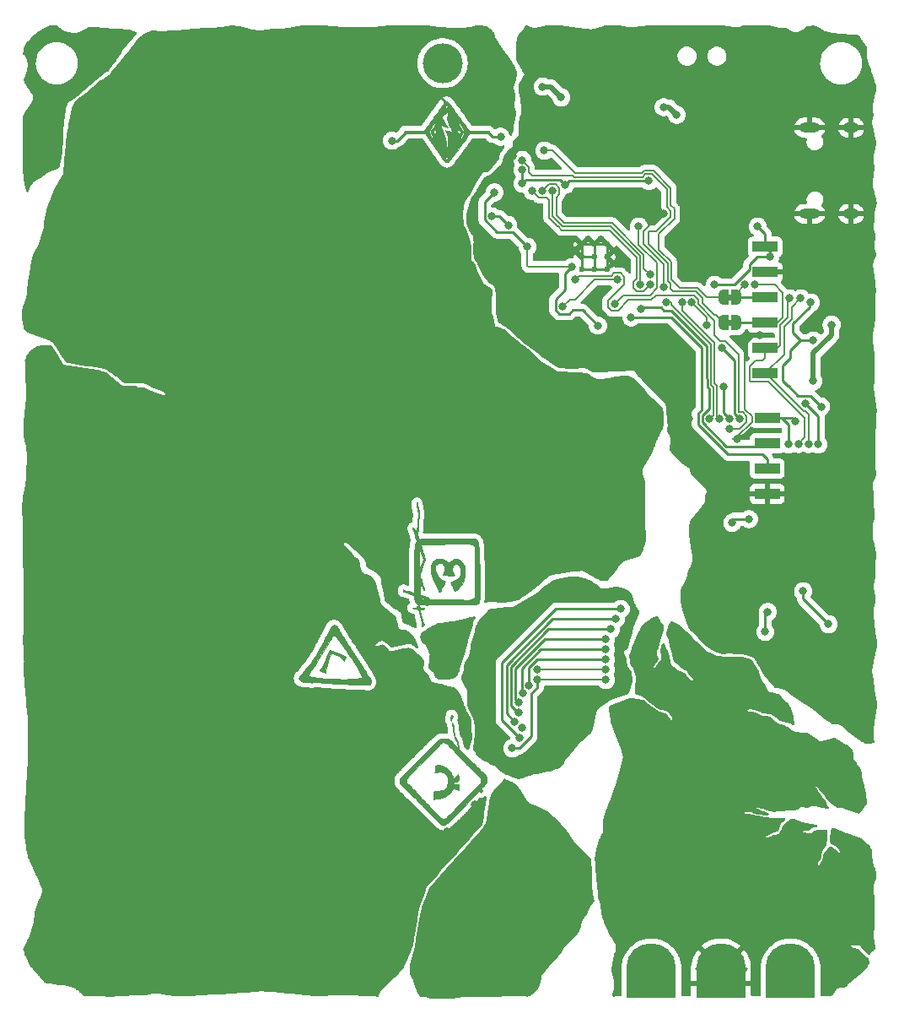
<source format=gbr>
%TF.GenerationSoftware,KiCad,Pcbnew,6.0.9-8da3e8f707~116~ubuntu22.04.1*%
%TF.CreationDate,2022-12-01T21:45:53+01:00*%
%TF.ProjectId,anesidoraMk1,616e6573-6964-46f7-9261-4d6b312e6b69,rev?*%
%TF.SameCoordinates,PX5ddd8a8PY82ce540*%
%TF.FileFunction,Copper,L2,Bot*%
%TF.FilePolarity,Positive*%
%FSLAX46Y46*%
G04 Gerber Fmt 4.6, Leading zero omitted, Abs format (unit mm)*
G04 Created by KiCad (PCBNEW 6.0.9-8da3e8f707~116~ubuntu22.04.1) date 2022-12-01 21:45:53*
%MOMM*%
%LPD*%
G01*
G04 APERTURE LIST*
G04 Aperture macros list*
%AMFreePoly0*
4,1,22,0.500000,-0.750000,0.000000,-0.750000,0.000000,-0.745033,-0.079941,-0.743568,-0.215256,-0.701293,-0.333266,-0.622738,-0.424486,-0.514219,-0.481581,-0.384460,-0.499164,-0.250000,-0.500000,-0.250000,-0.500000,0.250000,-0.499164,0.250000,-0.499963,0.256109,-0.478152,0.396186,-0.417904,0.524511,-0.324060,0.630769,-0.204165,0.706417,-0.067858,0.745374,0.000000,0.744959,0.000000,0.750000,
0.500000,0.750000,0.500000,-0.750000,0.500000,-0.750000,$1*%
%AMFreePoly1*
4,1,20,0.000000,0.744959,0.073905,0.744508,0.209726,0.703889,0.328688,0.626782,0.421226,0.519385,0.479903,0.390333,0.500000,0.250000,0.500000,-0.250000,0.499851,-0.262216,0.476331,-0.402017,0.414519,-0.529596,0.319384,-0.634700,0.198574,-0.708877,0.061801,-0.746166,0.000000,-0.745033,0.000000,-0.750000,-0.500000,-0.750000,-0.500000,0.750000,0.000000,0.750000,0.000000,0.744959,
0.000000,0.744959,$1*%
G04 Aperture macros list end*
%TA.AperFunction,EtchedComponent*%
%ADD10C,0.010000*%
%TD*%
%TA.AperFunction,ComponentPad*%
%ADD11O,2.100000X1.000000*%
%TD*%
%TA.AperFunction,ComponentPad*%
%ADD12O,1.600000X1.000000*%
%TD*%
%TA.AperFunction,ComponentPad*%
%ADD13C,5.000000*%
%TD*%
%TA.AperFunction,SMDPad,CuDef*%
%ADD14R,5.000000X3.000000*%
%TD*%
%TA.AperFunction,ComponentPad*%
%ADD15C,0.600000*%
%TD*%
%TA.AperFunction,ComponentPad*%
%ADD16C,4.000000*%
%TD*%
%TA.AperFunction,SMDPad,CuDef*%
%ADD17C,0.300000*%
%TD*%
%TA.AperFunction,SMDPad,CuDef*%
%ADD18FreePoly0,0.000000*%
%TD*%
%TA.AperFunction,SMDPad,CuDef*%
%ADD19FreePoly1,0.000000*%
%TD*%
%TA.AperFunction,SMDPad,CuDef*%
%ADD20R,2.500000X1.000000*%
%TD*%
%TA.AperFunction,ViaPad*%
%ADD21C,0.800000*%
%TD*%
%TA.AperFunction,Conductor*%
%ADD22C,0.250000*%
%TD*%
%TA.AperFunction,Conductor*%
%ADD23C,0.150000*%
%TD*%
%TA.AperFunction,Conductor*%
%ADD24C,0.500000*%
%TD*%
G04 APERTURE END LIST*
%TO.C,JP4*%
G36*
X47813394Y87617850D02*
G01*
X47798527Y87610138D01*
X47775132Y87603859D01*
X47739453Y87598868D01*
X47687734Y87595017D01*
X47616219Y87592161D01*
X47521151Y87590152D01*
X47398775Y87588845D01*
X47245334Y87588093D01*
X47057073Y87587749D01*
X46830234Y87587666D01*
X46698238Y87587616D01*
X46488875Y87587220D01*
X46316562Y87586345D01*
X46177888Y87584886D01*
X46069444Y87582738D01*
X45987819Y87579798D01*
X45929604Y87575960D01*
X45891389Y87571121D01*
X45869765Y87565177D01*
X45861320Y87558023D01*
X45861269Y87557893D01*
X45845848Y87533604D01*
X45807605Y87478664D01*
X45748814Y87396162D01*
X45671752Y87289185D01*
X45578693Y87160821D01*
X45471913Y87014157D01*
X45353688Y86852282D01*
X45226292Y86678283D01*
X45092001Y86495248D01*
X44953091Y86306264D01*
X44811836Y86114419D01*
X44670512Y85922802D01*
X44531395Y85734499D01*
X44396760Y85552599D01*
X44268881Y85380189D01*
X44150036Y85220357D01*
X44073924Y85118322D01*
X44042498Y85076191D01*
X43948544Y84950778D01*
X43870448Y84847207D01*
X43810486Y84768564D01*
X43770934Y84717938D01*
X43754067Y84698416D01*
X43730504Y84685604D01*
X43677416Y84663275D01*
X43598890Y84655976D01*
X43507785Y84677318D01*
X43420243Y84722583D01*
X43350499Y84786409D01*
X43347827Y84789951D01*
X43323021Y84824690D01*
X43276640Y84890801D01*
X43210611Y84985507D01*
X43126860Y85106026D01*
X43114130Y85124384D01*
X43426618Y85124384D01*
X43432435Y85061046D01*
X43480517Y85000041D01*
X43522200Y84971844D01*
X43572165Y84968564D01*
X43624500Y85005333D01*
X43654349Y85048200D01*
X43663936Y85118322D01*
X43633883Y85191123D01*
X43621746Y85205982D01*
X43569539Y85235102D01*
X43511133Y85226914D01*
X43456332Y85181924D01*
X43426618Y85124384D01*
X43114130Y85124384D01*
X43027313Y85249579D01*
X42913897Y85413388D01*
X42788537Y85594672D01*
X42653161Y85790652D01*
X42509694Y85998548D01*
X42360062Y86215582D01*
X41414531Y87587666D01*
X40415163Y87587666D01*
X40221908Y87587919D01*
X40030888Y87588693D01*
X39856284Y87589932D01*
X39702416Y87591580D01*
X39573604Y87593580D01*
X39474166Y87595878D01*
X39408423Y87598415D01*
X39380693Y87601137D01*
X39366788Y87608129D01*
X39330497Y87651783D01*
X39320307Y87707390D01*
X41825333Y87707390D01*
X41825916Y87695727D01*
X41842901Y87623885D01*
X41883643Y87519298D01*
X41948487Y87381057D01*
X41984448Y87310929D01*
X42036351Y87215170D01*
X42093104Y87114931D01*
X42151085Y87016143D01*
X42206675Y86924738D01*
X42256253Y86846648D01*
X42296197Y86787804D01*
X42322888Y86754139D01*
X42332705Y86751583D01*
X42332681Y86752319D01*
X42326619Y86782473D01*
X42311375Y86844149D01*
X42289142Y86928764D01*
X42262115Y87027738D01*
X42244270Y87089953D01*
X42202573Y87216691D01*
X42161190Y87313120D01*
X42116753Y87387571D01*
X42061927Y87468847D01*
X42005702Y87572911D01*
X41978265Y87666544D01*
X41980107Y87754198D01*
X42224765Y87754198D01*
X42236518Y87689504D01*
X42283271Y87631536D01*
X42287635Y87628143D01*
X42328238Y87600365D01*
X42352063Y87590549D01*
X42369502Y87594139D01*
X42412286Y87602549D01*
X42433095Y87609408D01*
X42486554Y87649571D01*
X42528211Y87708757D01*
X42545000Y87770438D01*
X42544035Y87782786D01*
X42520225Y87839092D01*
X42475190Y87886119D01*
X42423291Y87907674D01*
X42355340Y87901532D01*
X42288594Y87868924D01*
X42243596Y87816909D01*
X42224765Y87754198D01*
X41980107Y87754198D01*
X41980176Y87757471D01*
X42011990Y87853416D01*
X42074266Y87962106D01*
X42167563Y88091265D01*
X42191685Y88123376D01*
X42253278Y88210976D01*
X42307067Y88294764D01*
X42336186Y88347001D01*
X43002798Y88347001D01*
X43019335Y88265211D01*
X43052978Y88146530D01*
X43103514Y87991667D01*
X43170729Y87801329D01*
X43182213Y87770438D01*
X43254409Y87576225D01*
X43288307Y87486441D01*
X43339270Y87350033D01*
X43385033Y87225861D01*
X43423110Y87120749D01*
X43451013Y87041521D01*
X43466256Y86995000D01*
X43471253Y86971652D01*
X43480671Y86901853D01*
X43490574Y86800779D01*
X43500379Y86675422D01*
X43509507Y86532776D01*
X43517375Y86379833D01*
X43521793Y86285023D01*
X43529148Y86138050D01*
X43536466Y86003640D01*
X43543317Y85889227D01*
X43549270Y85802244D01*
X43553893Y85750124D01*
X43558928Y85717191D01*
X43572226Y85666948D01*
X43586783Y85639558D01*
X43598515Y85641031D01*
X43603337Y85677375D01*
X43603338Y85677513D01*
X43605698Y85708244D01*
X43612235Y85775079D01*
X43622327Y85872142D01*
X43635352Y85993554D01*
X43650689Y86133438D01*
X43667715Y86285916D01*
X43682272Y86419673D01*
X43698673Y86582053D01*
X43712856Y86735365D01*
X43724105Y86871370D01*
X43731703Y86981829D01*
X43734932Y87058500D01*
X43737776Y87259583D01*
X43584616Y87563464D01*
X43550523Y87631905D01*
X43504690Y87726866D01*
X43469325Y87803874D01*
X43447406Y87856370D01*
X43441909Y87877798D01*
X43442656Y87878095D01*
X43469418Y87874411D01*
X43527586Y87861757D01*
X43608887Y87842278D01*
X43705048Y87818120D01*
X43807793Y87791427D01*
X43908851Y87764345D01*
X43999947Y87739018D01*
X44072808Y87717592D01*
X44119161Y87702212D01*
X44137686Y87697171D01*
X44153666Y87702108D01*
X44149985Y87713625D01*
X44131192Y87759506D01*
X44122009Y87780736D01*
X44655236Y87780736D01*
X44662366Y87712304D01*
X44669162Y87702108D01*
X44702498Y87652089D01*
X44770015Y87611128D01*
X44810332Y87597732D01*
X44854427Y87590478D01*
X44888170Y87604068D01*
X44929577Y87641986D01*
X44948134Y87661934D01*
X44972928Y87707425D01*
X44970823Y87761677D01*
X44954720Y87817993D01*
X44917950Y87868626D01*
X44853580Y87901502D01*
X44783153Y87908826D01*
X44716032Y87879438D01*
X44666097Y87815202D01*
X44655236Y87780736D01*
X44122009Y87780736D01*
X44098671Y87834694D01*
X44054890Y87933686D01*
X44002322Y88050978D01*
X43943438Y88181067D01*
X43880708Y88318449D01*
X43816604Y88457623D01*
X43753597Y88593083D01*
X43738735Y88625291D01*
X43693986Y88727964D01*
X43672014Y88783583D01*
X44742046Y88783583D01*
X44754947Y88656583D01*
X44775356Y88552663D01*
X44830923Y88403965D01*
X44916201Y88245682D01*
X45027721Y88085083D01*
X45061784Y88040525D01*
X45132901Y87940637D01*
X45179243Y87861569D01*
X45204410Y87796563D01*
X45212000Y87738858D01*
X45211983Y87737773D01*
X45204899Y87707425D01*
X45201681Y87693638D01*
X45174953Y87622036D01*
X45135582Y87532233D01*
X45087352Y87433498D01*
X45056472Y87372072D01*
X44998503Y87244845D01*
X44960089Y87137774D01*
X44937441Y87040939D01*
X44937029Y87038484D01*
X44925523Y86958831D01*
X44919198Y86892485D01*
X44919415Y86853585D01*
X44924386Y86851146D01*
X44945068Y86874380D01*
X44978591Y86926231D01*
X45021834Y87000625D01*
X45071677Y87091487D01*
X45124997Y87192744D01*
X45178675Y87298320D01*
X45229589Y87402142D01*
X45274619Y87498136D01*
X45310643Y87580226D01*
X45334541Y87642340D01*
X45343193Y87678402D01*
X45342493Y87694752D01*
X45322429Y87787153D01*
X45275567Y87908323D01*
X45203088Y88055999D01*
X45106172Y88227916D01*
X44986002Y88421810D01*
X44843760Y88635416D01*
X44742046Y88783583D01*
X43672014Y88783583D01*
X43657801Y88819563D01*
X43633574Y88891125D01*
X43624694Y88933689D01*
X43626271Y88966337D01*
X43631987Y89037193D01*
X43641141Y89134949D01*
X43652954Y89251363D01*
X43666648Y89378189D01*
X43679010Y89489992D01*
X43690948Y89599347D01*
X43700424Y89687660D01*
X43706685Y89747923D01*
X43708981Y89773125D01*
X43705012Y89785859D01*
X43685467Y89784605D01*
X43646262Y89761136D01*
X43583717Y89713143D01*
X43494150Y89638315D01*
X43370822Y89531198D01*
X43250625Y89421276D01*
X43164498Y89334891D01*
X43112661Y89272267D01*
X43095333Y89233628D01*
X43105742Y89191336D01*
X43138670Y89114463D01*
X43193017Y89006644D01*
X43267646Y88870028D01*
X43321920Y88775537D01*
X43361422Y88706764D01*
X43473209Y88519000D01*
X43479921Y88507883D01*
X43544222Y88400571D01*
X43599492Y88306899D01*
X43642476Y88232493D01*
X43669921Y88182977D01*
X43678574Y88163977D01*
X43677594Y88163719D01*
X43651771Y88171445D01*
X43599034Y88192386D01*
X43529294Y88222647D01*
X43495506Y88237576D01*
X43384741Y88283674D01*
X43275856Y88325227D01*
X43176242Y88359771D01*
X43093289Y88384844D01*
X43034386Y88397983D01*
X43006925Y88396725D01*
X43003580Y88391193D01*
X43002798Y88347001D01*
X42336186Y88347001D01*
X42343571Y88360250D01*
X42365794Y88416354D01*
X42389001Y88491126D01*
X42410733Y88574191D01*
X42428830Y88655788D01*
X42441128Y88726158D01*
X42445467Y88775537D01*
X42439683Y88794166D01*
X42437018Y88793131D01*
X42413835Y88768005D01*
X42374063Y88713840D01*
X42321551Y88636692D01*
X42260147Y88542620D01*
X42193700Y88437682D01*
X42126059Y88327934D01*
X42061073Y88219436D01*
X42002589Y88118244D01*
X41954456Y88030416D01*
X41915013Y87953690D01*
X41864102Y87844592D01*
X41834753Y87763854D01*
X41825333Y87707390D01*
X39320307Y87707390D01*
X39319563Y87711451D01*
X39338175Y87770440D01*
X39370976Y87820500D01*
X41293284Y87820500D01*
X41341464Y87889291D01*
X41345485Y87894967D01*
X41373224Y87933640D01*
X41423137Y88002936D01*
X41493244Y88100115D01*
X41581565Y88222438D01*
X41686123Y88367165D01*
X41804936Y88531559D01*
X41936027Y88712878D01*
X42077415Y88908384D01*
X42227121Y89115337D01*
X42383166Y89330998D01*
X42561975Y89578059D01*
X42723870Y89801474D01*
X42864479Y89994872D01*
X42985605Y90160418D01*
X43058031Y90258334D01*
X43452804Y90258334D01*
X43475651Y90193059D01*
X43519501Y90148386D01*
X43560159Y90131322D01*
X43600691Y90136116D01*
X43644842Y90173991D01*
X43673932Y90215476D01*
X43685104Y90284347D01*
X43654216Y90356980D01*
X43621171Y90386785D01*
X43563061Y90401138D01*
X43504952Y90385783D01*
X43462963Y90341982D01*
X43456448Y90325427D01*
X43452804Y90258334D01*
X43058031Y90258334D01*
X43089055Y90300276D01*
X43176633Y90416614D01*
X43250144Y90511595D01*
X43311393Y90587385D01*
X43362185Y90646150D01*
X43404323Y90690054D01*
X43439615Y90721263D01*
X43469863Y90741942D01*
X43496873Y90754257D01*
X43522451Y90760373D01*
X43548400Y90762454D01*
X43576525Y90762666D01*
X43587123Y90762574D01*
X43612508Y90760817D01*
X43637585Y90755138D01*
X43664140Y90743361D01*
X43693957Y90723308D01*
X43728820Y90692803D01*
X43770513Y90649668D01*
X43820821Y90591727D01*
X43881527Y90516802D01*
X43954417Y90422716D01*
X44041274Y90307293D01*
X44058221Y90284347D01*
X44143883Y90168355D01*
X44264028Y90003726D01*
X44403494Y89811227D01*
X44564063Y89588683D01*
X44747522Y89333916D01*
X44786305Y89280042D01*
X44939700Y89067089D01*
X45086620Y88863326D01*
X45225041Y88671552D01*
X45352935Y88494565D01*
X45468277Y88335164D01*
X45569041Y88196146D01*
X45653201Y88080310D01*
X45718731Y87990454D01*
X45763605Y87929376D01*
X45785797Y87899875D01*
X45848995Y87820500D01*
X46831503Y87820500D01*
X46927075Y87820493D01*
X47140822Y87820371D01*
X47317349Y87819977D01*
X47460321Y87819161D01*
X47573404Y87817776D01*
X47660261Y87815670D01*
X47724559Y87812696D01*
X47769962Y87808703D01*
X47800135Y87803542D01*
X47818742Y87797064D01*
X47829450Y87789119D01*
X47835922Y87779558D01*
X47845890Y87758287D01*
X47855008Y87688337D01*
X47849844Y87678402D01*
X47822803Y87626375D01*
X47813394Y87617850D01*
G37*
D10*
X47813394Y87617850D02*
X47798527Y87610138D01*
X47775132Y87603859D01*
X47739453Y87598868D01*
X47687734Y87595017D01*
X47616219Y87592161D01*
X47521151Y87590152D01*
X47398775Y87588845D01*
X47245334Y87588093D01*
X47057073Y87587749D01*
X46830234Y87587666D01*
X46698238Y87587616D01*
X46488875Y87587220D01*
X46316562Y87586345D01*
X46177888Y87584886D01*
X46069444Y87582738D01*
X45987819Y87579798D01*
X45929604Y87575960D01*
X45891389Y87571121D01*
X45869765Y87565177D01*
X45861320Y87558023D01*
X45861269Y87557893D01*
X45845848Y87533604D01*
X45807605Y87478664D01*
X45748814Y87396162D01*
X45671752Y87289185D01*
X45578693Y87160821D01*
X45471913Y87014157D01*
X45353688Y86852282D01*
X45226292Y86678283D01*
X45092001Y86495248D01*
X44953091Y86306264D01*
X44811836Y86114419D01*
X44670512Y85922802D01*
X44531395Y85734499D01*
X44396760Y85552599D01*
X44268881Y85380189D01*
X44150036Y85220357D01*
X44073924Y85118322D01*
X44042498Y85076191D01*
X43948544Y84950778D01*
X43870448Y84847207D01*
X43810486Y84768564D01*
X43770934Y84717938D01*
X43754067Y84698416D01*
X43730504Y84685604D01*
X43677416Y84663275D01*
X43598890Y84655976D01*
X43507785Y84677318D01*
X43420243Y84722583D01*
X43350499Y84786409D01*
X43347827Y84789951D01*
X43323021Y84824690D01*
X43276640Y84890801D01*
X43210611Y84985507D01*
X43126860Y85106026D01*
X43114130Y85124384D01*
X43426618Y85124384D01*
X43432435Y85061046D01*
X43480517Y85000041D01*
X43522200Y84971844D01*
X43572165Y84968564D01*
X43624500Y85005333D01*
X43654349Y85048200D01*
X43663936Y85118322D01*
X43633883Y85191123D01*
X43621746Y85205982D01*
X43569539Y85235102D01*
X43511133Y85226914D01*
X43456332Y85181924D01*
X43426618Y85124384D01*
X43114130Y85124384D01*
X43027313Y85249579D01*
X42913897Y85413388D01*
X42788537Y85594672D01*
X42653161Y85790652D01*
X42509694Y85998548D01*
X42360062Y86215582D01*
X41414531Y87587666D01*
X40415163Y87587666D01*
X40221908Y87587919D01*
X40030888Y87588693D01*
X39856284Y87589932D01*
X39702416Y87591580D01*
X39573604Y87593580D01*
X39474166Y87595878D01*
X39408423Y87598415D01*
X39380693Y87601137D01*
X39366788Y87608129D01*
X39330497Y87651783D01*
X39320307Y87707390D01*
X41825333Y87707390D01*
X41825916Y87695727D01*
X41842901Y87623885D01*
X41883643Y87519298D01*
X41948487Y87381057D01*
X41984448Y87310929D01*
X42036351Y87215170D01*
X42093104Y87114931D01*
X42151085Y87016143D01*
X42206675Y86924738D01*
X42256253Y86846648D01*
X42296197Y86787804D01*
X42322888Y86754139D01*
X42332705Y86751583D01*
X42332681Y86752319D01*
X42326619Y86782473D01*
X42311375Y86844149D01*
X42289142Y86928764D01*
X42262115Y87027738D01*
X42244270Y87089953D01*
X42202573Y87216691D01*
X42161190Y87313120D01*
X42116753Y87387571D01*
X42061927Y87468847D01*
X42005702Y87572911D01*
X41978265Y87666544D01*
X41980107Y87754198D01*
X42224765Y87754198D01*
X42236518Y87689504D01*
X42283271Y87631536D01*
X42287635Y87628143D01*
X42328238Y87600365D01*
X42352063Y87590549D01*
X42369502Y87594139D01*
X42412286Y87602549D01*
X42433095Y87609408D01*
X42486554Y87649571D01*
X42528211Y87708757D01*
X42545000Y87770438D01*
X42544035Y87782786D01*
X42520225Y87839092D01*
X42475190Y87886119D01*
X42423291Y87907674D01*
X42355340Y87901532D01*
X42288594Y87868924D01*
X42243596Y87816909D01*
X42224765Y87754198D01*
X41980107Y87754198D01*
X41980176Y87757471D01*
X42011990Y87853416D01*
X42074266Y87962106D01*
X42167563Y88091265D01*
X42191685Y88123376D01*
X42253278Y88210976D01*
X42307067Y88294764D01*
X42336186Y88347001D01*
X43002798Y88347001D01*
X43019335Y88265211D01*
X43052978Y88146530D01*
X43103514Y87991667D01*
X43170729Y87801329D01*
X43182213Y87770438D01*
X43254409Y87576225D01*
X43288307Y87486441D01*
X43339270Y87350033D01*
X43385033Y87225861D01*
X43423110Y87120749D01*
X43451013Y87041521D01*
X43466256Y86995000D01*
X43471253Y86971652D01*
X43480671Y86901853D01*
X43490574Y86800779D01*
X43500379Y86675422D01*
X43509507Y86532776D01*
X43517375Y86379833D01*
X43521793Y86285023D01*
X43529148Y86138050D01*
X43536466Y86003640D01*
X43543317Y85889227D01*
X43549270Y85802244D01*
X43553893Y85750124D01*
X43558928Y85717191D01*
X43572226Y85666948D01*
X43586783Y85639558D01*
X43598515Y85641031D01*
X43603337Y85677375D01*
X43603338Y85677513D01*
X43605698Y85708244D01*
X43612235Y85775079D01*
X43622327Y85872142D01*
X43635352Y85993554D01*
X43650689Y86133438D01*
X43667715Y86285916D01*
X43682272Y86419673D01*
X43698673Y86582053D01*
X43712856Y86735365D01*
X43724105Y86871370D01*
X43731703Y86981829D01*
X43734932Y87058500D01*
X43737776Y87259583D01*
X43584616Y87563464D01*
X43550523Y87631905D01*
X43504690Y87726866D01*
X43469325Y87803874D01*
X43447406Y87856370D01*
X43441909Y87877798D01*
X43442656Y87878095D01*
X43469418Y87874411D01*
X43527586Y87861757D01*
X43608887Y87842278D01*
X43705048Y87818120D01*
X43807793Y87791427D01*
X43908851Y87764345D01*
X43999947Y87739018D01*
X44072808Y87717592D01*
X44119161Y87702212D01*
X44137686Y87697171D01*
X44153666Y87702108D01*
X44149985Y87713625D01*
X44131192Y87759506D01*
X44122009Y87780736D01*
X44655236Y87780736D01*
X44662366Y87712304D01*
X44669162Y87702108D01*
X44702498Y87652089D01*
X44770015Y87611128D01*
X44810332Y87597732D01*
X44854427Y87590478D01*
X44888170Y87604068D01*
X44929577Y87641986D01*
X44948134Y87661934D01*
X44972928Y87707425D01*
X44970823Y87761677D01*
X44954720Y87817993D01*
X44917950Y87868626D01*
X44853580Y87901502D01*
X44783153Y87908826D01*
X44716032Y87879438D01*
X44666097Y87815202D01*
X44655236Y87780736D01*
X44122009Y87780736D01*
X44098671Y87834694D01*
X44054890Y87933686D01*
X44002322Y88050978D01*
X43943438Y88181067D01*
X43880708Y88318449D01*
X43816604Y88457623D01*
X43753597Y88593083D01*
X43738735Y88625291D01*
X43693986Y88727964D01*
X43672014Y88783583D01*
X44742046Y88783583D01*
X44754947Y88656583D01*
X44775356Y88552663D01*
X44830923Y88403965D01*
X44916201Y88245682D01*
X45027721Y88085083D01*
X45061784Y88040525D01*
X45132901Y87940637D01*
X45179243Y87861569D01*
X45204410Y87796563D01*
X45212000Y87738858D01*
X45211983Y87737773D01*
X45204899Y87707425D01*
X45201681Y87693638D01*
X45174953Y87622036D01*
X45135582Y87532233D01*
X45087352Y87433498D01*
X45056472Y87372072D01*
X44998503Y87244845D01*
X44960089Y87137774D01*
X44937441Y87040939D01*
X44937029Y87038484D01*
X44925523Y86958831D01*
X44919198Y86892485D01*
X44919415Y86853585D01*
X44924386Y86851146D01*
X44945068Y86874380D01*
X44978591Y86926231D01*
X45021834Y87000625D01*
X45071677Y87091487D01*
X45124997Y87192744D01*
X45178675Y87298320D01*
X45229589Y87402142D01*
X45274619Y87498136D01*
X45310643Y87580226D01*
X45334541Y87642340D01*
X45343193Y87678402D01*
X45342493Y87694752D01*
X45322429Y87787153D01*
X45275567Y87908323D01*
X45203088Y88055999D01*
X45106172Y88227916D01*
X44986002Y88421810D01*
X44843760Y88635416D01*
X44742046Y88783583D01*
X43672014Y88783583D01*
X43657801Y88819563D01*
X43633574Y88891125D01*
X43624694Y88933689D01*
X43626271Y88966337D01*
X43631987Y89037193D01*
X43641141Y89134949D01*
X43652954Y89251363D01*
X43666648Y89378189D01*
X43679010Y89489992D01*
X43690948Y89599347D01*
X43700424Y89687660D01*
X43706685Y89747923D01*
X43708981Y89773125D01*
X43705012Y89785859D01*
X43685467Y89784605D01*
X43646262Y89761136D01*
X43583717Y89713143D01*
X43494150Y89638315D01*
X43370822Y89531198D01*
X43250625Y89421276D01*
X43164498Y89334891D01*
X43112661Y89272267D01*
X43095333Y89233628D01*
X43105742Y89191336D01*
X43138670Y89114463D01*
X43193017Y89006644D01*
X43267646Y88870028D01*
X43321920Y88775537D01*
X43361422Y88706764D01*
X43473209Y88519000D01*
X43479921Y88507883D01*
X43544222Y88400571D01*
X43599492Y88306899D01*
X43642476Y88232493D01*
X43669921Y88182977D01*
X43678574Y88163977D01*
X43677594Y88163719D01*
X43651771Y88171445D01*
X43599034Y88192386D01*
X43529294Y88222647D01*
X43495506Y88237576D01*
X43384741Y88283674D01*
X43275856Y88325227D01*
X43176242Y88359771D01*
X43093289Y88384844D01*
X43034386Y88397983D01*
X43006925Y88396725D01*
X43003580Y88391193D01*
X43002798Y88347001D01*
X42336186Y88347001D01*
X42343571Y88360250D01*
X42365794Y88416354D01*
X42389001Y88491126D01*
X42410733Y88574191D01*
X42428830Y88655788D01*
X42441128Y88726158D01*
X42445467Y88775537D01*
X42439683Y88794166D01*
X42437018Y88793131D01*
X42413835Y88768005D01*
X42374063Y88713840D01*
X42321551Y88636692D01*
X42260147Y88542620D01*
X42193700Y88437682D01*
X42126059Y88327934D01*
X42061073Y88219436D01*
X42002589Y88118244D01*
X41954456Y88030416D01*
X41915013Y87953690D01*
X41864102Y87844592D01*
X41834753Y87763854D01*
X41825333Y87707390D01*
X39320307Y87707390D01*
X39319563Y87711451D01*
X39338175Y87770440D01*
X39370976Y87820500D01*
X41293284Y87820500D01*
X41341464Y87889291D01*
X41345485Y87894967D01*
X41373224Y87933640D01*
X41423137Y88002936D01*
X41493244Y88100115D01*
X41581565Y88222438D01*
X41686123Y88367165D01*
X41804936Y88531559D01*
X41936027Y88712878D01*
X42077415Y88908384D01*
X42227121Y89115337D01*
X42383166Y89330998D01*
X42561975Y89578059D01*
X42723870Y89801474D01*
X42864479Y89994872D01*
X42985605Y90160418D01*
X43058031Y90258334D01*
X43452804Y90258334D01*
X43475651Y90193059D01*
X43519501Y90148386D01*
X43560159Y90131322D01*
X43600691Y90136116D01*
X43644842Y90173991D01*
X43673932Y90215476D01*
X43685104Y90284347D01*
X43654216Y90356980D01*
X43621171Y90386785D01*
X43563061Y90401138D01*
X43504952Y90385783D01*
X43462963Y90341982D01*
X43456448Y90325427D01*
X43452804Y90258334D01*
X43058031Y90258334D01*
X43089055Y90300276D01*
X43176633Y90416614D01*
X43250144Y90511595D01*
X43311393Y90587385D01*
X43362185Y90646150D01*
X43404323Y90690054D01*
X43439615Y90721263D01*
X43469863Y90741942D01*
X43496873Y90754257D01*
X43522451Y90760373D01*
X43548400Y90762454D01*
X43576525Y90762666D01*
X43587123Y90762574D01*
X43612508Y90760817D01*
X43637585Y90755138D01*
X43664140Y90743361D01*
X43693957Y90723308D01*
X43728820Y90692803D01*
X43770513Y90649668D01*
X43820821Y90591727D01*
X43881527Y90516802D01*
X43954417Y90422716D01*
X44041274Y90307293D01*
X44058221Y90284347D01*
X44143883Y90168355D01*
X44264028Y90003726D01*
X44403494Y89811227D01*
X44564063Y89588683D01*
X44747522Y89333916D01*
X44786305Y89280042D01*
X44939700Y89067089D01*
X45086620Y88863326D01*
X45225041Y88671552D01*
X45352935Y88494565D01*
X45468277Y88335164D01*
X45569041Y88196146D01*
X45653201Y88080310D01*
X45718731Y87990454D01*
X45763605Y87929376D01*
X45785797Y87899875D01*
X45848995Y87820500D01*
X46831503Y87820500D01*
X46927075Y87820493D01*
X47140822Y87820371D01*
X47317349Y87819977D01*
X47460321Y87819161D01*
X47573404Y87817776D01*
X47660261Y87815670D01*
X47724559Y87812696D01*
X47769962Y87808703D01*
X47800135Y87803542D01*
X47818742Y87797064D01*
X47829450Y87789119D01*
X47835922Y87779558D01*
X47845890Y87758287D01*
X47855008Y87688337D01*
X47849844Y87678402D01*
X47822803Y87626375D01*
X47813394Y87617850D01*
%TO.C,G\u002A\u002A\u002A*%
G36*
X43036920Y44915408D02*
G01*
X43225858Y44862104D01*
X43415220Y44769916D01*
X43609142Y44637572D01*
X43652194Y44604869D01*
X43718580Y44556986D01*
X43768741Y44524056D01*
X43794247Y44511806D01*
X43796902Y44512344D01*
X43825595Y44531805D01*
X43872289Y44573618D01*
X43928284Y44630103D01*
X44002303Y44702734D01*
X44100276Y44775571D01*
X44208816Y44825817D01*
X44343659Y44862264D01*
X44401074Y44873569D01*
X44547377Y44891164D01*
X44672675Y44884527D01*
X44784432Y44850691D01*
X44890108Y44786690D01*
X44997167Y44689555D01*
X45113069Y44556321D01*
X45135400Y44528054D01*
X45265707Y44332044D01*
X45356880Y44132342D01*
X45407368Y43932236D01*
X45409317Y43918691D01*
X45417075Y43846139D01*
X45419760Y43769311D01*
X45417147Y43678798D01*
X45409013Y43565192D01*
X45395133Y43419084D01*
X45387879Y43351780D01*
X45371302Y43217949D01*
X45353032Y43091021D01*
X45334821Y42982756D01*
X45318425Y42904914D01*
X45289878Y42808226D01*
X45207588Y42605079D01*
X45097667Y42399112D01*
X44966913Y42201149D01*
X44822126Y42022018D01*
X44670103Y41872542D01*
X44582365Y41799585D01*
X44494616Y41732165D01*
X44430400Y41690029D01*
X44392947Y41675473D01*
X44386187Y41678678D01*
X44360064Y41711107D01*
X44322731Y41773058D01*
X44277264Y41857826D01*
X44226744Y41958706D01*
X44174249Y42068990D01*
X44122857Y42181974D01*
X44075647Y42290952D01*
X44035699Y42389217D01*
X44006090Y42470065D01*
X43989900Y42526789D01*
X43990207Y42552684D01*
X44000053Y42558246D01*
X44042116Y42580272D01*
X44111179Y42615771D01*
X44200760Y42661416D01*
X44304373Y42713879D01*
X44428395Y42778967D01*
X44585708Y42872835D01*
X44709921Y42965275D01*
X44805880Y43061437D01*
X44878437Y43166473D01*
X44932438Y43285530D01*
X44972733Y43423761D01*
X44996759Y43566570D01*
X44997463Y43761819D01*
X44959753Y43945196D01*
X44884470Y44113174D01*
X44772457Y44262224D01*
X44739430Y44296973D01*
X44686529Y44348042D01*
X44644085Y44377628D01*
X44600461Y44392777D01*
X44544018Y44400535D01*
X44536585Y44401241D01*
X44477606Y44404350D01*
X44435358Y44396065D01*
X44394161Y44370330D01*
X44338339Y44321089D01*
X44297434Y44278427D01*
X44229676Y44189792D01*
X44174710Y44096854D01*
X44145404Y44031043D01*
X44119988Y43942973D01*
X44115531Y43855567D01*
X44132966Y43760065D01*
X44173226Y43647702D01*
X44237246Y43509715D01*
X44277537Y43426783D01*
X44313433Y43349357D01*
X44337755Y43292727D01*
X44346706Y43265367D01*
X44335437Y43256527D01*
X44288191Y43247757D01*
X44210032Y43242294D01*
X44107405Y43239881D01*
X43986759Y43240262D01*
X43854540Y43243179D01*
X43717195Y43248377D01*
X43581172Y43255599D01*
X43452917Y43264590D01*
X43338878Y43275091D01*
X43245501Y43286848D01*
X43179234Y43299603D01*
X43146524Y43313101D01*
X43146628Y43320315D01*
X43162089Y43356860D01*
X43194043Y43415916D01*
X43238044Y43488940D01*
X43254516Y43515256D01*
X43313922Y43614637D01*
X43353458Y43692871D01*
X43377099Y43760744D01*
X43388815Y43829044D01*
X43392579Y43908556D01*
X43389066Y43971056D01*
X43355978Y44109146D01*
X43292324Y44246831D01*
X43203268Y44371489D01*
X43196227Y44379396D01*
X43106608Y44459928D01*
X43013839Y44504059D01*
X42914765Y44511497D01*
X42806228Y44481949D01*
X42685073Y44415122D01*
X42548143Y44310723D01*
X42422919Y44204890D01*
X42421729Y43992379D01*
X42426161Y43842629D01*
X42448029Y43683154D01*
X42491615Y43531927D01*
X42560786Y43371694D01*
X42643918Y43231470D01*
X42774962Y43070251D01*
X42936377Y42917671D01*
X43121750Y42779685D01*
X43324671Y42662248D01*
X43435053Y42606847D01*
X43393580Y42510095D01*
X43379711Y42480763D01*
X43343126Y42410904D01*
X43292372Y42318903D01*
X43232190Y42213295D01*
X43167319Y42102617D01*
X43115552Y42014405D01*
X43053970Y41904086D01*
X43012667Y41821067D01*
X42989417Y41760732D01*
X42981993Y41718465D01*
X42981365Y41700271D01*
X42967437Y41649730D01*
X42928540Y41618235D01*
X42862381Y41596061D01*
X42812531Y41601581D01*
X42787376Y41632393D01*
X42793558Y41685202D01*
X42792459Y41701180D01*
X42774608Y41749474D01*
X42740864Y41818191D01*
X42695486Y41898089D01*
X42677235Y41928540D01*
X42534048Y42184398D01*
X42401300Y42451237D01*
X42281811Y42721841D01*
X42178396Y42988995D01*
X42093875Y43245482D01*
X42031065Y43484086D01*
X41992783Y43697591D01*
X41987796Y43741404D01*
X41980239Y43972829D01*
X42004833Y44189817D01*
X42060405Y44387923D01*
X42145783Y44562701D01*
X42259794Y44709706D01*
X42322710Y44768736D01*
X42427105Y44840114D01*
X42546924Y44888150D01*
X42694878Y44918958D01*
X42844268Y44931101D01*
X43036920Y44915408D01*
G37*
X43036920Y44915408D02*
X43225858Y44862104D01*
X43415220Y44769916D01*
X43609142Y44637572D01*
X43652194Y44604869D01*
X43718580Y44556986D01*
X43768741Y44524056D01*
X43794247Y44511806D01*
X43796902Y44512344D01*
X43825595Y44531805D01*
X43872289Y44573618D01*
X43928284Y44630103D01*
X44002303Y44702734D01*
X44100276Y44775571D01*
X44208816Y44825817D01*
X44343659Y44862264D01*
X44401074Y44873569D01*
X44547377Y44891164D01*
X44672675Y44884527D01*
X44784432Y44850691D01*
X44890108Y44786690D01*
X44997167Y44689555D01*
X45113069Y44556321D01*
X45135400Y44528054D01*
X45265707Y44332044D01*
X45356880Y44132342D01*
X45407368Y43932236D01*
X45409317Y43918691D01*
X45417075Y43846139D01*
X45419760Y43769311D01*
X45417147Y43678798D01*
X45409013Y43565192D01*
X45395133Y43419084D01*
X45387879Y43351780D01*
X45371302Y43217949D01*
X45353032Y43091021D01*
X45334821Y42982756D01*
X45318425Y42904914D01*
X45289878Y42808226D01*
X45207588Y42605079D01*
X45097667Y42399112D01*
X44966913Y42201149D01*
X44822126Y42022018D01*
X44670103Y41872542D01*
X44582365Y41799585D01*
X44494616Y41732165D01*
X44430400Y41690029D01*
X44392947Y41675473D01*
X44386187Y41678678D01*
X44360064Y41711107D01*
X44322731Y41773058D01*
X44277264Y41857826D01*
X44226744Y41958706D01*
X44174249Y42068990D01*
X44122857Y42181974D01*
X44075647Y42290952D01*
X44035699Y42389217D01*
X44006090Y42470065D01*
X43989900Y42526789D01*
X43990207Y42552684D01*
X44000053Y42558246D01*
X44042116Y42580272D01*
X44111179Y42615771D01*
X44200760Y42661416D01*
X44304373Y42713879D01*
X44428395Y42778967D01*
X44585708Y42872835D01*
X44709921Y42965275D01*
X44805880Y43061437D01*
X44878437Y43166473D01*
X44932438Y43285530D01*
X44972733Y43423761D01*
X44996759Y43566570D01*
X44997463Y43761819D01*
X44959753Y43945196D01*
X44884470Y44113174D01*
X44772457Y44262224D01*
X44739430Y44296973D01*
X44686529Y44348042D01*
X44644085Y44377628D01*
X44600461Y44392777D01*
X44544018Y44400535D01*
X44536585Y44401241D01*
X44477606Y44404350D01*
X44435358Y44396065D01*
X44394161Y44370330D01*
X44338339Y44321089D01*
X44297434Y44278427D01*
X44229676Y44189792D01*
X44174710Y44096854D01*
X44145404Y44031043D01*
X44119988Y43942973D01*
X44115531Y43855567D01*
X44132966Y43760065D01*
X44173226Y43647702D01*
X44237246Y43509715D01*
X44277537Y43426783D01*
X44313433Y43349357D01*
X44337755Y43292727D01*
X44346706Y43265367D01*
X44335437Y43256527D01*
X44288191Y43247757D01*
X44210032Y43242294D01*
X44107405Y43239881D01*
X43986759Y43240262D01*
X43854540Y43243179D01*
X43717195Y43248377D01*
X43581172Y43255599D01*
X43452917Y43264590D01*
X43338878Y43275091D01*
X43245501Y43286848D01*
X43179234Y43299603D01*
X43146524Y43313101D01*
X43146628Y43320315D01*
X43162089Y43356860D01*
X43194043Y43415916D01*
X43238044Y43488940D01*
X43254516Y43515256D01*
X43313922Y43614637D01*
X43353458Y43692871D01*
X43377099Y43760744D01*
X43388815Y43829044D01*
X43392579Y43908556D01*
X43389066Y43971056D01*
X43355978Y44109146D01*
X43292324Y44246831D01*
X43203268Y44371489D01*
X43196227Y44379396D01*
X43106608Y44459928D01*
X43013839Y44504059D01*
X42914765Y44511497D01*
X42806228Y44481949D01*
X42685073Y44415122D01*
X42548143Y44310723D01*
X42422919Y44204890D01*
X42421729Y43992379D01*
X42426161Y43842629D01*
X42448029Y43683154D01*
X42491615Y43531927D01*
X42560786Y43371694D01*
X42643918Y43231470D01*
X42774962Y43070251D01*
X42936377Y42917671D01*
X43121750Y42779685D01*
X43324671Y42662248D01*
X43435053Y42606847D01*
X43393580Y42510095D01*
X43379711Y42480763D01*
X43343126Y42410904D01*
X43292372Y42318903D01*
X43232190Y42213295D01*
X43167319Y42102617D01*
X43115552Y42014405D01*
X43053970Y41904086D01*
X43012667Y41821067D01*
X42989417Y41760732D01*
X42981993Y41718465D01*
X42981365Y41700271D01*
X42967437Y41649730D01*
X42928540Y41618235D01*
X42862381Y41596061D01*
X42812531Y41601581D01*
X42787376Y41632393D01*
X42793558Y41685202D01*
X42792459Y41701180D01*
X42774608Y41749474D01*
X42740864Y41818191D01*
X42695486Y41898089D01*
X42677235Y41928540D01*
X42534048Y42184398D01*
X42401300Y42451237D01*
X42281811Y42721841D01*
X42178396Y42988995D01*
X42093875Y43245482D01*
X42031065Y43484086D01*
X41992783Y43697591D01*
X41987796Y43741404D01*
X41980239Y43972829D01*
X42004833Y44189817D01*
X42060405Y44387923D01*
X42145783Y44562701D01*
X42259794Y44709706D01*
X42322710Y44768736D01*
X42427105Y44840114D01*
X42546924Y44888150D01*
X42694878Y44918958D01*
X42844268Y44931101D01*
X43036920Y44915408D01*
G36*
X42876520Y24213143D02*
G01*
X43015996Y24190649D01*
X43156913Y24152098D01*
X43296704Y24100650D01*
X43455604Y24025301D01*
X43595397Y23935190D01*
X43729338Y23822690D01*
X43777664Y23776009D01*
X43857936Y23688137D01*
X43929847Y23592317D01*
X43998650Y23480436D01*
X44069596Y23344381D01*
X44147938Y23176039D01*
X44165309Y23137555D01*
X44208735Y23044248D01*
X44245616Y22969063D01*
X44272495Y22918895D01*
X44285918Y22900640D01*
X44292517Y22904280D01*
X44323406Y22931864D01*
X44371715Y22980632D01*
X44430300Y23043515D01*
X44434697Y23048348D01*
X44527769Y23144863D01*
X44609221Y23218383D01*
X44674561Y23265209D01*
X44719300Y23281640D01*
X44720682Y23281427D01*
X44733868Y23257983D01*
X44745598Y23202023D01*
X44755209Y23122462D01*
X44762035Y23028214D01*
X44765413Y22928194D01*
X44764679Y22831315D01*
X44759168Y22746493D01*
X44744585Y22610320D01*
X44593271Y22583896D01*
X44578526Y22581273D01*
X44448835Y22552055D01*
X44356864Y22516744D01*
X44298493Y22472318D01*
X44269600Y22415756D01*
X44266063Y22344037D01*
X44272623Y22276223D01*
X44526623Y22276223D01*
X44626357Y22274608D01*
X44710299Y22270206D01*
X44769556Y22263691D01*
X44795308Y22255734D01*
X44811171Y22214445D01*
X44821162Y22146024D01*
X44824886Y22061431D01*
X44822860Y21970396D01*
X44815604Y21882652D01*
X44803636Y21807929D01*
X44787474Y21755959D01*
X44767638Y21736473D01*
X44766038Y21736611D01*
X44734012Y21744566D01*
X44671279Y21762971D01*
X44586123Y21789328D01*
X44486826Y21821140D01*
X44452751Y21832206D01*
X44344337Y21866825D01*
X44268697Y21889253D01*
X44220005Y21900575D01*
X44192438Y21901876D01*
X44180168Y21894240D01*
X44177373Y21878751D01*
X44177299Y21876535D01*
X44164913Y21831917D01*
X44135056Y21762972D01*
X44093132Y21679891D01*
X44044543Y21592871D01*
X43994692Y21512106D01*
X43948981Y21447791D01*
X43853659Y21349365D01*
X43710000Y21242728D01*
X43532331Y21142704D01*
X43325010Y21051192D01*
X43092394Y20970088D01*
X42838841Y20901290D01*
X42568706Y20846695D01*
X42528753Y20839916D01*
X42413558Y20820709D01*
X42332522Y20809681D01*
X42279660Y20808251D01*
X42248984Y20817834D01*
X42234509Y20839850D01*
X42230247Y20875716D01*
X42230214Y20926848D01*
X42230551Y20952772D01*
X42236088Y21061892D01*
X42247134Y21187745D01*
X42262028Y21315569D01*
X42279110Y21430601D01*
X42296718Y21518077D01*
X42319732Y21609473D01*
X42428344Y21609861D01*
X42463267Y21610650D01*
X42579208Y21619186D01*
X42716009Y21635601D01*
X42863158Y21658046D01*
X43010144Y21684672D01*
X43146454Y21713628D01*
X43261576Y21743067D01*
X43345000Y21771137D01*
X43365672Y21780534D01*
X43470719Y21851309D01*
X43561178Y21948734D01*
X43624306Y22059647D01*
X43646195Y22117674D01*
X43707262Y22341674D01*
X43731220Y22561860D01*
X43718588Y22774092D01*
X43669883Y22974232D01*
X43585624Y23158142D01*
X43466328Y23321684D01*
X43395837Y23391735D01*
X43280378Y23473054D01*
X43151260Y23524141D01*
X43003507Y23546102D01*
X42832148Y23540042D01*
X42632206Y23507067D01*
X42538791Y23487483D01*
X42459837Y23471613D01*
X42405750Y23461524D01*
X42384779Y23458826D01*
X42384358Y23459445D01*
X42382490Y23486797D01*
X42384329Y23546362D01*
X42389133Y23629166D01*
X42396162Y23726234D01*
X42404672Y23828588D01*
X42413923Y23927255D01*
X42423172Y24013257D01*
X42431678Y24077619D01*
X42438700Y24111365D01*
X42466726Y24150125D01*
X42533589Y24188070D01*
X42628632Y24211475D01*
X42745171Y24219958D01*
X42876520Y24213143D01*
G37*
X42876520Y24213143D02*
X43015996Y24190649D01*
X43156913Y24152098D01*
X43296704Y24100650D01*
X43455604Y24025301D01*
X43595397Y23935190D01*
X43729338Y23822690D01*
X43777664Y23776009D01*
X43857936Y23688137D01*
X43929847Y23592317D01*
X43998650Y23480436D01*
X44069596Y23344381D01*
X44147938Y23176039D01*
X44165309Y23137555D01*
X44208735Y23044248D01*
X44245616Y22969063D01*
X44272495Y22918895D01*
X44285918Y22900640D01*
X44292517Y22904280D01*
X44323406Y22931864D01*
X44371715Y22980632D01*
X44430300Y23043515D01*
X44434697Y23048348D01*
X44527769Y23144863D01*
X44609221Y23218383D01*
X44674561Y23265209D01*
X44719300Y23281640D01*
X44720682Y23281427D01*
X44733868Y23257983D01*
X44745598Y23202023D01*
X44755209Y23122462D01*
X44762035Y23028214D01*
X44765413Y22928194D01*
X44764679Y22831315D01*
X44759168Y22746493D01*
X44744585Y22610320D01*
X44593271Y22583896D01*
X44578526Y22581273D01*
X44448835Y22552055D01*
X44356864Y22516744D01*
X44298493Y22472318D01*
X44269600Y22415756D01*
X44266063Y22344037D01*
X44272623Y22276223D01*
X44526623Y22276223D01*
X44626357Y22274608D01*
X44710299Y22270206D01*
X44769556Y22263691D01*
X44795308Y22255734D01*
X44811171Y22214445D01*
X44821162Y22146024D01*
X44824886Y22061431D01*
X44822860Y21970396D01*
X44815604Y21882652D01*
X44803636Y21807929D01*
X44787474Y21755959D01*
X44767638Y21736473D01*
X44766038Y21736611D01*
X44734012Y21744566D01*
X44671279Y21762971D01*
X44586123Y21789328D01*
X44486826Y21821140D01*
X44452751Y21832206D01*
X44344337Y21866825D01*
X44268697Y21889253D01*
X44220005Y21900575D01*
X44192438Y21901876D01*
X44180168Y21894240D01*
X44177373Y21878751D01*
X44177299Y21876535D01*
X44164913Y21831917D01*
X44135056Y21762972D01*
X44093132Y21679891D01*
X44044543Y21592871D01*
X43994692Y21512106D01*
X43948981Y21447791D01*
X43853659Y21349365D01*
X43710000Y21242728D01*
X43532331Y21142704D01*
X43325010Y21051192D01*
X43092394Y20970088D01*
X42838841Y20901290D01*
X42568706Y20846695D01*
X42528753Y20839916D01*
X42413558Y20820709D01*
X42332522Y20809681D01*
X42279660Y20808251D01*
X42248984Y20817834D01*
X42234509Y20839850D01*
X42230247Y20875716D01*
X42230214Y20926848D01*
X42230551Y20952772D01*
X42236088Y21061892D01*
X42247134Y21187745D01*
X42262028Y21315569D01*
X42279110Y21430601D01*
X42296718Y21518077D01*
X42319732Y21609473D01*
X42428344Y21609861D01*
X42463267Y21610650D01*
X42579208Y21619186D01*
X42716009Y21635601D01*
X42863158Y21658046D01*
X43010144Y21684672D01*
X43146454Y21713628D01*
X43261576Y21743067D01*
X43345000Y21771137D01*
X43365672Y21780534D01*
X43470719Y21851309D01*
X43561178Y21948734D01*
X43624306Y22059647D01*
X43646195Y22117674D01*
X43707262Y22341674D01*
X43731220Y22561860D01*
X43718588Y22774092D01*
X43669883Y22974232D01*
X43585624Y23158142D01*
X43466328Y23321684D01*
X43395837Y23391735D01*
X43280378Y23473054D01*
X43151260Y23524141D01*
X43003507Y23546102D01*
X42832148Y23540042D01*
X42632206Y23507067D01*
X42538791Y23487483D01*
X42459837Y23471613D01*
X42405750Y23461524D01*
X42384779Y23458826D01*
X42384358Y23459445D01*
X42382490Y23486797D01*
X42384329Y23546362D01*
X42389133Y23629166D01*
X42396162Y23726234D01*
X42404672Y23828588D01*
X42413923Y23927255D01*
X42423172Y24013257D01*
X42431678Y24077619D01*
X42438700Y24111365D01*
X42466726Y24150125D01*
X42533589Y24188070D01*
X42628632Y24211475D01*
X42745171Y24219958D01*
X42876520Y24213143D01*
G36*
X44082623Y29260306D02*
G01*
X44127271Y29234294D01*
X44166130Y29196157D01*
X44201891Y29141407D01*
X44217179Y29090729D01*
X44209623Y29053470D01*
X44176849Y29038973D01*
X44145383Y29024004D01*
X44115249Y28987950D01*
X44097277Y28946985D01*
X44101493Y28917297D01*
X44102691Y28912990D01*
X44093959Y28880959D01*
X44070712Y28831291D01*
X44061976Y28814325D01*
X44044494Y28764978D01*
X44053834Y28740501D01*
X44064156Y28728257D01*
X44064705Y28691859D01*
X44056559Y28674566D01*
X44036453Y28661406D01*
X44007013Y28680307D01*
X43962441Y28733637D01*
X43948712Y28752018D01*
X43922755Y28794284D01*
X43919723Y28827126D01*
X43936237Y28867851D01*
X43939166Y28874447D01*
X43955039Y28927285D01*
X43972316Y29005590D01*
X43988478Y29095624D01*
X44001008Y29183650D01*
X44007386Y29255931D01*
X44010971Y29264763D01*
X44038977Y29271343D01*
X44082623Y29260306D01*
G37*
X44082623Y29260306D02*
X44127271Y29234294D01*
X44166130Y29196157D01*
X44201891Y29141407D01*
X44217179Y29090729D01*
X44209623Y29053470D01*
X44176849Y29038973D01*
X44145383Y29024004D01*
X44115249Y28987950D01*
X44097277Y28946985D01*
X44101493Y28917297D01*
X44102691Y28912990D01*
X44093959Y28880959D01*
X44070712Y28831291D01*
X44061976Y28814325D01*
X44044494Y28764978D01*
X44053834Y28740501D01*
X44064156Y28728257D01*
X44064705Y28691859D01*
X44056559Y28674566D01*
X44036453Y28661406D01*
X44007013Y28680307D01*
X43962441Y28733637D01*
X43948712Y28752018D01*
X43922755Y28794284D01*
X43919723Y28827126D01*
X43936237Y28867851D01*
X43939166Y28874447D01*
X43955039Y28927285D01*
X43972316Y29005590D01*
X43988478Y29095624D01*
X44001008Y29183650D01*
X44007386Y29255931D01*
X44010971Y29264763D01*
X44038977Y29271343D01*
X44082623Y29260306D01*
G36*
X46891908Y43949182D02*
G01*
X46900344Y43619016D01*
X46907117Y43287158D01*
X46912168Y42958004D01*
X46915435Y42635950D01*
X46916859Y42325394D01*
X46916379Y42030731D01*
X46913936Y41756359D01*
X46909468Y41506673D01*
X46902915Y41286071D01*
X46894218Y41098948D01*
X46883316Y40949701D01*
X46876944Y40882437D01*
X46863023Y40750024D01*
X46848869Y40650372D01*
X46832120Y40576830D01*
X46810415Y40522746D01*
X46781393Y40481468D01*
X46742690Y40446345D01*
X46691946Y40410725D01*
X46604047Y40352556D01*
X44210668Y40348411D01*
X44113328Y40348233D01*
X43799770Y40347514D01*
X43497775Y40346609D01*
X43210141Y40345538D01*
X42939665Y40344318D01*
X42689144Y40342970D01*
X42461374Y40341512D01*
X42259155Y40339962D01*
X42085282Y40338342D01*
X41942554Y40336668D01*
X41833767Y40334960D01*
X41761719Y40333238D01*
X41729206Y40331521D01*
X41708547Y40327745D01*
X41656033Y40310006D01*
X41629329Y40288041D01*
X41622245Y40276719D01*
X41583729Y40259442D01*
X41530146Y40263342D01*
X41477377Y40288383D01*
X41456818Y40299059D01*
X41414847Y40308856D01*
X41349004Y40315270D01*
X41253146Y40318846D01*
X41121133Y40320133D01*
X40805977Y40320806D01*
X40818509Y40214987D01*
X40828668Y40159661D01*
X40862707Y40072698D01*
X40911937Y40010472D01*
X40970896Y39978842D01*
X41034123Y39983669D01*
X41070634Y39993742D01*
X41146219Y40001064D01*
X41222591Y39996884D01*
X41278931Y39981395D01*
X41302841Y39960859D01*
X41319873Y39918640D01*
X41319861Y39917376D01*
X41299658Y39872657D01*
X41243960Y39844003D01*
X41157223Y39833740D01*
X41156727Y39833739D01*
X41076542Y39829695D01*
X40997081Y39820387D01*
X40995426Y39820113D01*
X40944001Y39807637D01*
X40922134Y39785451D01*
X40917435Y39741245D01*
X40921814Y39679928D01*
X40940637Y39568427D01*
X40973524Y39423988D01*
X41019631Y39250239D01*
X41078113Y39050806D01*
X41092208Y39004293D01*
X41125246Y38892810D01*
X41153636Y38793660D01*
X41174731Y38716205D01*
X41185883Y38669806D01*
X41193320Y38639386D01*
X41217824Y38565629D01*
X41249159Y38489890D01*
X41258314Y38469744D01*
X41290588Y38381162D01*
X41295607Y38314205D01*
X41272351Y38259002D01*
X41219800Y38205681D01*
X41193278Y38184464D01*
X41149998Y38153013D01*
X41126662Y38140640D01*
X41126456Y38140646D01*
X41112573Y38160979D01*
X41096827Y38215020D01*
X41080896Y38294429D01*
X41066455Y38390870D01*
X41055182Y38496004D01*
X41054638Y38502041D01*
X41040474Y38602865D01*
X41017309Y38718138D01*
X40989876Y38824088D01*
X40987677Y38831488D01*
X40959163Y38937853D01*
X40933453Y39050435D01*
X40915875Y39146056D01*
X40905007Y39206127D01*
X40881026Y39307845D01*
X40849671Y39420621D01*
X40813832Y39535755D01*
X40776399Y39644545D01*
X40740262Y39738293D01*
X40708311Y39808297D01*
X40683435Y39845858D01*
X40665471Y39859138D01*
X40611015Y39877133D01*
X40527617Y39880762D01*
X40509579Y39880489D01*
X40430046Y39887281D01*
X40388128Y39908552D01*
X40370596Y39923472D01*
X40342305Y39926812D01*
X40309686Y39919579D01*
X40256029Y39923083D01*
X40198744Y39935393D01*
X40153143Y39953114D01*
X40134540Y39972853D01*
X40135320Y39985861D01*
X40142408Y39997641D01*
X40163011Y40005006D01*
X40204334Y40009123D01*
X40273581Y40011158D01*
X40377956Y40012278D01*
X40449091Y40013261D01*
X40513593Y40016424D01*
X40550040Y40023401D01*
X40566615Y40036048D01*
X40571498Y40056223D01*
X40573458Y40082055D01*
X40576790Y40120451D01*
X40577312Y40122767D01*
X40599216Y40148877D01*
X40642540Y40179856D01*
X40692169Y40223009D01*
X40710009Y40275034D01*
X40690072Y40323574D01*
X40632826Y40359943D01*
X40615598Y40367284D01*
X40542914Y40416880D01*
X40470294Y40490056D01*
X40409201Y40573871D01*
X40371099Y40655385D01*
X40363710Y40690554D01*
X40354678Y40768262D01*
X40348497Y40866032D01*
X40347673Y40903673D01*
X41011157Y40903673D01*
X41037572Y40875414D01*
X41103680Y40850875D01*
X41107628Y40849802D01*
X41182282Y40835068D01*
X41252618Y40828925D01*
X41322946Y40828806D01*
X41305774Y40850637D01*
X41531540Y40850637D01*
X41534737Y40844908D01*
X41566571Y40833709D01*
X41621498Y40829654D01*
X41711456Y40830501D01*
X41651498Y40862997D01*
X41645790Y40865981D01*
X41589950Y40883691D01*
X41548051Y40878183D01*
X41531540Y40850637D01*
X41305774Y40850637D01*
X41280540Y40882717D01*
X41248318Y40935548D01*
X41224405Y40999134D01*
X41224254Y40999819D01*
X41211700Y41043504D01*
X41200724Y41061640D01*
X41176945Y41054711D01*
X41128756Y41028983D01*
X41076766Y40993775D01*
X41037291Y40959307D01*
X41021796Y40939958D01*
X41011157Y40903673D01*
X40347673Y40903673D01*
X40346206Y40970718D01*
X40346206Y41202967D01*
X40097498Y41321287D01*
X39974543Y41377294D01*
X39816674Y41442479D01*
X39665714Y41497800D01*
X39529256Y41540706D01*
X39414889Y41568646D01*
X39330206Y41579069D01*
X39255749Y41583950D01*
X39209015Y41602208D01*
X39187338Y41641398D01*
X39182040Y41709137D01*
X39185104Y41754804D01*
X39203864Y41806491D01*
X39237474Y41821449D01*
X39283370Y41797440D01*
X39313598Y41778991D01*
X39386487Y41751804D01*
X39484653Y41726789D01*
X39598041Y41706840D01*
X39599421Y41706647D01*
X39680225Y41695108D01*
X39760422Y41683335D01*
X39778806Y41679966D01*
X39860486Y41657414D01*
X39962712Y41621289D01*
X40072502Y41576443D01*
X40176873Y41527726D01*
X40186089Y41523144D01*
X40246470Y41495476D01*
X40293881Y41477171D01*
X40297319Y41476161D01*
X40303544Y41475500D01*
X40309088Y41478502D01*
X40313996Y41487440D01*
X40318314Y41504589D01*
X40322090Y41532226D01*
X40325369Y41572623D01*
X40328198Y41628057D01*
X40330623Y41700801D01*
X40332691Y41793131D01*
X40334447Y41907321D01*
X40335485Y42003556D01*
X40833040Y42003556D01*
X40843623Y41992973D01*
X40854206Y42003556D01*
X40843623Y42014140D01*
X40833040Y42003556D01*
X40335485Y42003556D01*
X40335939Y42045647D01*
X40337212Y42210382D01*
X40338313Y42403802D01*
X40339288Y42628181D01*
X40339778Y42769249D01*
X40859715Y42769249D01*
X40867123Y42727025D01*
X40894991Y42678051D01*
X40922208Y42645922D01*
X40936483Y42638123D01*
X40930333Y42665537D01*
X40903936Y42729195D01*
X40888215Y42761938D01*
X40870382Y42784588D01*
X40860054Y42770864D01*
X40859715Y42769249D01*
X40339778Y42769249D01*
X40340183Y42885794D01*
X40341046Y43178916D01*
X40341423Y43321260D01*
X40891581Y43321260D01*
X40895195Y43249918D01*
X40913047Y43159080D01*
X40941607Y43061618D01*
X40977349Y42970401D01*
X41016745Y42898301D01*
X41039941Y42857206D01*
X41077711Y42755770D01*
X41106476Y42638123D01*
X41110650Y42621049D01*
X41120987Y42573083D01*
X41151435Y42451169D01*
X41188395Y42320626D01*
X41226046Y42202555D01*
X41249454Y42133929D01*
X41290601Y42008302D01*
X41318186Y41914330D01*
X41333525Y41846676D01*
X41337929Y41800001D01*
X41332712Y41768968D01*
X41331522Y41766034D01*
X41310543Y41746249D01*
X41283320Y41763296D01*
X41252517Y41812967D01*
X41220797Y41891049D01*
X41190822Y41993333D01*
X41184093Y42019376D01*
X41157739Y42109105D01*
X41130633Y42186235D01*
X41107690Y42236390D01*
X41092211Y42262998D01*
X41054816Y42331103D01*
X41016853Y42403937D01*
X40964309Y42507984D01*
X40950130Y42351020D01*
X40949651Y42345520D01*
X40944701Y42260349D01*
X40941297Y42148012D01*
X40939742Y42022480D01*
X40939833Y42003556D01*
X40940337Y41897723D01*
X40940467Y41888391D01*
X40940753Y41762504D01*
X40938714Y41636428D01*
X40934697Y41524332D01*
X40929054Y41440382D01*
X40923577Y41381896D01*
X40920283Y41323174D01*
X40924539Y41290650D01*
X40938213Y41274787D01*
X40963171Y41266046D01*
X41006606Y41257730D01*
X41071242Y41252429D01*
X41082336Y41251760D01*
X41143531Y41237247D01*
X41208511Y41209806D01*
X41226433Y41200573D01*
X41280519Y41176942D01*
X41316274Y41167473D01*
X41320042Y41167347D01*
X41365814Y41159107D01*
X41433251Y41140932D01*
X41509825Y41116943D01*
X41583013Y41091265D01*
X41640287Y41068019D01*
X41669123Y41051330D01*
X41699495Y41024731D01*
X41746659Y40992084D01*
X41788523Y40952027D01*
X41816586Y40895510D01*
X41830145Y40833779D01*
X42080893Y40830501D01*
X42210551Y40828806D01*
X42807967Y40820996D01*
X42810558Y40820962D01*
X43060253Y40817833D01*
X43340168Y40814551D01*
X43638324Y40811244D01*
X43942744Y40808036D01*
X44241451Y40805056D01*
X44522465Y40802428D01*
X44773809Y40800280D01*
X45761829Y40792347D01*
X45998520Y40852006D01*
X46042348Y40863234D01*
X46159432Y40896305D01*
X46243273Y40926829D01*
X46300387Y40958122D01*
X46337290Y40993503D01*
X46360500Y41036288D01*
X46361211Y41038634D01*
X46365717Y41077202D01*
X46370150Y41154100D01*
X46374480Y41265866D01*
X46378679Y41409041D01*
X46382715Y41580162D01*
X46386560Y41775769D01*
X46390185Y41992401D01*
X46393559Y42226596D01*
X46396653Y42474895D01*
X46399437Y42733835D01*
X46401881Y42999956D01*
X46403957Y43269797D01*
X46405635Y43539898D01*
X46406884Y43806796D01*
X46407676Y44067031D01*
X46407980Y44317142D01*
X46407767Y44553668D01*
X46407008Y44773148D01*
X46405673Y44972121D01*
X46403732Y45147127D01*
X46401156Y45294703D01*
X46397915Y45411390D01*
X46397519Y45422417D01*
X46391558Y45579725D01*
X46385475Y45725860D01*
X46379569Y45854593D01*
X46374141Y45959697D01*
X46369492Y46034946D01*
X46365922Y46074111D01*
X46365778Y46075028D01*
X46337171Y46147930D01*
X46279503Y46225783D01*
X46202697Y46297519D01*
X46116678Y46352070D01*
X46106541Y46356878D01*
X46085698Y46365561D01*
X46061685Y46372827D01*
X46030940Y46378793D01*
X45989903Y46383578D01*
X45935015Y46387299D01*
X45862716Y46390073D01*
X45769444Y46392017D01*
X45651640Y46393250D01*
X45505744Y46393889D01*
X45328195Y46394051D01*
X45115433Y46393854D01*
X44863899Y46393415D01*
X44657412Y46392916D01*
X44374884Y46391928D01*
X44085530Y46390600D01*
X43792423Y46388965D01*
X43498635Y46387055D01*
X43207238Y46384903D01*
X42921305Y46382543D01*
X42643909Y46380007D01*
X42378122Y46377328D01*
X42127016Y46374539D01*
X41893663Y46371672D01*
X41681136Y46368762D01*
X41492508Y46365840D01*
X41330851Y46362940D01*
X41199237Y46360094D01*
X41100739Y46357336D01*
X41038428Y46354697D01*
X41015379Y46352212D01*
X41015203Y46327656D01*
X41025967Y46274419D01*
X41045343Y46204046D01*
X41056480Y46165171D01*
X41081136Y46068289D01*
X41106904Y45955935D01*
X41129736Y45845306D01*
X41131315Y45837180D01*
X41184327Y45629793D01*
X41259390Y45443140D01*
X41277818Y45404156D01*
X41319385Y45303896D01*
X41342851Y45219390D01*
X41352592Y45136223D01*
X41357016Y45080567D01*
X41368034Y45003960D01*
X41381721Y44949637D01*
X41382610Y44946716D01*
X41397255Y44898583D01*
X41402890Y44830267D01*
X41389606Y44753728D01*
X41355621Y44660144D01*
X41299154Y44540692D01*
X41267567Y44473307D01*
X41218776Y44352730D01*
X41171947Y44219648D01*
X41130161Y44084284D01*
X41096500Y43956859D01*
X41074043Y43847596D01*
X41065873Y43766718D01*
X41065614Y43760883D01*
X41053226Y43706418D01*
X41025959Y43631733D01*
X40988939Y43551190D01*
X40982776Y43539044D01*
X40944154Y43459363D01*
X40912834Y43389054D01*
X40895100Y43342119D01*
X40891581Y43321260D01*
X40341423Y43321260D01*
X40341922Y43509822D01*
X40342858Y43880786D01*
X40343106Y43982086D01*
X40343939Y44348753D01*
X40344644Y44664098D01*
X40834275Y44664098D01*
X40834296Y44457022D01*
X40834604Y44264837D01*
X40835177Y44091464D01*
X40835989Y43940821D01*
X40837017Y43816831D01*
X40838237Y43723412D01*
X40839624Y43664486D01*
X40841154Y43643973D01*
X40849233Y43652209D01*
X40861562Y43691041D01*
X40871237Y43749354D01*
X40875452Y43813306D01*
X40879211Y43884498D01*
X40904177Y44029510D01*
X40953781Y44191513D01*
X41029544Y44375059D01*
X41132986Y44584704D01*
X41163602Y44650692D01*
X41188440Y44721996D01*
X41197291Y44773502D01*
X41203799Y44826235D01*
X41225937Y44879939D01*
X41247810Y44915501D01*
X41253042Y44946716D01*
X41226369Y44956306D01*
X41220899Y44958050D01*
X41196708Y44989717D01*
X41165198Y45058910D01*
X41127778Y45162681D01*
X41080791Y45296202D01*
X40989661Y45522903D01*
X40876271Y45771223D01*
X40835666Y45855890D01*
X40834353Y44749931D01*
X40834275Y44664098D01*
X40344644Y44664098D01*
X40344671Y44676079D01*
X40345440Y44966442D01*
X40346385Y45222220D01*
X40347646Y45445791D01*
X40349360Y45639532D01*
X40351667Y45805821D01*
X40354705Y45947037D01*
X40358614Y46065557D01*
X40363532Y46163759D01*
X40369597Y46244021D01*
X40376949Y46308720D01*
X40385726Y46360235D01*
X40396068Y46400944D01*
X40408113Y46433223D01*
X40421999Y46459453D01*
X40437866Y46482009D01*
X40455852Y46503270D01*
X40476097Y46525614D01*
X40498738Y46551418D01*
X40585542Y46654363D01*
X40531309Y46764942D01*
X40505413Y46827325D01*
X40471559Y46927993D01*
X40436376Y47048465D01*
X40403060Y47177034D01*
X40374804Y47301995D01*
X40354805Y47411640D01*
X40350299Y47438261D01*
X40337065Y47495462D01*
X40324265Y47528056D01*
X40317584Y47538849D01*
X40295390Y47586784D01*
X40266989Y47658018D01*
X40236031Y47742117D01*
X40206169Y47828643D01*
X40181055Y47907162D01*
X40164339Y47967239D01*
X40159673Y47998437D01*
X40166517Y48020667D01*
X40190312Y48038654D01*
X40223883Y48018978D01*
X40263568Y47962889D01*
X40276639Y47941307D01*
X40320740Y47882904D01*
X40362792Y47843570D01*
X40395715Y47813004D01*
X40402765Y47768381D01*
X40401031Y47740682D01*
X40420357Y47715316D01*
X40455922Y47716078D01*
X40495152Y47746012D01*
X40505499Y47761800D01*
X40529967Y47821043D01*
X40546743Y47891624D01*
X40550688Y47914903D01*
X40570036Y47998535D01*
X40593227Y48070641D01*
X40607361Y48125638D01*
X40621011Y48216073D01*
X40633182Y48334466D01*
X40642980Y48473600D01*
X40645027Y48508910D01*
X40658254Y48701883D01*
X40673087Y48864563D01*
X40689161Y48993940D01*
X40706113Y49087003D01*
X40723579Y49140743D01*
X40727256Y49154493D01*
X40729853Y49207821D01*
X40727162Y49287635D01*
X40720142Y49383804D01*
X40709750Y49486196D01*
X40696945Y49584679D01*
X40682683Y49669121D01*
X40667924Y49729390D01*
X40657293Y49765948D01*
X40638965Y49839333D01*
X40621248Y49919890D01*
X40609721Y49973528D01*
X40587868Y50065672D01*
X40567466Y50142140D01*
X40554108Y50200877D01*
X40543522Y50286981D01*
X40540299Y50374629D01*
X40544283Y50452985D01*
X40555316Y50511216D01*
X40573239Y50538487D01*
X40608593Y50534827D01*
X40633029Y50495539D01*
X40642216Y50425912D01*
X40645205Y50393193D01*
X40659737Y50321821D01*
X40682218Y50245108D01*
X40699143Y50190277D01*
X40731371Y50053559D01*
X40759735Y49891975D01*
X40782812Y49717188D01*
X40799178Y49540862D01*
X40807410Y49374660D01*
X40806084Y49230247D01*
X40804944Y49210199D01*
X40794427Y49089082D01*
X40778562Y48961149D01*
X40760316Y48850973D01*
X40744116Y48760923D01*
X40735900Y48680611D01*
X40738017Y48606119D01*
X40749884Y48518843D01*
X40750777Y48513402D01*
X40763143Y48409021D01*
X40762529Y48311757D01*
X40748859Y48197931D01*
X40748499Y48195609D01*
X40734859Y48094237D01*
X40724076Y47990192D01*
X40718457Y47905644D01*
X40712722Y47837409D01*
X40696848Y47735000D01*
X40675230Y47638581D01*
X40662206Y47589216D01*
X40649692Y47527761D01*
X40647056Y47473230D01*
X40654055Y47409537D01*
X40670448Y47320597D01*
X40681658Y47269423D01*
X40707142Y47174546D01*
X40737606Y47078939D01*
X40769897Y46990935D01*
X40800865Y46918868D01*
X40827357Y46871072D01*
X40846221Y46855880D01*
X40869932Y46863816D01*
X40922977Y46882689D01*
X40991790Y46907758D01*
X41118790Y46954478D01*
X43630862Y46962693D01*
X43982636Y46963728D01*
X44399089Y46964599D01*
X44773596Y46964945D01*
X45106375Y46964765D01*
X45397641Y46964059D01*
X45647612Y46962825D01*
X45856503Y46961062D01*
X46024533Y46958768D01*
X46151917Y46955943D01*
X46238871Y46952586D01*
X46285614Y46948695D01*
X46300832Y46946150D01*
X46455483Y46897883D01*
X46589720Y46812881D01*
X46700782Y46692847D01*
X46768682Y46598471D01*
X46783535Y46206014D01*
X46786844Y46124020D01*
X46794361Y45960824D01*
X46803087Y45793124D01*
X46812191Y45636528D01*
X46820840Y45506640D01*
X46826900Y45420748D01*
X46842744Y45164992D01*
X46857228Y44885560D01*
X46870290Y44586850D01*
X46880250Y44317142D01*
X46881870Y44273259D01*
X46891908Y43949182D01*
G37*
X46891908Y43949182D02*
X46900344Y43619016D01*
X46907117Y43287158D01*
X46912168Y42958004D01*
X46915435Y42635950D01*
X46916859Y42325394D01*
X46916379Y42030731D01*
X46913936Y41756359D01*
X46909468Y41506673D01*
X46902915Y41286071D01*
X46894218Y41098948D01*
X46883316Y40949701D01*
X46876944Y40882437D01*
X46863023Y40750024D01*
X46848869Y40650372D01*
X46832120Y40576830D01*
X46810415Y40522746D01*
X46781393Y40481468D01*
X46742690Y40446345D01*
X46691946Y40410725D01*
X46604047Y40352556D01*
X44210668Y40348411D01*
X44113328Y40348233D01*
X43799770Y40347514D01*
X43497775Y40346609D01*
X43210141Y40345538D01*
X42939665Y40344318D01*
X42689144Y40342970D01*
X42461374Y40341512D01*
X42259155Y40339962D01*
X42085282Y40338342D01*
X41942554Y40336668D01*
X41833767Y40334960D01*
X41761719Y40333238D01*
X41729206Y40331521D01*
X41708547Y40327745D01*
X41656033Y40310006D01*
X41629329Y40288041D01*
X41622245Y40276719D01*
X41583729Y40259442D01*
X41530146Y40263342D01*
X41477377Y40288383D01*
X41456818Y40299059D01*
X41414847Y40308856D01*
X41349004Y40315270D01*
X41253146Y40318846D01*
X41121133Y40320133D01*
X40805977Y40320806D01*
X40818509Y40214987D01*
X40828668Y40159661D01*
X40862707Y40072698D01*
X40911937Y40010472D01*
X40970896Y39978842D01*
X41034123Y39983669D01*
X41070634Y39993742D01*
X41146219Y40001064D01*
X41222591Y39996884D01*
X41278931Y39981395D01*
X41302841Y39960859D01*
X41319873Y39918640D01*
X41319861Y39917376D01*
X41299658Y39872657D01*
X41243960Y39844003D01*
X41157223Y39833740D01*
X41156727Y39833739D01*
X41076542Y39829695D01*
X40997081Y39820387D01*
X40995426Y39820113D01*
X40944001Y39807637D01*
X40922134Y39785451D01*
X40917435Y39741245D01*
X40921814Y39679928D01*
X40940637Y39568427D01*
X40973524Y39423988D01*
X41019631Y39250239D01*
X41078113Y39050806D01*
X41092208Y39004293D01*
X41125246Y38892810D01*
X41153636Y38793660D01*
X41174731Y38716205D01*
X41185883Y38669806D01*
X41193320Y38639386D01*
X41217824Y38565629D01*
X41249159Y38489890D01*
X41258314Y38469744D01*
X41290588Y38381162D01*
X41295607Y38314205D01*
X41272351Y38259002D01*
X41219800Y38205681D01*
X41193278Y38184464D01*
X41149998Y38153013D01*
X41126662Y38140640D01*
X41126456Y38140646D01*
X41112573Y38160979D01*
X41096827Y38215020D01*
X41080896Y38294429D01*
X41066455Y38390870D01*
X41055182Y38496004D01*
X41054638Y38502041D01*
X41040474Y38602865D01*
X41017309Y38718138D01*
X40989876Y38824088D01*
X40987677Y38831488D01*
X40959163Y38937853D01*
X40933453Y39050435D01*
X40915875Y39146056D01*
X40905007Y39206127D01*
X40881026Y39307845D01*
X40849671Y39420621D01*
X40813832Y39535755D01*
X40776399Y39644545D01*
X40740262Y39738293D01*
X40708311Y39808297D01*
X40683435Y39845858D01*
X40665471Y39859138D01*
X40611015Y39877133D01*
X40527617Y39880762D01*
X40509579Y39880489D01*
X40430046Y39887281D01*
X40388128Y39908552D01*
X40370596Y39923472D01*
X40342305Y39926812D01*
X40309686Y39919579D01*
X40256029Y39923083D01*
X40198744Y39935393D01*
X40153143Y39953114D01*
X40134540Y39972853D01*
X40135320Y39985861D01*
X40142408Y39997641D01*
X40163011Y40005006D01*
X40204334Y40009123D01*
X40273581Y40011158D01*
X40377956Y40012278D01*
X40449091Y40013261D01*
X40513593Y40016424D01*
X40550040Y40023401D01*
X40566615Y40036048D01*
X40571498Y40056223D01*
X40573458Y40082055D01*
X40576790Y40120451D01*
X40577312Y40122767D01*
X40599216Y40148877D01*
X40642540Y40179856D01*
X40692169Y40223009D01*
X40710009Y40275034D01*
X40690072Y40323574D01*
X40632826Y40359943D01*
X40615598Y40367284D01*
X40542914Y40416880D01*
X40470294Y40490056D01*
X40409201Y40573871D01*
X40371099Y40655385D01*
X40363710Y40690554D01*
X40354678Y40768262D01*
X40348497Y40866032D01*
X40347673Y40903673D01*
X41011157Y40903673D01*
X41037572Y40875414D01*
X41103680Y40850875D01*
X41107628Y40849802D01*
X41182282Y40835068D01*
X41252618Y40828925D01*
X41322946Y40828806D01*
X41305774Y40850637D01*
X41531540Y40850637D01*
X41534737Y40844908D01*
X41566571Y40833709D01*
X41621498Y40829654D01*
X41711456Y40830501D01*
X41651498Y40862997D01*
X41645790Y40865981D01*
X41589950Y40883691D01*
X41548051Y40878183D01*
X41531540Y40850637D01*
X41305774Y40850637D01*
X41280540Y40882717D01*
X41248318Y40935548D01*
X41224405Y40999134D01*
X41224254Y40999819D01*
X41211700Y41043504D01*
X41200724Y41061640D01*
X41176945Y41054711D01*
X41128756Y41028983D01*
X41076766Y40993775D01*
X41037291Y40959307D01*
X41021796Y40939958D01*
X41011157Y40903673D01*
X40347673Y40903673D01*
X40346206Y40970718D01*
X40346206Y41202967D01*
X40097498Y41321287D01*
X39974543Y41377294D01*
X39816674Y41442479D01*
X39665714Y41497800D01*
X39529256Y41540706D01*
X39414889Y41568646D01*
X39330206Y41579069D01*
X39255749Y41583950D01*
X39209015Y41602208D01*
X39187338Y41641398D01*
X39182040Y41709137D01*
X39185104Y41754804D01*
X39203864Y41806491D01*
X39237474Y41821449D01*
X39283370Y41797440D01*
X39313598Y41778991D01*
X39386487Y41751804D01*
X39484653Y41726789D01*
X39598041Y41706840D01*
X39599421Y41706647D01*
X39680225Y41695108D01*
X39760422Y41683335D01*
X39778806Y41679966D01*
X39860486Y41657414D01*
X39962712Y41621289D01*
X40072502Y41576443D01*
X40176873Y41527726D01*
X40186089Y41523144D01*
X40246470Y41495476D01*
X40293881Y41477171D01*
X40297319Y41476161D01*
X40303544Y41475500D01*
X40309088Y41478502D01*
X40313996Y41487440D01*
X40318314Y41504589D01*
X40322090Y41532226D01*
X40325369Y41572623D01*
X40328198Y41628057D01*
X40330623Y41700801D01*
X40332691Y41793131D01*
X40334447Y41907321D01*
X40335485Y42003556D01*
X40833040Y42003556D01*
X40843623Y41992973D01*
X40854206Y42003556D01*
X40843623Y42014140D01*
X40833040Y42003556D01*
X40335485Y42003556D01*
X40335939Y42045647D01*
X40337212Y42210382D01*
X40338313Y42403802D01*
X40339288Y42628181D01*
X40339778Y42769249D01*
X40859715Y42769249D01*
X40867123Y42727025D01*
X40894991Y42678051D01*
X40922208Y42645922D01*
X40936483Y42638123D01*
X40930333Y42665537D01*
X40903936Y42729195D01*
X40888215Y42761938D01*
X40870382Y42784588D01*
X40860054Y42770864D01*
X40859715Y42769249D01*
X40339778Y42769249D01*
X40340183Y42885794D01*
X40341046Y43178916D01*
X40341423Y43321260D01*
X40891581Y43321260D01*
X40895195Y43249918D01*
X40913047Y43159080D01*
X40941607Y43061618D01*
X40977349Y42970401D01*
X41016745Y42898301D01*
X41039941Y42857206D01*
X41077711Y42755770D01*
X41106476Y42638123D01*
X41110650Y42621049D01*
X41120987Y42573083D01*
X41151435Y42451169D01*
X41188395Y42320626D01*
X41226046Y42202555D01*
X41249454Y42133929D01*
X41290601Y42008302D01*
X41318186Y41914330D01*
X41333525Y41846676D01*
X41337929Y41800001D01*
X41332712Y41768968D01*
X41331522Y41766034D01*
X41310543Y41746249D01*
X41283320Y41763296D01*
X41252517Y41812967D01*
X41220797Y41891049D01*
X41190822Y41993333D01*
X41184093Y42019376D01*
X41157739Y42109105D01*
X41130633Y42186235D01*
X41107690Y42236390D01*
X41092211Y42262998D01*
X41054816Y42331103D01*
X41016853Y42403937D01*
X40964309Y42507984D01*
X40950130Y42351020D01*
X40949651Y42345520D01*
X40944701Y42260349D01*
X40941297Y42148012D01*
X40939742Y42022480D01*
X40939833Y42003556D01*
X40940337Y41897723D01*
X40940467Y41888391D01*
X40940753Y41762504D01*
X40938714Y41636428D01*
X40934697Y41524332D01*
X40929054Y41440382D01*
X40923577Y41381896D01*
X40920283Y41323174D01*
X40924539Y41290650D01*
X40938213Y41274787D01*
X40963171Y41266046D01*
X41006606Y41257730D01*
X41071242Y41252429D01*
X41082336Y41251760D01*
X41143531Y41237247D01*
X41208511Y41209806D01*
X41226433Y41200573D01*
X41280519Y41176942D01*
X41316274Y41167473D01*
X41320042Y41167347D01*
X41365814Y41159107D01*
X41433251Y41140932D01*
X41509825Y41116943D01*
X41583013Y41091265D01*
X41640287Y41068019D01*
X41669123Y41051330D01*
X41699495Y41024731D01*
X41746659Y40992084D01*
X41788523Y40952027D01*
X41816586Y40895510D01*
X41830145Y40833779D01*
X42080893Y40830501D01*
X42210551Y40828806D01*
X42807967Y40820996D01*
X42810558Y40820962D01*
X43060253Y40817833D01*
X43340168Y40814551D01*
X43638324Y40811244D01*
X43942744Y40808036D01*
X44241451Y40805056D01*
X44522465Y40802428D01*
X44773809Y40800280D01*
X45761829Y40792347D01*
X45998520Y40852006D01*
X46042348Y40863234D01*
X46159432Y40896305D01*
X46243273Y40926829D01*
X46300387Y40958122D01*
X46337290Y40993503D01*
X46360500Y41036288D01*
X46361211Y41038634D01*
X46365717Y41077202D01*
X46370150Y41154100D01*
X46374480Y41265866D01*
X46378679Y41409041D01*
X46382715Y41580162D01*
X46386560Y41775769D01*
X46390185Y41992401D01*
X46393559Y42226596D01*
X46396653Y42474895D01*
X46399437Y42733835D01*
X46401881Y42999956D01*
X46403957Y43269797D01*
X46405635Y43539898D01*
X46406884Y43806796D01*
X46407676Y44067031D01*
X46407980Y44317142D01*
X46407767Y44553668D01*
X46407008Y44773148D01*
X46405673Y44972121D01*
X46403732Y45147127D01*
X46401156Y45294703D01*
X46397915Y45411390D01*
X46397519Y45422417D01*
X46391558Y45579725D01*
X46385475Y45725860D01*
X46379569Y45854593D01*
X46374141Y45959697D01*
X46369492Y46034946D01*
X46365922Y46074111D01*
X46365778Y46075028D01*
X46337171Y46147930D01*
X46279503Y46225783D01*
X46202697Y46297519D01*
X46116678Y46352070D01*
X46106541Y46356878D01*
X46085698Y46365561D01*
X46061685Y46372827D01*
X46030940Y46378793D01*
X45989903Y46383578D01*
X45935015Y46387299D01*
X45862716Y46390073D01*
X45769444Y46392017D01*
X45651640Y46393250D01*
X45505744Y46393889D01*
X45328195Y46394051D01*
X45115433Y46393854D01*
X44863899Y46393415D01*
X44657412Y46392916D01*
X44374884Y46391928D01*
X44085530Y46390600D01*
X43792423Y46388965D01*
X43498635Y46387055D01*
X43207238Y46384903D01*
X42921305Y46382543D01*
X42643909Y46380007D01*
X42378122Y46377328D01*
X42127016Y46374539D01*
X41893663Y46371672D01*
X41681136Y46368762D01*
X41492508Y46365840D01*
X41330851Y46362940D01*
X41199237Y46360094D01*
X41100739Y46357336D01*
X41038428Y46354697D01*
X41015379Y46352212D01*
X41015203Y46327656D01*
X41025967Y46274419D01*
X41045343Y46204046D01*
X41056480Y46165171D01*
X41081136Y46068289D01*
X41106904Y45955935D01*
X41129736Y45845306D01*
X41131315Y45837180D01*
X41184327Y45629793D01*
X41259390Y45443140D01*
X41277818Y45404156D01*
X41319385Y45303896D01*
X41342851Y45219390D01*
X41352592Y45136223D01*
X41357016Y45080567D01*
X41368034Y45003960D01*
X41381721Y44949637D01*
X41382610Y44946716D01*
X41397255Y44898583D01*
X41402890Y44830267D01*
X41389606Y44753728D01*
X41355621Y44660144D01*
X41299154Y44540692D01*
X41267567Y44473307D01*
X41218776Y44352730D01*
X41171947Y44219648D01*
X41130161Y44084284D01*
X41096500Y43956859D01*
X41074043Y43847596D01*
X41065873Y43766718D01*
X41065614Y43760883D01*
X41053226Y43706418D01*
X41025959Y43631733D01*
X40988939Y43551190D01*
X40982776Y43539044D01*
X40944154Y43459363D01*
X40912834Y43389054D01*
X40895100Y43342119D01*
X40891581Y43321260D01*
X40341423Y43321260D01*
X40341922Y43509822D01*
X40342858Y43880786D01*
X40343106Y43982086D01*
X40343939Y44348753D01*
X40344644Y44664098D01*
X40834275Y44664098D01*
X40834296Y44457022D01*
X40834604Y44264837D01*
X40835177Y44091464D01*
X40835989Y43940821D01*
X40837017Y43816831D01*
X40838237Y43723412D01*
X40839624Y43664486D01*
X40841154Y43643973D01*
X40849233Y43652209D01*
X40861562Y43691041D01*
X40871237Y43749354D01*
X40875452Y43813306D01*
X40879211Y43884498D01*
X40904177Y44029510D01*
X40953781Y44191513D01*
X41029544Y44375059D01*
X41132986Y44584704D01*
X41163602Y44650692D01*
X41188440Y44721996D01*
X41197291Y44773502D01*
X41203799Y44826235D01*
X41225937Y44879939D01*
X41247810Y44915501D01*
X41253042Y44946716D01*
X41226369Y44956306D01*
X41220899Y44958050D01*
X41196708Y44989717D01*
X41165198Y45058910D01*
X41127778Y45162681D01*
X41080791Y45296202D01*
X40989661Y45522903D01*
X40876271Y45771223D01*
X40835666Y45855890D01*
X40834353Y44749931D01*
X40834275Y44664098D01*
X40344644Y44664098D01*
X40344671Y44676079D01*
X40345440Y44966442D01*
X40346385Y45222220D01*
X40347646Y45445791D01*
X40349360Y45639532D01*
X40351667Y45805821D01*
X40354705Y45947037D01*
X40358614Y46065557D01*
X40363532Y46163759D01*
X40369597Y46244021D01*
X40376949Y46308720D01*
X40385726Y46360235D01*
X40396068Y46400944D01*
X40408113Y46433223D01*
X40421999Y46459453D01*
X40437866Y46482009D01*
X40455852Y46503270D01*
X40476097Y46525614D01*
X40498738Y46551418D01*
X40585542Y46654363D01*
X40531309Y46764942D01*
X40505413Y46827325D01*
X40471559Y46927993D01*
X40436376Y47048465D01*
X40403060Y47177034D01*
X40374804Y47301995D01*
X40354805Y47411640D01*
X40350299Y47438261D01*
X40337065Y47495462D01*
X40324265Y47528056D01*
X40317584Y47538849D01*
X40295390Y47586784D01*
X40266989Y47658018D01*
X40236031Y47742117D01*
X40206169Y47828643D01*
X40181055Y47907162D01*
X40164339Y47967239D01*
X40159673Y47998437D01*
X40166517Y48020667D01*
X40190312Y48038654D01*
X40223883Y48018978D01*
X40263568Y47962889D01*
X40276639Y47941307D01*
X40320740Y47882904D01*
X40362792Y47843570D01*
X40395715Y47813004D01*
X40402765Y47768381D01*
X40401031Y47740682D01*
X40420357Y47715316D01*
X40455922Y47716078D01*
X40495152Y47746012D01*
X40505499Y47761800D01*
X40529967Y47821043D01*
X40546743Y47891624D01*
X40550688Y47914903D01*
X40570036Y47998535D01*
X40593227Y48070641D01*
X40607361Y48125638D01*
X40621011Y48216073D01*
X40633182Y48334466D01*
X40642980Y48473600D01*
X40645027Y48508910D01*
X40658254Y48701883D01*
X40673087Y48864563D01*
X40689161Y48993940D01*
X40706113Y49087003D01*
X40723579Y49140743D01*
X40727256Y49154493D01*
X40729853Y49207821D01*
X40727162Y49287635D01*
X40720142Y49383804D01*
X40709750Y49486196D01*
X40696945Y49584679D01*
X40682683Y49669121D01*
X40667924Y49729390D01*
X40657293Y49765948D01*
X40638965Y49839333D01*
X40621248Y49919890D01*
X40609721Y49973528D01*
X40587868Y50065672D01*
X40567466Y50142140D01*
X40554108Y50200877D01*
X40543522Y50286981D01*
X40540299Y50374629D01*
X40544283Y50452985D01*
X40555316Y50511216D01*
X40573239Y50538487D01*
X40608593Y50534827D01*
X40633029Y50495539D01*
X40642216Y50425912D01*
X40645205Y50393193D01*
X40659737Y50321821D01*
X40682218Y50245108D01*
X40699143Y50190277D01*
X40731371Y50053559D01*
X40759735Y49891975D01*
X40782812Y49717188D01*
X40799178Y49540862D01*
X40807410Y49374660D01*
X40806084Y49230247D01*
X40804944Y49210199D01*
X40794427Y49089082D01*
X40778562Y48961149D01*
X40760316Y48850973D01*
X40744116Y48760923D01*
X40735900Y48680611D01*
X40738017Y48606119D01*
X40749884Y48518843D01*
X40750777Y48513402D01*
X40763143Y48409021D01*
X40762529Y48311757D01*
X40748859Y48197931D01*
X40748499Y48195609D01*
X40734859Y48094237D01*
X40724076Y47990192D01*
X40718457Y47905644D01*
X40712722Y47837409D01*
X40696848Y47735000D01*
X40675230Y47638581D01*
X40662206Y47589216D01*
X40649692Y47527761D01*
X40647056Y47473230D01*
X40654055Y47409537D01*
X40670448Y47320597D01*
X40681658Y47269423D01*
X40707142Y47174546D01*
X40737606Y47078939D01*
X40769897Y46990935D01*
X40800865Y46918868D01*
X40827357Y46871072D01*
X40846221Y46855880D01*
X40869932Y46863816D01*
X40922977Y46882689D01*
X40991790Y46907758D01*
X41118790Y46954478D01*
X43630862Y46962693D01*
X43982636Y46963728D01*
X44399089Y46964599D01*
X44773596Y46964945D01*
X45106375Y46964765D01*
X45397641Y46964059D01*
X45647612Y46962825D01*
X45856503Y46961062D01*
X46024533Y46958768D01*
X46151917Y46955943D01*
X46238871Y46952586D01*
X46285614Y46948695D01*
X46300832Y46946150D01*
X46455483Y46897883D01*
X46589720Y46812881D01*
X46700782Y46692847D01*
X46768682Y46598471D01*
X46783535Y46206014D01*
X46786844Y46124020D01*
X46794361Y45960824D01*
X46803087Y45793124D01*
X46812191Y45636528D01*
X46820840Y45506640D01*
X46826900Y45420748D01*
X46842744Y45164992D01*
X46857228Y44885560D01*
X46870290Y44586850D01*
X46880250Y44317142D01*
X46881870Y44273259D01*
X46891908Y43949182D01*
G36*
X47597370Y22530739D02*
G01*
X47577633Y22498238D01*
X47532164Y22438246D01*
X47467337Y22359934D01*
X47388509Y22269751D01*
X47301036Y22174143D01*
X47220371Y22086377D01*
X47146130Y22002347D01*
X47087393Y21932330D01*
X47048771Y21881830D01*
X47034873Y21856349D01*
X47037534Y21845367D01*
X47063762Y21806876D01*
X47108956Y21763834D01*
X47129460Y21746611D01*
X47167457Y21708500D01*
X47182091Y21683556D01*
X47170557Y21661110D01*
X47137273Y21616373D01*
X47090006Y21560733D01*
X46998870Y21459076D01*
X46967913Y21507816D01*
X46937887Y21562542D01*
X46908933Y21626146D01*
X46904863Y21635829D01*
X46882804Y21676368D01*
X46866106Y21689646D01*
X46861880Y21686056D01*
X46833574Y21656800D01*
X46782253Y21601440D01*
X46711456Y21523864D01*
X46624721Y21427959D01*
X46525587Y21317616D01*
X46417592Y21196723D01*
X46382098Y21157081D01*
X46255788Y21018267D01*
X46105912Y20856253D01*
X45937214Y20675982D01*
X45754440Y20482398D01*
X45562335Y20280445D01*
X45365645Y20075067D01*
X45169114Y19871207D01*
X44977488Y19673811D01*
X44795512Y19487822D01*
X44627932Y19318183D01*
X44479493Y19169839D01*
X44354940Y19047733D01*
X44279454Y18975319D01*
X44141410Y18845500D01*
X44002988Y18718328D01*
X43868585Y18597636D01*
X43742598Y18487251D01*
X43629425Y18391004D01*
X43533464Y18312725D01*
X43459110Y18256244D01*
X43410763Y18225391D01*
X43410019Y18225023D01*
X43344781Y18199392D01*
X43279580Y18191122D01*
X43201562Y18200275D01*
X43097873Y18226916D01*
X43097416Y18227055D01*
X43079036Y18237170D01*
X43048430Y18260312D01*
X43004246Y18297792D01*
X42945131Y18350919D01*
X42869732Y18421003D01*
X42776698Y18509355D01*
X42664674Y18617284D01*
X42532309Y18746101D01*
X42378251Y18897116D01*
X42201145Y19071639D01*
X41999641Y19270979D01*
X41772385Y19496448D01*
X41518024Y19749355D01*
X41235206Y20031010D01*
X41119599Y20146189D01*
X40886897Y20377865D01*
X40659896Y20603651D01*
X40440803Y20821364D01*
X40231822Y21028820D01*
X40035159Y21223835D01*
X39853019Y21404227D01*
X39687608Y21567812D01*
X39541131Y21712406D01*
X39415792Y21835826D01*
X39313799Y21935889D01*
X39237355Y22010411D01*
X39188667Y22057209D01*
X39151329Y22092619D01*
X39044292Y22196610D01*
X38964231Y22280678D01*
X38907290Y22350863D01*
X38869616Y22413209D01*
X38847353Y22473757D01*
X38836646Y22538548D01*
X38833639Y22613624D01*
X38833806Y22632424D01*
X39525224Y22632424D01*
X39541125Y22566117D01*
X39578153Y22497159D01*
X39640078Y22417366D01*
X39730670Y22318556D01*
X39734209Y22314858D01*
X39778957Y22268196D01*
X39850385Y22193837D01*
X39946102Y22094268D01*
X40063712Y21971977D01*
X40200823Y21829451D01*
X40355041Y21669177D01*
X40523974Y21493644D01*
X40705227Y21305337D01*
X40896407Y21106745D01*
X41095121Y20900355D01*
X41298975Y20688654D01*
X41333777Y20652512D01*
X41535266Y20443106D01*
X41730126Y20240336D01*
X41916081Y20046585D01*
X42090854Y19864236D01*
X42252168Y19695671D01*
X42397747Y19543273D01*
X42525314Y19409425D01*
X42632592Y19296511D01*
X42717306Y19206912D01*
X42777177Y19143011D01*
X42809931Y19107192D01*
X42891217Y19022187D01*
X42985264Y18946555D01*
X43098913Y18879719D01*
X43103516Y18877327D01*
X43195914Y18831414D01*
X43262292Y18805561D01*
X43312598Y18798258D01*
X43356781Y18807995D01*
X43404790Y18833258D01*
X43414882Y18841506D01*
X43454460Y18878315D01*
X43520706Y18942226D01*
X43611701Y19031325D01*
X43725528Y19143701D01*
X43860270Y19277443D01*
X44014010Y19430638D01*
X44184831Y19601375D01*
X44370814Y19787742D01*
X44570044Y19987828D01*
X44780602Y20199720D01*
X45000571Y20421507D01*
X45228035Y20651276D01*
X45238354Y20661709D01*
X45516329Y20942958D01*
X45765735Y21195714D01*
X45987901Y21421362D01*
X46184156Y21621285D01*
X46355829Y21796866D01*
X46504249Y21949487D01*
X46630745Y22080532D01*
X46736646Y22191385D01*
X46823281Y22283428D01*
X46891980Y22358044D01*
X46944070Y22416617D01*
X46980882Y22460529D01*
X47003745Y22491165D01*
X47013987Y22509906D01*
X47014279Y22510797D01*
X47029514Y22599502D01*
X47028655Y22706239D01*
X47013194Y22811428D01*
X46984620Y22895488D01*
X46967649Y22918152D01*
X46924900Y22966859D01*
X46860405Y23036785D01*
X46777571Y23124484D01*
X46679806Y23226508D01*
X46570519Y23339411D01*
X46453117Y23459745D01*
X46331009Y23584064D01*
X46207602Y23708921D01*
X46086305Y23830869D01*
X45970526Y23946461D01*
X45863673Y24052250D01*
X45769153Y24144790D01*
X45690375Y24220633D01*
X45630747Y24276333D01*
X45593677Y24308443D01*
X45582573Y24313515D01*
X45584263Y24308000D01*
X45589048Y24281853D01*
X45577912Y24285019D01*
X45548496Y24319576D01*
X45498443Y24387598D01*
X45425431Y24485371D01*
X45361634Y24559435D01*
X45312006Y24601706D01*
X45273626Y24615140D01*
X45241412Y24628819D01*
X45210688Y24668056D01*
X45184893Y24703496D01*
X45149324Y24720973D01*
X45121700Y24733000D01*
X45099038Y24780308D01*
X45084322Y24806135D01*
X45045557Y24854457D01*
X44981844Y24926041D01*
X44892238Y25021881D01*
X44775794Y25142973D01*
X44631567Y25290313D01*
X44458611Y25464895D01*
X44255981Y25667715D01*
X44176217Y25747278D01*
X44009174Y25913720D01*
X43868341Y26053577D01*
X43751120Y26169211D01*
X43654915Y26262985D01*
X43577128Y26337261D01*
X43515160Y26394400D01*
X43466414Y26436766D01*
X43428292Y26466720D01*
X43398197Y26486625D01*
X43373531Y26498842D01*
X43351697Y26505735D01*
X43330095Y26509665D01*
X43301732Y26513648D01*
X43270212Y26516513D01*
X43239478Y26515503D01*
X43207352Y26508743D01*
X43171653Y26494357D01*
X43130201Y26470470D01*
X43080814Y26435207D01*
X43021313Y26386693D01*
X42949517Y26323052D01*
X42863247Y26242408D01*
X42760320Y26142888D01*
X42638558Y26022615D01*
X42495779Y25879713D01*
X42329804Y25712309D01*
X42138452Y25518526D01*
X41919542Y25296489D01*
X41801923Y25177176D01*
X41502579Y24873564D01*
X41231034Y24598154D01*
X40985925Y24349488D01*
X40765885Y24126110D01*
X40569551Y23926560D01*
X40395557Y23749381D01*
X40242538Y23593114D01*
X40109130Y23456302D01*
X39993967Y23337486D01*
X39895686Y23235209D01*
X39812920Y23148012D01*
X39744305Y23074437D01*
X39688477Y23013027D01*
X39644069Y22962322D01*
X39609719Y22920866D01*
X39584059Y22887200D01*
X39565727Y22859866D01*
X39553356Y22837405D01*
X39545582Y22818361D01*
X39541041Y22801275D01*
X39538366Y22784688D01*
X39536194Y22767143D01*
X39533160Y22747181D01*
X39526677Y22704263D01*
X39525224Y22632424D01*
X38833806Y22632424D01*
X38834084Y22663805D01*
X38840984Y22740178D01*
X38859692Y22804030D01*
X38894780Y22874906D01*
X38915806Y22902981D01*
X38966077Y22960341D01*
X39042443Y23042972D01*
X39142671Y23148659D01*
X39264528Y23275186D01*
X39405781Y23420336D01*
X39564195Y23581895D01*
X39737538Y23757644D01*
X39923576Y23945370D01*
X40120075Y24142855D01*
X40324803Y24347884D01*
X40535527Y24558241D01*
X40750011Y24771709D01*
X40966025Y24986074D01*
X41181333Y25199118D01*
X41393702Y25408625D01*
X41600900Y25612381D01*
X41800692Y25808168D01*
X41990846Y25993771D01*
X42169128Y26166974D01*
X42333305Y26325561D01*
X42481142Y26467316D01*
X42610408Y26590022D01*
X42718868Y26691465D01*
X42804290Y26769427D01*
X42864439Y26821693D01*
X42897082Y26846047D01*
X42920452Y26858316D01*
X42969243Y26881078D01*
X43015506Y26895218D01*
X43070450Y26902585D01*
X43145287Y26905024D01*
X43251229Y26904382D01*
X43354221Y26901164D01*
X43535118Y26882837D01*
X43688772Y26847322D01*
X43823477Y26793002D01*
X43844346Y26779960D01*
X43901215Y26735541D01*
X43980632Y26666800D01*
X44078267Y26577643D01*
X44189787Y26471973D01*
X44310862Y26353693D01*
X44708934Y25959223D01*
X44695098Y26075640D01*
X44689584Y26116676D01*
X44674707Y26204269D01*
X44658766Y26276723D01*
X44656460Y26285738D01*
X44641162Y26364066D01*
X44633316Y26436692D01*
X44627794Y26476853D01*
X44599364Y26554547D01*
X44544558Y26649742D01*
X44460658Y26767652D01*
X44413801Y26844308D01*
X44378009Y26967890D01*
X44371427Y27009531D01*
X44357950Y27073040D01*
X44345088Y27111962D01*
X44331479Y27148256D01*
X44313704Y27209827D01*
X44294989Y27283405D01*
X44278509Y27355821D01*
X44267438Y27413905D01*
X44264948Y27444490D01*
X44265066Y27465539D01*
X44255051Y27518749D01*
X44237002Y27579844D01*
X44215956Y27629769D01*
X44210850Y27645796D01*
X44201352Y27701558D01*
X44191429Y27786459D01*
X44181988Y27892272D01*
X44173937Y28010769D01*
X44169470Y28081445D01*
X44160636Y28195061D01*
X44151069Y28291939D01*
X44141655Y28363564D01*
X44133283Y28401417D01*
X44122605Y28433275D01*
X44124681Y28461766D01*
X44147856Y28457000D01*
X44187220Y28417512D01*
X44215962Y28370079D01*
X44235701Y28302731D01*
X44247625Y28205845D01*
X44250665Y28168196D01*
X44268723Y27969065D01*
X44287569Y27805617D01*
X44308052Y27672166D01*
X44331024Y27563024D01*
X44357335Y27472506D01*
X44375888Y27411768D01*
X44400941Y27297282D01*
X44410206Y27198865D01*
X44410238Y27190546D01*
X44414150Y27126905D01*
X44427927Y27070248D01*
X44456293Y27006633D01*
X44503973Y26922114D01*
X44544531Y26853254D01*
X44602125Y26752943D01*
X44643426Y26674879D01*
X44672174Y26610171D01*
X44692107Y26549927D01*
X44706967Y26485254D01*
X44720491Y26407261D01*
X44727029Y26368408D01*
X44743365Y26283316D01*
X44758964Y26216327D01*
X44771181Y26179340D01*
X44779753Y26150877D01*
X44788013Y26088766D01*
X44791206Y26013373D01*
X44791206Y25884822D01*
X46156215Y24525023D01*
X46382086Y24300071D01*
X46598199Y24084760D01*
X46787784Y23895452D01*
X46952576Y23730075D01*
X47094307Y23586559D01*
X47214713Y23462832D01*
X47315527Y23356822D01*
X47398483Y23266458D01*
X47465315Y23189670D01*
X47517758Y23124384D01*
X47557544Y23068531D01*
X47586408Y23020039D01*
X47606085Y22976836D01*
X47618307Y22936852D01*
X47624809Y22898014D01*
X47627324Y22858252D01*
X47627588Y22815494D01*
X47627333Y22767668D01*
X47624095Y22680882D01*
X47614290Y22599502D01*
X47613465Y22592651D01*
X47597370Y22530739D01*
G37*
X47597370Y22530739D02*
X47577633Y22498238D01*
X47532164Y22438246D01*
X47467337Y22359934D01*
X47388509Y22269751D01*
X47301036Y22174143D01*
X47220371Y22086377D01*
X47146130Y22002347D01*
X47087393Y21932330D01*
X47048771Y21881830D01*
X47034873Y21856349D01*
X47037534Y21845367D01*
X47063762Y21806876D01*
X47108956Y21763834D01*
X47129460Y21746611D01*
X47167457Y21708500D01*
X47182091Y21683556D01*
X47170557Y21661110D01*
X47137273Y21616373D01*
X47090006Y21560733D01*
X46998870Y21459076D01*
X46967913Y21507816D01*
X46937887Y21562542D01*
X46908933Y21626146D01*
X46904863Y21635829D01*
X46882804Y21676368D01*
X46866106Y21689646D01*
X46861880Y21686056D01*
X46833574Y21656800D01*
X46782253Y21601440D01*
X46711456Y21523864D01*
X46624721Y21427959D01*
X46525587Y21317616D01*
X46417592Y21196723D01*
X46382098Y21157081D01*
X46255788Y21018267D01*
X46105912Y20856253D01*
X45937214Y20675982D01*
X45754440Y20482398D01*
X45562335Y20280445D01*
X45365645Y20075067D01*
X45169114Y19871207D01*
X44977488Y19673811D01*
X44795512Y19487822D01*
X44627932Y19318183D01*
X44479493Y19169839D01*
X44354940Y19047733D01*
X44279454Y18975319D01*
X44141410Y18845500D01*
X44002988Y18718328D01*
X43868585Y18597636D01*
X43742598Y18487251D01*
X43629425Y18391004D01*
X43533464Y18312725D01*
X43459110Y18256244D01*
X43410763Y18225391D01*
X43410019Y18225023D01*
X43344781Y18199392D01*
X43279580Y18191122D01*
X43201562Y18200275D01*
X43097873Y18226916D01*
X43097416Y18227055D01*
X43079036Y18237170D01*
X43048430Y18260312D01*
X43004246Y18297792D01*
X42945131Y18350919D01*
X42869732Y18421003D01*
X42776698Y18509355D01*
X42664674Y18617284D01*
X42532309Y18746101D01*
X42378251Y18897116D01*
X42201145Y19071639D01*
X41999641Y19270979D01*
X41772385Y19496448D01*
X41518024Y19749355D01*
X41235206Y20031010D01*
X41119599Y20146189D01*
X40886897Y20377865D01*
X40659896Y20603651D01*
X40440803Y20821364D01*
X40231822Y21028820D01*
X40035159Y21223835D01*
X39853019Y21404227D01*
X39687608Y21567812D01*
X39541131Y21712406D01*
X39415792Y21835826D01*
X39313799Y21935889D01*
X39237355Y22010411D01*
X39188667Y22057209D01*
X39151329Y22092619D01*
X39044292Y22196610D01*
X38964231Y22280678D01*
X38907290Y22350863D01*
X38869616Y22413209D01*
X38847353Y22473757D01*
X38836646Y22538548D01*
X38833639Y22613624D01*
X38833806Y22632424D01*
X39525224Y22632424D01*
X39541125Y22566117D01*
X39578153Y22497159D01*
X39640078Y22417366D01*
X39730670Y22318556D01*
X39734209Y22314858D01*
X39778957Y22268196D01*
X39850385Y22193837D01*
X39946102Y22094268D01*
X40063712Y21971977D01*
X40200823Y21829451D01*
X40355041Y21669177D01*
X40523974Y21493644D01*
X40705227Y21305337D01*
X40896407Y21106745D01*
X41095121Y20900355D01*
X41298975Y20688654D01*
X41333777Y20652512D01*
X41535266Y20443106D01*
X41730126Y20240336D01*
X41916081Y20046585D01*
X42090854Y19864236D01*
X42252168Y19695671D01*
X42397747Y19543273D01*
X42525314Y19409425D01*
X42632592Y19296511D01*
X42717306Y19206912D01*
X42777177Y19143011D01*
X42809931Y19107192D01*
X42891217Y19022187D01*
X42985264Y18946555D01*
X43098913Y18879719D01*
X43103516Y18877327D01*
X43195914Y18831414D01*
X43262292Y18805561D01*
X43312598Y18798258D01*
X43356781Y18807995D01*
X43404790Y18833258D01*
X43414882Y18841506D01*
X43454460Y18878315D01*
X43520706Y18942226D01*
X43611701Y19031325D01*
X43725528Y19143701D01*
X43860270Y19277443D01*
X44014010Y19430638D01*
X44184831Y19601375D01*
X44370814Y19787742D01*
X44570044Y19987828D01*
X44780602Y20199720D01*
X45000571Y20421507D01*
X45228035Y20651276D01*
X45238354Y20661709D01*
X45516329Y20942958D01*
X45765735Y21195714D01*
X45987901Y21421362D01*
X46184156Y21621285D01*
X46355829Y21796866D01*
X46504249Y21949487D01*
X46630745Y22080532D01*
X46736646Y22191385D01*
X46823281Y22283428D01*
X46891980Y22358044D01*
X46944070Y22416617D01*
X46980882Y22460529D01*
X47003745Y22491165D01*
X47013987Y22509906D01*
X47014279Y22510797D01*
X47029514Y22599502D01*
X47028655Y22706239D01*
X47013194Y22811428D01*
X46984620Y22895488D01*
X46967649Y22918152D01*
X46924900Y22966859D01*
X46860405Y23036785D01*
X46777571Y23124484D01*
X46679806Y23226508D01*
X46570519Y23339411D01*
X46453117Y23459745D01*
X46331009Y23584064D01*
X46207602Y23708921D01*
X46086305Y23830869D01*
X45970526Y23946461D01*
X45863673Y24052250D01*
X45769153Y24144790D01*
X45690375Y24220633D01*
X45630747Y24276333D01*
X45593677Y24308443D01*
X45582573Y24313515D01*
X45584263Y24308000D01*
X45589048Y24281853D01*
X45577912Y24285019D01*
X45548496Y24319576D01*
X45498443Y24387598D01*
X45425431Y24485371D01*
X45361634Y24559435D01*
X45312006Y24601706D01*
X45273626Y24615140D01*
X45241412Y24628819D01*
X45210688Y24668056D01*
X45184893Y24703496D01*
X45149324Y24720973D01*
X45121700Y24733000D01*
X45099038Y24780308D01*
X45084322Y24806135D01*
X45045557Y24854457D01*
X44981844Y24926041D01*
X44892238Y25021881D01*
X44775794Y25142973D01*
X44631567Y25290313D01*
X44458611Y25464895D01*
X44255981Y25667715D01*
X44176217Y25747278D01*
X44009174Y25913720D01*
X43868341Y26053577D01*
X43751120Y26169211D01*
X43654915Y26262985D01*
X43577128Y26337261D01*
X43515160Y26394400D01*
X43466414Y26436766D01*
X43428292Y26466720D01*
X43398197Y26486625D01*
X43373531Y26498842D01*
X43351697Y26505735D01*
X43330095Y26509665D01*
X43301732Y26513648D01*
X43270212Y26516513D01*
X43239478Y26515503D01*
X43207352Y26508743D01*
X43171653Y26494357D01*
X43130201Y26470470D01*
X43080814Y26435207D01*
X43021313Y26386693D01*
X42949517Y26323052D01*
X42863247Y26242408D01*
X42760320Y26142888D01*
X42638558Y26022615D01*
X42495779Y25879713D01*
X42329804Y25712309D01*
X42138452Y25518526D01*
X41919542Y25296489D01*
X41801923Y25177176D01*
X41502579Y24873564D01*
X41231034Y24598154D01*
X40985925Y24349488D01*
X40765885Y24126110D01*
X40569551Y23926560D01*
X40395557Y23749381D01*
X40242538Y23593114D01*
X40109130Y23456302D01*
X39993967Y23337486D01*
X39895686Y23235209D01*
X39812920Y23148012D01*
X39744305Y23074437D01*
X39688477Y23013027D01*
X39644069Y22962322D01*
X39609719Y22920866D01*
X39584059Y22887200D01*
X39565727Y22859866D01*
X39553356Y22837405D01*
X39545582Y22818361D01*
X39541041Y22801275D01*
X39538366Y22784688D01*
X39536194Y22767143D01*
X39533160Y22747181D01*
X39526677Y22704263D01*
X39525224Y22632424D01*
X38833806Y22632424D01*
X38834084Y22663805D01*
X38840984Y22740178D01*
X38859692Y22804030D01*
X38894780Y22874906D01*
X38915806Y22902981D01*
X38966077Y22960341D01*
X39042443Y23042972D01*
X39142671Y23148659D01*
X39264528Y23275186D01*
X39405781Y23420336D01*
X39564195Y23581895D01*
X39737538Y23757644D01*
X39923576Y23945370D01*
X40120075Y24142855D01*
X40324803Y24347884D01*
X40535527Y24558241D01*
X40750011Y24771709D01*
X40966025Y24986074D01*
X41181333Y25199118D01*
X41393702Y25408625D01*
X41600900Y25612381D01*
X41800692Y25808168D01*
X41990846Y25993771D01*
X42169128Y26166974D01*
X42333305Y26325561D01*
X42481142Y26467316D01*
X42610408Y26590022D01*
X42718868Y26691465D01*
X42804290Y26769427D01*
X42864439Y26821693D01*
X42897082Y26846047D01*
X42920452Y26858316D01*
X42969243Y26881078D01*
X43015506Y26895218D01*
X43070450Y26902585D01*
X43145287Y26905024D01*
X43251229Y26904382D01*
X43354221Y26901164D01*
X43535118Y26882837D01*
X43688772Y26847322D01*
X43823477Y26793002D01*
X43844346Y26779960D01*
X43901215Y26735541D01*
X43980632Y26666800D01*
X44078267Y26577643D01*
X44189787Y26471973D01*
X44310862Y26353693D01*
X44708934Y25959223D01*
X44695098Y26075640D01*
X44689584Y26116676D01*
X44674707Y26204269D01*
X44658766Y26276723D01*
X44656460Y26285738D01*
X44641162Y26364066D01*
X44633316Y26436692D01*
X44627794Y26476853D01*
X44599364Y26554547D01*
X44544558Y26649742D01*
X44460658Y26767652D01*
X44413801Y26844308D01*
X44378009Y26967890D01*
X44371427Y27009531D01*
X44357950Y27073040D01*
X44345088Y27111962D01*
X44331479Y27148256D01*
X44313704Y27209827D01*
X44294989Y27283405D01*
X44278509Y27355821D01*
X44267438Y27413905D01*
X44264948Y27444490D01*
X44265066Y27465539D01*
X44255051Y27518749D01*
X44237002Y27579844D01*
X44215956Y27629769D01*
X44210850Y27645796D01*
X44201352Y27701558D01*
X44191429Y27786459D01*
X44181988Y27892272D01*
X44173937Y28010769D01*
X44169470Y28081445D01*
X44160636Y28195061D01*
X44151069Y28291939D01*
X44141655Y28363564D01*
X44133283Y28401417D01*
X44122605Y28433275D01*
X44124681Y28461766D01*
X44147856Y28457000D01*
X44187220Y28417512D01*
X44215962Y28370079D01*
X44235701Y28302731D01*
X44247625Y28205845D01*
X44250665Y28168196D01*
X44268723Y27969065D01*
X44287569Y27805617D01*
X44308052Y27672166D01*
X44331024Y27563024D01*
X44357335Y27472506D01*
X44375888Y27411768D01*
X44400941Y27297282D01*
X44410206Y27198865D01*
X44410238Y27190546D01*
X44414150Y27126905D01*
X44427927Y27070248D01*
X44456293Y27006633D01*
X44503973Y26922114D01*
X44544531Y26853254D01*
X44602125Y26752943D01*
X44643426Y26674879D01*
X44672174Y26610171D01*
X44692107Y26549927D01*
X44706967Y26485254D01*
X44720491Y26407261D01*
X44727029Y26368408D01*
X44743365Y26283316D01*
X44758964Y26216327D01*
X44771181Y26179340D01*
X44779753Y26150877D01*
X44788013Y26088766D01*
X44791206Y26013373D01*
X44791206Y25884822D01*
X46156215Y24525023D01*
X46382086Y24300071D01*
X46598199Y24084760D01*
X46787784Y23895452D01*
X46952576Y23730075D01*
X47094307Y23586559D01*
X47214713Y23462832D01*
X47315527Y23356822D01*
X47398483Y23266458D01*
X47465315Y23189670D01*
X47517758Y23124384D01*
X47557544Y23068531D01*
X47586408Y23020039D01*
X47606085Y22976836D01*
X47618307Y22936852D01*
X47624809Y22898014D01*
X47627324Y22858252D01*
X47627588Y22815494D01*
X47627333Y22767668D01*
X47624095Y22680882D01*
X47614290Y22599502D01*
X47613465Y22592651D01*
X47597370Y22530739D01*
G36*
X35954123Y32545661D02*
G01*
X35953777Y32482285D01*
X35950236Y32420927D01*
X35939632Y32380839D01*
X35918103Y32349715D01*
X35881783Y32315248D01*
X35809444Y32250563D01*
X35130367Y32264485D01*
X35057169Y32266079D01*
X34885856Y32270515D01*
X34724044Y32275641D01*
X34578300Y32281193D01*
X34455188Y32286908D01*
X34361274Y32292521D01*
X34303123Y32297768D01*
X34266312Y32301458D01*
X34183122Y32307318D01*
X34068194Y32313770D01*
X33927680Y32320527D01*
X33767729Y32327296D01*
X33594494Y32333789D01*
X33414123Y32339715D01*
X33287014Y32343815D01*
X33109009Y32350294D01*
X32941522Y32357214D01*
X32790913Y32364270D01*
X32663542Y32371159D01*
X32565770Y32377576D01*
X32503956Y32383218D01*
X32478684Y32386106D01*
X32392343Y32394463D01*
X32276231Y32404342D01*
X32139142Y32415047D01*
X31989869Y32425878D01*
X31837206Y32436139D01*
X31784976Y32439585D01*
X31625410Y32451053D01*
X31467730Y32463642D01*
X31322031Y32476478D01*
X31198408Y32488687D01*
X31106956Y32499394D01*
X30950458Y32516889D01*
X30734125Y32528709D01*
X30505095Y32526378D01*
X30249706Y32510065D01*
X30200679Y32506154D01*
X30124859Y32501591D01*
X30048930Y32499506D01*
X29966893Y32500164D01*
X29872747Y32503829D01*
X29760492Y32510764D01*
X29624126Y32521234D01*
X29457650Y32535503D01*
X29255063Y32553835D01*
X29206640Y32558835D01*
X29049095Y32585713D01*
X28928235Y32626745D01*
X28840916Y32683812D01*
X28783995Y32758796D01*
X28754326Y32853578D01*
X28750137Y32882363D01*
X28746710Y32946009D01*
X28756092Y33004047D01*
X28781851Y33063441D01*
X28827554Y33131151D01*
X28854928Y33163971D01*
X29677508Y33163971D01*
X29683404Y33152492D01*
X29706123Y33140581D01*
X29766697Y33121498D01*
X29855682Y33099429D01*
X29965495Y33075888D01*
X30088553Y33052388D01*
X30217274Y33030442D01*
X30344075Y33011563D01*
X30461373Y32997264D01*
X30489134Y32994305D01*
X30589782Y32983102D01*
X30719077Y32968229D01*
X30867239Y32950830D01*
X31024486Y32932050D01*
X31181040Y32913033D01*
X31227407Y32907375D01*
X31337814Y32894280D01*
X31437738Y32883333D01*
X31532461Y32874289D01*
X31627265Y32866904D01*
X31727431Y32860933D01*
X31838240Y32856135D01*
X31964974Y32852263D01*
X32112915Y32849075D01*
X32287343Y32846325D01*
X32493541Y32843772D01*
X32736790Y32841169D01*
X32977027Y32838925D01*
X33199455Y32837441D01*
X33386629Y32836991D01*
X33542223Y32837625D01*
X33669909Y32839398D01*
X33773360Y32842361D01*
X33856251Y32846567D01*
X33922253Y32852069D01*
X33975040Y32858920D01*
X33978975Y32859536D01*
X34059466Y32869909D01*
X34171532Y32881498D01*
X34305128Y32893405D01*
X34450211Y32904730D01*
X34596736Y32914574D01*
X34601738Y32914880D01*
X34767550Y32925192D01*
X34895065Y32934882D01*
X34988116Y32946232D01*
X35050533Y32961527D01*
X35086147Y32983047D01*
X35098790Y33013078D01*
X35092291Y33053901D01*
X35070483Y33107799D01*
X35037196Y33177056D01*
X35010271Y33231793D01*
X34896563Y33452032D01*
X34762185Y33698063D01*
X34610864Y33963545D01*
X34446327Y34242141D01*
X34272299Y34527513D01*
X34092508Y34813321D01*
X33910679Y35093227D01*
X33799293Y35260312D01*
X33661633Y35463271D01*
X33519481Y35669456D01*
X33375187Y35875676D01*
X33231101Y36078739D01*
X33089573Y36275454D01*
X32952954Y36462629D01*
X32823593Y36637074D01*
X32703841Y36795596D01*
X32596048Y36935004D01*
X32502565Y37052108D01*
X32425741Y37143715D01*
X32367926Y37206635D01*
X32331471Y37237675D01*
X32286705Y37249026D01*
X32233980Y37230454D01*
X32172548Y37177723D01*
X32098591Y37088387D01*
X32045245Y37013286D01*
X31970996Y36902089D01*
X31877242Y36756887D01*
X31764816Y36579017D01*
X31634551Y36369818D01*
X31487280Y36130627D01*
X31323837Y35862783D01*
X31145055Y35567624D01*
X30951767Y35246488D01*
X30850881Y35079277D01*
X30732872Y34885527D01*
X30612583Y34689731D01*
X30494785Y34499585D01*
X30384245Y34322782D01*
X30285732Y34167019D01*
X30204016Y34039988D01*
X30150483Y33957767D01*
X30030305Y33772621D01*
X29931091Y33618628D01*
X29851101Y33492823D01*
X29788597Y33392244D01*
X29741840Y33313925D01*
X29709092Y33254903D01*
X29688613Y33212212D01*
X29678664Y33182890D01*
X29677508Y33163971D01*
X28854928Y33163971D01*
X28896771Y33214139D01*
X28993069Y33319367D01*
X29143084Y33484170D01*
X29402267Y33789658D01*
X29667022Y34127798D01*
X29939409Y34501262D01*
X30221489Y34912723D01*
X30245910Y34949433D01*
X30351171Y35109872D01*
X30451784Y35267399D01*
X30550063Y35426113D01*
X30648322Y35590114D01*
X30748875Y35763501D01*
X30854036Y35950372D01*
X30966121Y36154827D01*
X31087442Y36380966D01*
X31220314Y36632887D01*
X31367051Y36914689D01*
X31529968Y37230473D01*
X31560338Y37289462D01*
X31647491Y37457794D01*
X31730014Y37615830D01*
X31805473Y37759000D01*
X31871439Y37882733D01*
X31925479Y37982460D01*
X31965163Y38053608D01*
X31988058Y38091609D01*
X32062522Y38181555D01*
X32157889Y38251279D01*
X32259034Y38279684D01*
X32364636Y38266444D01*
X32473379Y38211235D01*
X32506693Y38186027D01*
X32542743Y38151155D01*
X32579133Y38104768D01*
X32620432Y38040239D01*
X32671207Y37950941D01*
X32736028Y37830249D01*
X32786297Y37736089D01*
X32852706Y37614683D01*
X32919968Y37495795D01*
X32990976Y37374750D01*
X33068624Y37246876D01*
X33155806Y37107498D01*
X33255414Y36951942D01*
X33370343Y36775535D01*
X33503486Y36573603D01*
X33657736Y36341473D01*
X33761852Y36184867D01*
X33896267Y35981958D01*
X34045072Y35756705D01*
X34204487Y35514867D01*
X34370730Y35262207D01*
X34540020Y35004485D01*
X34708578Y34747462D01*
X34872621Y34496899D01*
X35028369Y34258557D01*
X35172042Y34038199D01*
X35299857Y33841584D01*
X35408035Y33674473D01*
X35445780Y33614822D01*
X35523344Y33487363D01*
X35607921Y33343480D01*
X35691598Y33196723D01*
X35766466Y33060640D01*
X35792022Y33013078D01*
X35954123Y32711390D01*
X35954123Y32545661D01*
G37*
X35954123Y32545661D02*
X35953777Y32482285D01*
X35950236Y32420927D01*
X35939632Y32380839D01*
X35918103Y32349715D01*
X35881783Y32315248D01*
X35809444Y32250563D01*
X35130367Y32264485D01*
X35057169Y32266079D01*
X34885856Y32270515D01*
X34724044Y32275641D01*
X34578300Y32281193D01*
X34455188Y32286908D01*
X34361274Y32292521D01*
X34303123Y32297768D01*
X34266312Y32301458D01*
X34183122Y32307318D01*
X34068194Y32313770D01*
X33927680Y32320527D01*
X33767729Y32327296D01*
X33594494Y32333789D01*
X33414123Y32339715D01*
X33287014Y32343815D01*
X33109009Y32350294D01*
X32941522Y32357214D01*
X32790913Y32364270D01*
X32663542Y32371159D01*
X32565770Y32377576D01*
X32503956Y32383218D01*
X32478684Y32386106D01*
X32392343Y32394463D01*
X32276231Y32404342D01*
X32139142Y32415047D01*
X31989869Y32425878D01*
X31837206Y32436139D01*
X31784976Y32439585D01*
X31625410Y32451053D01*
X31467730Y32463642D01*
X31322031Y32476478D01*
X31198408Y32488687D01*
X31106956Y32499394D01*
X30950458Y32516889D01*
X30734125Y32528709D01*
X30505095Y32526378D01*
X30249706Y32510065D01*
X30200679Y32506154D01*
X30124859Y32501591D01*
X30048930Y32499506D01*
X29966893Y32500164D01*
X29872747Y32503829D01*
X29760492Y32510764D01*
X29624126Y32521234D01*
X29457650Y32535503D01*
X29255063Y32553835D01*
X29206640Y32558835D01*
X29049095Y32585713D01*
X28928235Y32626745D01*
X28840916Y32683812D01*
X28783995Y32758796D01*
X28754326Y32853578D01*
X28750137Y32882363D01*
X28746710Y32946009D01*
X28756092Y33004047D01*
X28781851Y33063441D01*
X28827554Y33131151D01*
X28854928Y33163971D01*
X29677508Y33163971D01*
X29683404Y33152492D01*
X29706123Y33140581D01*
X29766697Y33121498D01*
X29855682Y33099429D01*
X29965495Y33075888D01*
X30088553Y33052388D01*
X30217274Y33030442D01*
X30344075Y33011563D01*
X30461373Y32997264D01*
X30489134Y32994305D01*
X30589782Y32983102D01*
X30719077Y32968229D01*
X30867239Y32950830D01*
X31024486Y32932050D01*
X31181040Y32913033D01*
X31227407Y32907375D01*
X31337814Y32894280D01*
X31437738Y32883333D01*
X31532461Y32874289D01*
X31627265Y32866904D01*
X31727431Y32860933D01*
X31838240Y32856135D01*
X31964974Y32852263D01*
X32112915Y32849075D01*
X32287343Y32846325D01*
X32493541Y32843772D01*
X32736790Y32841169D01*
X32977027Y32838925D01*
X33199455Y32837441D01*
X33386629Y32836991D01*
X33542223Y32837625D01*
X33669909Y32839398D01*
X33773360Y32842361D01*
X33856251Y32846567D01*
X33922253Y32852069D01*
X33975040Y32858920D01*
X33978975Y32859536D01*
X34059466Y32869909D01*
X34171532Y32881498D01*
X34305128Y32893405D01*
X34450211Y32904730D01*
X34596736Y32914574D01*
X34601738Y32914880D01*
X34767550Y32925192D01*
X34895065Y32934882D01*
X34988116Y32946232D01*
X35050533Y32961527D01*
X35086147Y32983047D01*
X35098790Y33013078D01*
X35092291Y33053901D01*
X35070483Y33107799D01*
X35037196Y33177056D01*
X35010271Y33231793D01*
X34896563Y33452032D01*
X34762185Y33698063D01*
X34610864Y33963545D01*
X34446327Y34242141D01*
X34272299Y34527513D01*
X34092508Y34813321D01*
X33910679Y35093227D01*
X33799293Y35260312D01*
X33661633Y35463271D01*
X33519481Y35669456D01*
X33375187Y35875676D01*
X33231101Y36078739D01*
X33089573Y36275454D01*
X32952954Y36462629D01*
X32823593Y36637074D01*
X32703841Y36795596D01*
X32596048Y36935004D01*
X32502565Y37052108D01*
X32425741Y37143715D01*
X32367926Y37206635D01*
X32331471Y37237675D01*
X32286705Y37249026D01*
X32233980Y37230454D01*
X32172548Y37177723D01*
X32098591Y37088387D01*
X32045245Y37013286D01*
X31970996Y36902089D01*
X31877242Y36756887D01*
X31764816Y36579017D01*
X31634551Y36369818D01*
X31487280Y36130627D01*
X31323837Y35862783D01*
X31145055Y35567624D01*
X30951767Y35246488D01*
X30850881Y35079277D01*
X30732872Y34885527D01*
X30612583Y34689731D01*
X30494785Y34499585D01*
X30384245Y34322782D01*
X30285732Y34167019D01*
X30204016Y34039988D01*
X30150483Y33957767D01*
X30030305Y33772621D01*
X29931091Y33618628D01*
X29851101Y33492823D01*
X29788597Y33392244D01*
X29741840Y33313925D01*
X29709092Y33254903D01*
X29688613Y33212212D01*
X29678664Y33182890D01*
X29677508Y33163971D01*
X28854928Y33163971D01*
X28896771Y33214139D01*
X28993069Y33319367D01*
X29143084Y33484170D01*
X29402267Y33789658D01*
X29667022Y34127798D01*
X29939409Y34501262D01*
X30221489Y34912723D01*
X30245910Y34949433D01*
X30351171Y35109872D01*
X30451784Y35267399D01*
X30550063Y35426113D01*
X30648322Y35590114D01*
X30748875Y35763501D01*
X30854036Y35950372D01*
X30966121Y36154827D01*
X31087442Y36380966D01*
X31220314Y36632887D01*
X31367051Y36914689D01*
X31529968Y37230473D01*
X31560338Y37289462D01*
X31647491Y37457794D01*
X31730014Y37615830D01*
X31805473Y37759000D01*
X31871439Y37882733D01*
X31925479Y37982460D01*
X31965163Y38053608D01*
X31988058Y38091609D01*
X32062522Y38181555D01*
X32157889Y38251279D01*
X32259034Y38279684D01*
X32364636Y38266444D01*
X32473379Y38211235D01*
X32506693Y38186027D01*
X32542743Y38151155D01*
X32579133Y38104768D01*
X32620432Y38040239D01*
X32671207Y37950941D01*
X32736028Y37830249D01*
X32786297Y37736089D01*
X32852706Y37614683D01*
X32919968Y37495795D01*
X32990976Y37374750D01*
X33068624Y37246876D01*
X33155806Y37107498D01*
X33255414Y36951942D01*
X33370343Y36775535D01*
X33503486Y36573603D01*
X33657736Y36341473D01*
X33761852Y36184867D01*
X33896267Y35981958D01*
X34045072Y35756705D01*
X34204487Y35514867D01*
X34370730Y35262207D01*
X34540020Y35004485D01*
X34708578Y34747462D01*
X34872621Y34496899D01*
X35028369Y34258557D01*
X35172042Y34038199D01*
X35299857Y33841584D01*
X35408035Y33674473D01*
X35445780Y33614822D01*
X35523344Y33487363D01*
X35607921Y33343480D01*
X35691598Y33196723D01*
X35766466Y33060640D01*
X35792022Y33013078D01*
X35954123Y32711390D01*
X35954123Y32545661D01*
G36*
X31896588Y35756237D02*
G01*
X31953926Y35740478D01*
X32036677Y35712183D01*
X32149322Y35669929D01*
X32296343Y35612297D01*
X32509634Y35526958D01*
X32753563Y35427371D01*
X32962004Y35339778D01*
X33134215Y35264515D01*
X33269450Y35201918D01*
X33366967Y35152322D01*
X33426023Y35116062D01*
X33445873Y35093474D01*
X33440627Y35057516D01*
X33420835Y34986728D01*
X33390377Y34899508D01*
X33353584Y34808049D01*
X33314791Y34724546D01*
X33263017Y34622671D01*
X33119269Y34793013D01*
X33105294Y34809442D01*
X32924348Y34998329D01*
X32736753Y35148451D01*
X32536825Y35263116D01*
X32318878Y35345632D01*
X32077226Y35399306D01*
X31989163Y35413221D01*
X31850386Y35131222D01*
X31774449Y34968642D01*
X31647938Y34650405D01*
X31549173Y34331828D01*
X31480506Y34021054D01*
X31444293Y33726229D01*
X31441591Y33688242D01*
X31434698Y33605225D01*
X31428055Y33541668D01*
X31422790Y33508972D01*
X31411957Y33495477D01*
X31376936Y33492140D01*
X31358810Y33497214D01*
X31302789Y33511769D01*
X31233956Y33528804D01*
X31149171Y33553196D01*
X31053317Y33588597D01*
X30964176Y33628599D01*
X30890201Y33668993D01*
X30839846Y33705571D01*
X30821564Y33734123D01*
X30825257Y33742085D01*
X30849611Y33777961D01*
X30891693Y33834280D01*
X30945580Y33902976D01*
X30950647Y33909327D01*
X31000711Y33975238D01*
X31047695Y34044313D01*
X31093810Y34121125D01*
X31141264Y34210245D01*
X31192266Y34316244D01*
X31249026Y34443695D01*
X31313753Y34597168D01*
X31388656Y34781237D01*
X31475944Y35000471D01*
X31498000Y35056169D01*
X31570704Y35237855D01*
X31631112Y35384815D01*
X31681116Y35500963D01*
X31722607Y35590213D01*
X31757476Y35656480D01*
X31787613Y35703676D01*
X31814911Y35735716D01*
X31841259Y35756514D01*
X31860180Y35760878D01*
X31896588Y35756237D01*
G37*
X31896588Y35756237D02*
X31953926Y35740478D01*
X32036677Y35712183D01*
X32149322Y35669929D01*
X32296343Y35612297D01*
X32509634Y35526958D01*
X32753563Y35427371D01*
X32962004Y35339778D01*
X33134215Y35264515D01*
X33269450Y35201918D01*
X33366967Y35152322D01*
X33426023Y35116062D01*
X33445873Y35093474D01*
X33440627Y35057516D01*
X33420835Y34986728D01*
X33390377Y34899508D01*
X33353584Y34808049D01*
X33314791Y34724546D01*
X33263017Y34622671D01*
X33119269Y34793013D01*
X33105294Y34809442D01*
X32924348Y34998329D01*
X32736753Y35148451D01*
X32536825Y35263116D01*
X32318878Y35345632D01*
X32077226Y35399306D01*
X31989163Y35413221D01*
X31850386Y35131222D01*
X31774449Y34968642D01*
X31647938Y34650405D01*
X31549173Y34331828D01*
X31480506Y34021054D01*
X31444293Y33726229D01*
X31441591Y33688242D01*
X31434698Y33605225D01*
X31428055Y33541668D01*
X31422790Y33508972D01*
X31411957Y33495477D01*
X31376936Y33492140D01*
X31358810Y33497214D01*
X31302789Y33511769D01*
X31233956Y33528804D01*
X31149171Y33553196D01*
X31053317Y33588597D01*
X30964176Y33628599D01*
X30890201Y33668993D01*
X30839846Y33705571D01*
X30821564Y33734123D01*
X30825257Y33742085D01*
X30849611Y33777961D01*
X30891693Y33834280D01*
X30945580Y33902976D01*
X30950647Y33909327D01*
X31000711Y33975238D01*
X31047695Y34044313D01*
X31093810Y34121125D01*
X31141264Y34210245D01*
X31192266Y34316244D01*
X31249026Y34443695D01*
X31313753Y34597168D01*
X31388656Y34781237D01*
X31475944Y35000471D01*
X31498000Y35056169D01*
X31570704Y35237855D01*
X31631112Y35384815D01*
X31681116Y35500963D01*
X31722607Y35590213D01*
X31757476Y35656480D01*
X31787613Y35703676D01*
X31814911Y35735716D01*
X31841259Y35756514D01*
X31860180Y35760878D01*
X31896588Y35756237D01*
%TO.C,JP3*%
G36*
X72259000Y70820000D02*
G01*
X71759000Y70820000D01*
X71759000Y71420000D01*
X72259000Y71420000D01*
X72259000Y70820000D01*
G37*
%TO.C,JP2*%
G36*
X72259000Y68280000D02*
G01*
X71759000Y68280000D01*
X71759000Y68880000D01*
X72259000Y68880000D01*
X72259000Y68280000D01*
G37*
%TD*%
D11*
%TO.P,J1,S1*%
%TO.N,GND*%
X80021000Y88138000D03*
D12*
X84201000Y79498000D03*
D11*
X80021000Y79498000D03*
D12*
X84201000Y88138000D03*
%TD*%
D13*
%TO.P,TP3,1*%
%TO.N,Net-(R44-Pad1)*%
X64135000Y3810000D03*
D14*
X64135000Y2310000D03*
%TD*%
%TO.P,TP5,1*%
%TO.N,GND*%
X71120000Y2310000D03*
D13*
X71120000Y3810000D03*
%TD*%
%TO.P,TP4,1*%
%TO.N,Net-(R45-Pad1)*%
X78105000Y3810000D03*
D14*
X78105000Y2310000D03*
%TD*%
D15*
%TO.P,U3,57*%
%TO.N,GND*%
X58420000Y73909000D03*
X57145000Y73909000D03*
X57145000Y76459000D03*
X58420000Y76459000D03*
X59695000Y76459000D03*
X58420000Y75184000D03*
X57145000Y75184000D03*
X59695000Y73909000D03*
X59695000Y75184000D03*
%TD*%
D16*
%TO.P,REF\u002A\u002A,1*%
%TO.N,N/C*%
X43180000Y94615000D03*
%TD*%
D17*
%TO.P,JP4,1*%
%TO.N,Net-(JP2-Pad1)*%
X47752000Y87693500D03*
%TO.P,JP4,2*%
%TO.N,GND*%
X43561000Y90614500D03*
%TO.P,JP4,3*%
%TO.N,Net-(JP3-Pad1)*%
X39497000Y87693500D03*
%TD*%
D18*
%TO.P,JP3,1*%
%TO.N,Net-(JP3-Pad1)*%
X71359000Y71120000D03*
D19*
%TO.P,JP3,2*%
%TO.N,SAO_SDA*%
X72659000Y71120000D03*
%TD*%
D20*
%TO.P,J2,1*%
%TO.N,SAO_GP1*%
X75565000Y63500000D03*
%TO.P,J2,2*%
%TO.N,SAO_GP0*%
X75565000Y66040000D03*
%TO.P,J2,3*%
%TO.N,SAO_SCL*%
X75565000Y68580000D03*
%TO.P,J2,4*%
%TO.N,SAO_SDA*%
X75565000Y71120000D03*
%TO.P,J2,5*%
%TO.N,GND*%
X75565000Y73660000D03*
%TO.P,J2,6*%
%TO.N,+3V3*%
X75565000Y76200000D03*
%TD*%
%TO.P,J3,1*%
%TO.N,GND*%
X75755000Y51435000D03*
%TO.P,J3,2*%
%TO.N,/SWCLK*%
X75755000Y53975000D03*
%TO.P,J3,3*%
%TO.N,/SWD*%
X75755000Y56515000D03*
%TO.P,J3,4*%
%TO.N,+3V3*%
X75755000Y59055000D03*
%TD*%
D18*
%TO.P,JP2,1*%
%TO.N,Net-(JP2-Pad1)*%
X71359000Y68580000D03*
D19*
%TO.P,JP2,2*%
%TO.N,SAO_SCL*%
X72659000Y68580000D03*
%TD*%
D21*
%TO.N,GND*%
X81534000Y22225000D03*
X50208315Y85277487D03*
X73279000Y36068000D03*
X40005000Y33655000D03*
X14605000Y32385000D03*
X69723000Y76962000D03*
X36957000Y17272000D03*
X82423000Y72644000D03*
X60833000Y59944000D03*
X46990000Y74930000D03*
X20955000Y32512000D03*
X27305000Y32766000D03*
X50419000Y75438000D03*
X36957000Y33528000D03*
X45339000Y28194000D03*
X75057000Y67310000D03*
X60667900Y3937000D03*
X65405000Y72136000D03*
X33655000Y17145000D03*
X51181000Y27940000D03*
X46398180Y20297140D03*
X56632990Y68802121D03*
X47879000Y42672000D03*
X43624500Y17589500D03*
X10795000Y96520000D03*
X17703800Y34264600D03*
X65405000Y79502000D03*
X8509000Y32258000D03*
X39497000Y97282000D03*
X49657000Y24363680D03*
X63627000Y95250000D03*
X49403000Y17272000D03*
X24130000Y33655000D03*
X14859000Y15367000D03*
X78105000Y93980000D03*
X57281653Y84577347D03*
X81661000Y25400000D03*
X27305000Y17272000D03*
X80137000Y31750000D03*
X43180000Y33655000D03*
X57531000Y90678000D03*
X77597000Y72644000D03*
X40005000Y16510000D03*
X46355000Y33655000D03*
X73279000Y27432000D03*
X67945000Y58928000D03*
X20955000Y17272000D03*
X73279000Y33528000D03*
X74762694Y86319694D03*
X52705000Y17272000D03*
X52705000Y84582000D03*
X72771000Y56896000D03*
X81661000Y2286000D03*
X49530000Y36830000D03*
X78105000Y51562000D03*
%TO.N,+3V3*%
X56134000Y74168000D03*
X77896303Y56378229D03*
X70485000Y72390000D03*
X73918653Y48899653D03*
X79370347Y41660653D03*
X58768202Y68293202D03*
X51181000Y83899990D03*
X80137000Y70612000D03*
X48387000Y81664048D03*
X51181000Y82549990D03*
X72258347Y48509347D03*
X55498040Y82432537D03*
X81173611Y60177389D03*
X78613000Y58674000D03*
X76073000Y75184000D03*
X81919653Y38349347D03*
X63881000Y82804000D03*
X51685427Y76203573D03*
X80391000Y66802000D03*
X74803000Y78232000D03*
%TO.N,RESET*%
X60440885Y70473885D03*
X62865000Y78232000D03*
%TO.N,OUT_CLK*%
X68199000Y70612000D03*
X71361952Y62147723D03*
X69718347Y68321347D03*
X72004347Y58923347D03*
%TO.N,OUT_SER*%
X71247000Y66040000D03*
X73025000Y58928000D03*
%TO.N,SAO_SDA*%
X73533000Y72390000D03*
%TO.N,SAO_SCL*%
X74533003Y72390000D03*
%TO.N,SAO_GP0*%
X78895211Y56425000D03*
X78018000Y71033000D03*
%TO.N,SAO_GP1*%
X79121000Y71033000D03*
X79895214Y56425000D03*
%TO.N,BAT_EN*%
X63008031Y72381898D03*
X54229000Y81788000D03*
%TO.N,Net-(R8-Pad1)*%
X48133000Y79248000D03*
X49753298Y78389702D03*
%TO.N,EEPROM_SDA*%
X64008000Y72390000D03*
X52197000Y81788000D03*
%TO.N,EEPROM_SCL*%
X64008000Y73406000D03*
X53213000Y81788000D03*
%TO.N,LED_RED*%
X71999694Y57902694D03*
X56515000Y72898000D03*
%TO.N,LED_GREEN*%
X65659000Y70612000D03*
X69983768Y58931056D03*
%TO.N,LED_BLUE*%
X67198997Y70612000D03*
X70983694Y58918694D03*
%TO.N,D3*%
X61050000Y39878000D03*
X50890000Y26983276D03*
%TO.N,D2*%
X60542000Y38862000D03*
X50399377Y28563752D03*
%TO.N,D1*%
X60071000Y37846000D03*
X50800000Y29479997D03*
%TO.N,D0*%
X50800000Y30480000D03*
X59563000Y36830000D03*
%TO.N,RUN*%
X59563000Y35814000D03*
X51205959Y31471560D03*
%TO.N,STEP*%
X59563000Y34798000D03*
X51841234Y32243848D03*
%TO.N,ERROR*%
X59563000Y33782000D03*
X55223020Y70191000D03*
X60706000Y72898000D03*
X52705000Y33782000D03*
%TO.N,BTN_ENABLE*%
X59563000Y32766000D03*
X50165000Y25908000D03*
X52705000Y32766000D03*
%TO.N,Net-(C22-Pad1)*%
X75819000Y39587000D03*
X79584015Y60496985D03*
X80894347Y56383347D03*
X75565000Y37592000D03*
%TO.N,VAO*%
X82228636Y68385636D03*
X65369141Y90205859D03*
X66675000Y89447001D03*
X53213000Y92265000D03*
X80391000Y62738000D03*
X55079000Y91186000D03*
%TO.N,/SWD*%
X63119000Y69937000D03*
%TO.N,/SWCLK*%
X62103000Y69123884D03*
%TO.N,Net-(JP2-Pad1)*%
X51181000Y84899993D03*
X48994607Y87240917D03*
%TO.N,Net-(JP3-Pad1)*%
X53379000Y85852000D03*
X38102540Y86850220D03*
%TD*%
D22*
%TO.N,GND*%
X57145000Y73909000D02*
X57145000Y75184000D01*
X71120000Y2310000D02*
X72160000Y2310000D01*
X57145000Y76459000D02*
X58420000Y76459000D01*
X58420000Y75184000D02*
X57145000Y75184000D01*
D23*
X65405000Y74422000D02*
X63373000Y76454000D01*
X74229999Y58608999D02*
X72771000Y57150000D01*
D22*
X74065000Y2310000D02*
X74295000Y2540000D01*
D23*
X65405000Y72136000D02*
X65405000Y74422000D01*
D22*
X71120000Y2310000D02*
X74065000Y2310000D01*
X58420000Y76459000D02*
X59695000Y76459000D01*
D23*
X75057000Y67310000D02*
X74491315Y67310000D01*
D22*
X71120000Y2310000D02*
X71120000Y3810000D01*
D23*
X63373000Y77724000D02*
X65151000Y79502000D01*
D22*
X71120000Y2310000D02*
X68175000Y2310000D01*
D23*
X74229999Y59216991D02*
X74229999Y58608999D01*
X72771000Y57150000D02*
X72771000Y56896000D01*
D22*
X59695000Y73909000D02*
X58420000Y73909000D01*
X42227500Y91948000D02*
X39497000Y91948000D01*
D23*
X65151000Y79502000D02*
X65405000Y79502000D01*
D22*
X58420000Y73909000D02*
X58420000Y75184000D01*
X58420000Y76459000D02*
X58420000Y75184000D01*
D23*
X73533000Y59913990D02*
X74229999Y59216991D01*
D22*
X59695000Y75184000D02*
X59695000Y73909000D01*
X57145000Y75184000D02*
X57145000Y76459000D01*
X57145000Y73909000D02*
X58420000Y73909000D01*
X74762694Y86319694D02*
X76583000Y88140000D01*
X76583000Y88140000D02*
X80019000Y88140000D01*
X80019000Y88140000D02*
X80021000Y88138000D01*
D23*
X74491315Y67310000D02*
X73533000Y66351685D01*
X63373000Y76454000D02*
X63373000Y77724000D01*
D22*
X43561000Y90614500D02*
X42227500Y91948000D01*
X59695000Y76459000D02*
X59695000Y75184000D01*
D23*
X73533000Y66351685D02*
X73533000Y59913990D01*
D22*
X72160000Y2310000D02*
X73660000Y3810000D01*
X71120000Y3810000D02*
X68580000Y3810000D01*
D23*
%TO.N,+3V3*%
X51816000Y74168000D02*
X56134000Y74168000D01*
D22*
X54875019Y69465999D02*
X54498019Y69842999D01*
X78105000Y65024000D02*
X78105000Y65786000D01*
X76073000Y75184000D02*
X76073000Y75692000D01*
X77896303Y56378229D02*
X77896303Y58374697D01*
X78105000Y65786000D02*
X79121000Y66802000D01*
X78359000Y68522302D02*
X79996295Y70159597D01*
X78232000Y59055000D02*
X78613000Y58674000D01*
X51181000Y82549990D02*
X51580999Y82949989D01*
X72459998Y72390000D02*
X73989999Y73920001D01*
X77343000Y64262000D02*
X78105000Y65024000D01*
X79121000Y66802000D02*
X78359000Y67564000D01*
X57211404Y69850000D02*
X56261000Y69850000D01*
X77851000Y62230000D02*
X77343000Y62738000D01*
X77216000Y59055000D02*
X75755000Y59055000D01*
X58768202Y68293202D02*
X57211404Y69850000D01*
X51580999Y82949989D02*
X54980588Y82949989D01*
X77343000Y62738000D02*
X77343000Y64262000D01*
X70485000Y72390000D02*
X72459998Y72390000D01*
X55876999Y69465999D02*
X54875019Y69465999D01*
X78874986Y61221986D02*
X77866972Y62230000D01*
X50224299Y77664701D02*
X51685427Y76203573D01*
X54498019Y70881019D02*
X55499000Y71882000D01*
X76073000Y75692000D02*
X75565000Y76200000D01*
X47407999Y78899999D02*
X48643297Y77664701D01*
X55499000Y73533000D02*
X56134000Y74168000D01*
X51181000Y82549990D02*
X51181000Y83899990D01*
X81173611Y60177389D02*
X80129014Y61221986D01*
X48387000Y81664048D02*
X47407999Y80685047D01*
X54498019Y69842999D02*
X54498019Y70881019D01*
D23*
X51685427Y76203573D02*
X51685427Y74298573D01*
D22*
X75565000Y77470000D02*
X74803000Y78232000D01*
X75565000Y76200000D02*
X75565000Y77470000D01*
X47407999Y80685047D02*
X47407999Y78899999D01*
X81919653Y38349347D02*
X79370347Y40898653D01*
X77866972Y62230000D02*
X77851000Y62230000D01*
X79996295Y70471295D02*
X80137000Y70612000D01*
X55869503Y82804000D02*
X55498040Y82432537D01*
X78359000Y67564000D02*
X78359000Y68522302D01*
X79370347Y40898653D02*
X79370347Y41660653D01*
X79996295Y70159597D02*
X79996295Y70471295D01*
X77896303Y58374697D02*
X77216000Y59055000D01*
X80391000Y66802000D02*
X79121000Y66802000D01*
X63881000Y82804000D02*
X55869503Y82804000D01*
X54980588Y82949989D02*
X55498040Y82432537D01*
D23*
X51685427Y74298573D02*
X51816000Y74168000D01*
D22*
X74753998Y75184000D02*
X76073000Y75184000D01*
X55499000Y71882000D02*
X55499000Y73533000D01*
X73989999Y74420001D02*
X74753998Y75184000D01*
X72263000Y48768000D02*
X72394653Y48899653D01*
X77216000Y59055000D02*
X78232000Y59055000D01*
X80129014Y61221986D02*
X78874986Y61221986D01*
X73989999Y73920001D02*
X73989999Y74420001D01*
X48643297Y77664701D02*
X50224299Y77664701D01*
X72394653Y48899653D02*
X73918653Y48899653D01*
X56261000Y69850000D02*
X55876999Y69465999D01*
D23*
%TO.N,RESET*%
X62865000Y76427976D02*
X62865000Y78232000D01*
X64683001Y72065999D02*
X64683001Y74609975D01*
X63973889Y71356887D02*
X64683001Y72065999D01*
X61323887Y71356887D02*
X63973889Y71356887D01*
X60440885Y70473885D02*
X61323887Y71356887D01*
X64683001Y74609975D02*
X62865000Y76427976D01*
%TO.N,OUT_CLK*%
X69718347Y69092653D02*
X68199000Y70612000D01*
D22*
X71361952Y59565742D02*
X71361952Y62147723D01*
D23*
X69718347Y68321347D02*
X69718347Y69092653D01*
D22*
X72004347Y58923347D02*
X71361952Y59565742D01*
%TO.N,OUT_SER*%
X71247000Y66040000D02*
X72517000Y64770000D01*
X72517000Y59436000D02*
X73025000Y58928000D01*
X72517000Y64770000D02*
X72517000Y59436000D01*
D23*
%TO.N,SAO_SDA*%
X73533000Y72390000D02*
X72659000Y71516000D01*
X72659000Y71516000D02*
X72659000Y71120000D01*
D22*
X72659000Y71120000D02*
X75565000Y71120000D01*
D23*
%TO.N,SAO_SCL*%
X77343000Y71587002D02*
X77343000Y69088000D01*
X74533003Y72390000D02*
X76540002Y72390000D01*
X76835000Y68580000D02*
X75565000Y68580000D01*
D22*
X72659000Y68580000D02*
X75565000Y68580000D01*
D23*
X77343000Y69088000D02*
X76835000Y68580000D01*
X76540002Y72390000D02*
X77343000Y71587002D01*
%TO.N,SAO_GP0*%
X78895211Y56425000D02*
X79545204Y57074993D01*
X78018000Y71033000D02*
X77851000Y70866000D01*
X74039999Y62779999D02*
X74039999Y64220001D01*
X77090001Y68327001D02*
X77090001Y66295001D01*
X74589998Y64770000D02*
X75311000Y64770000D01*
X79545204Y59041806D02*
X75862011Y62724999D01*
X74039999Y64220001D02*
X74589998Y64770000D01*
X74094999Y62724999D02*
X74039999Y62779999D01*
X77851000Y69088000D02*
X77090001Y68327001D01*
X75862011Y62724999D02*
X74094999Y62724999D01*
X77090001Y66295001D02*
X76835000Y66040000D01*
X75311000Y64770000D02*
X75565000Y65024000D01*
X79545204Y57074993D02*
X79545204Y59041806D01*
X77851000Y70866000D02*
X77851000Y69088000D01*
X75565000Y65024000D02*
X75565000Y66040000D01*
X76835000Y66040000D02*
X75565000Y66040000D01*
%TO.N,SAO_GP1*%
X75565000Y63500000D02*
X75581998Y63500000D01*
X78201010Y68930010D02*
X77440011Y68169011D01*
X78201010Y70113010D02*
X78201010Y68930010D01*
X75581998Y63500000D02*
X79391998Y59690000D01*
X79391998Y59690000D02*
X79629000Y59690000D01*
X79121000Y71033000D02*
X78201010Y70113010D01*
X79895214Y59423786D02*
X79895214Y56425000D01*
X79629000Y59690000D02*
X79895214Y59423786D01*
X77440011Y68169011D02*
X77440011Y65375011D01*
X77440011Y65375011D02*
X75565000Y63500000D01*
%TO.N,BAT_EN*%
X54229000Y79248000D02*
X54229000Y81788000D01*
X60071000Y78232000D02*
X55245000Y78232000D01*
X55245000Y78232000D02*
X54229000Y79248000D01*
X63008031Y72381898D02*
X63008031Y75294969D01*
X63008031Y75294969D02*
X60071000Y78232000D01*
D22*
%TO.N,Net-(R8-Pad1)*%
X48895000Y79248000D02*
X49753298Y78389702D01*
X48133000Y79248000D02*
X48895000Y79248000D01*
D23*
%TO.N,EEPROM_SDA*%
X62658021Y73030890D02*
X62333030Y72705899D01*
X53878990Y79090010D02*
X54737000Y78232000D01*
X62658021Y75136979D02*
X62658021Y73030890D01*
X62333030Y72705899D02*
X62333030Y72057897D01*
X55100022Y77881990D02*
X59913010Y77881990D01*
X62684030Y71706897D02*
X63324897Y71706897D01*
X52872001Y81112999D02*
X53634001Y81112999D01*
X53634001Y81112999D02*
X53878990Y80868010D01*
X54737000Y78232000D02*
X54750012Y78232000D01*
X62333030Y72057897D02*
X62684030Y71706897D01*
X59913010Y77881990D02*
X62658021Y75136979D01*
X52197000Y81788000D02*
X52872001Y81112999D01*
X53878990Y80868010D02*
X53878990Y79090010D01*
X54750012Y78232000D02*
X55100022Y77881990D01*
X63324897Y71706897D02*
X64008000Y72390000D01*
%TO.N,EEPROM_SCL*%
X64008000Y73406000D02*
X63373000Y74041000D01*
X63373000Y75424988D02*
X60215980Y78582008D01*
X54904001Y82112001D02*
X54553001Y82463001D01*
X54904001Y81463999D02*
X54904001Y82112001D01*
X63373000Y74041000D02*
X63373000Y75424988D01*
X55402992Y78582008D02*
X54579010Y79405990D01*
X53888001Y82463001D02*
X53213000Y81788000D01*
X54553001Y82463001D02*
X53888001Y82463001D01*
X54579010Y81139008D02*
X54904001Y81463999D01*
X60215980Y78582008D02*
X55402992Y78582008D01*
X54579010Y79405990D02*
X54579010Y81139008D01*
%TO.N,LED_RED*%
X60381999Y73573001D02*
X61030001Y73573001D01*
X60106997Y73297999D02*
X60381999Y73573001D01*
X59765884Y70149884D02*
X60116884Y69798884D01*
X70485000Y68820988D02*
X70485000Y67310000D01*
X72917010Y59603001D02*
X73349001Y59603001D01*
X73700001Y59252001D02*
X73700001Y58603999D01*
X60781884Y69798884D02*
X61849000Y70866000D01*
X61381001Y73222001D02*
X61381001Y72413003D01*
X72917010Y65368992D02*
X72917010Y59603001D01*
X68453115Y71356887D02*
X68874001Y70936001D01*
X72998696Y57902694D02*
X71999694Y57902694D01*
X71571001Y66715001D02*
X72917010Y65368992D01*
X73349001Y59603001D02*
X73700001Y59252001D01*
X61030001Y73573001D02*
X61381001Y73222001D01*
X60116884Y69798884D02*
X60781884Y69798884D01*
X59765884Y70797886D02*
X59765884Y70149884D01*
X61381001Y72413003D02*
X59765884Y70797886D01*
X56914999Y73297999D02*
X60106997Y73297999D01*
X64625887Y71356887D02*
X68453115Y71356887D01*
X64135000Y70866000D02*
X64625887Y71356887D01*
X68874001Y70936001D02*
X68874001Y70431987D01*
X73700001Y58603999D02*
X72998696Y57902694D01*
X71079999Y66715001D02*
X71571001Y66715001D01*
X56515000Y72898000D02*
X56914999Y73297999D01*
X70485000Y67310000D02*
X71079999Y66715001D01*
X68874001Y70431987D02*
X70485000Y68820988D01*
X61849000Y70866000D02*
X64135000Y70866000D01*
%TO.N,LED_GREEN*%
X70134990Y66390010D02*
X70134990Y62326010D01*
X66167000Y70612000D02*
X66167000Y70358000D01*
X70336941Y59284229D02*
X69983768Y58931056D01*
X70336941Y62124059D02*
X70336941Y59284229D01*
X70134990Y62326010D02*
X70336941Y62124059D01*
X65913000Y70612000D02*
X66167000Y70612000D01*
X66167000Y70358000D02*
X70134990Y66390010D01*
%TO.N,LED_BLUE*%
X70485000Y66548000D02*
X70485000Y62484000D01*
X70485000Y62484000D02*
X70686951Y62282049D01*
X70686951Y62282049D02*
X70686951Y59215437D01*
X67198997Y70612000D02*
X67198997Y69834003D01*
X67198997Y69834003D02*
X70485000Y66548000D01*
X70686951Y59215437D02*
X70983694Y58918694D01*
D22*
%TO.N,D3*%
X49130928Y34462980D02*
X49130928Y28742348D01*
X49130928Y28742348D02*
X50890000Y26983276D01*
X54545948Y39878000D02*
X49130928Y34462980D01*
X54545948Y39878000D02*
X61050000Y39878000D01*
%TO.N,D2*%
X49580938Y34276580D02*
X49580938Y29382191D01*
X49580938Y29382191D02*
X50399377Y28563752D01*
X59563000Y38862000D02*
X60542000Y38862000D01*
X54166358Y38862000D02*
X49580938Y34276580D01*
X59563000Y38862000D02*
X54166358Y38862000D01*
%TO.N,D1*%
X53786768Y37846000D02*
X50030948Y34090180D01*
X50030948Y34090180D02*
X50030948Y30176050D01*
X59563000Y37846000D02*
X53786768Y37846000D01*
X50030948Y30176050D02*
X50727001Y29479997D01*
X59563000Y37846000D02*
X60071000Y37846000D01*
X50727001Y29479997D02*
X50800000Y29479997D01*
%TO.N,D0*%
X53407178Y36830000D02*
X50480958Y33903780D01*
X50480958Y30799042D02*
X50800000Y30480000D01*
X59563000Y36830000D02*
X53407178Y36830000D01*
X50480958Y33903780D02*
X50480958Y30799042D01*
%TO.N,RUN*%
X51116233Y31561286D02*
X51205959Y31471560D01*
X51116233Y33902645D02*
X51116233Y31561286D01*
X59563000Y35814000D02*
X53027588Y35814000D01*
X53027588Y35814000D02*
X51116233Y33902645D01*
%TO.N,STEP*%
X51841234Y33991236D02*
X51841234Y32243848D01*
X59563000Y34798000D02*
X52647998Y34798000D01*
X52647998Y34798000D02*
X51841234Y33991236D01*
D23*
%TO.N,ERROR*%
X56469999Y70936001D02*
X55968021Y70936001D01*
X55968021Y70936001D02*
X55223020Y70191000D01*
X60706000Y72898000D02*
X58431998Y72898000D01*
X58431998Y72898000D02*
X56469999Y70936001D01*
X59563000Y33782000D02*
X52705000Y33782000D01*
%TO.N,BTN_ENABLE*%
X52705000Y32766000D02*
X59563000Y32766000D01*
D22*
X52705000Y32766000D02*
X52705000Y32034612D01*
X50887726Y25908000D02*
X50165000Y25908000D01*
X52070000Y27090274D02*
X50887726Y25908000D01*
X52070000Y31399612D02*
X52070000Y27090274D01*
X52705000Y32034612D02*
X52070000Y31399612D01*
%TO.N,Net-(C22-Pad1)*%
X75565000Y37592000D02*
X75565000Y39333000D01*
X75565000Y39333000D02*
X75819000Y39587000D01*
X80894347Y59186653D02*
X79584015Y60496985D01*
X80894347Y56383347D02*
X80894347Y59186653D01*
D24*
%TO.N,VAO*%
X54000000Y92265000D02*
X55079000Y91186000D01*
X82228636Y68385636D02*
X82228636Y67369636D01*
X80391000Y65532000D02*
X80391000Y62738000D01*
X65369141Y90205859D02*
X65916142Y90205859D01*
X82228636Y67369636D02*
X80391000Y65532000D01*
X65916142Y90205859D02*
X66675000Y89447001D01*
X53213000Y92265000D02*
X54000000Y92265000D01*
D22*
%TO.N,/SWD*%
X69734982Y62160320D02*
X69936931Y61958371D01*
X69258767Y58583055D02*
X71670823Y56170999D01*
X71670823Y56170999D02*
X75410999Y56170999D01*
X69723000Y66236302D02*
X69723000Y62992000D01*
X63286000Y70104000D02*
X65093998Y70104000D01*
X69258767Y59279057D02*
X69258767Y58583055D01*
X65093998Y70104000D02*
X65376847Y69821151D01*
X65376847Y69821151D02*
X66138151Y69821151D01*
X69723000Y62992000D02*
X69734982Y62980018D01*
X66138151Y69821151D02*
X69723000Y66236302D01*
X75410999Y56170999D02*
X75755000Y56515000D01*
X69936931Y61958371D02*
X69936931Y59957221D01*
X69936931Y59957221D02*
X69258767Y59279057D01*
X63119000Y69937000D02*
X63286000Y70104000D01*
X69734982Y62980018D02*
X69734982Y62160320D01*
%TO.N,/SWCLK*%
X69215000Y59871700D02*
X68808757Y59465457D01*
X75311000Y55372000D02*
X75755000Y54928000D01*
X68808757Y59465457D02*
X68808758Y58396654D01*
X68808758Y58396654D02*
X71833412Y55372000D01*
X66131116Y69123884D02*
X69215000Y66040000D01*
X75755000Y54928000D02*
X75755000Y53975000D01*
X71833412Y55372000D02*
X75311000Y55372000D01*
X69215000Y66040000D02*
X69215000Y59871700D01*
X62103000Y69123884D02*
X66131116Y69123884D01*
D23*
%TO.N,Net-(JP2-Pad1)*%
X68598093Y71706897D02*
X66342103Y71706897D01*
X51856001Y84224992D02*
X51181000Y84899993D01*
X71359000Y68580000D02*
X70597000Y69342000D01*
X69224011Y71080979D02*
X68598093Y71706897D01*
X52159001Y83349999D02*
X51856001Y83652999D01*
X64205001Y83479001D02*
X63540001Y83479001D01*
X65755010Y72801990D02*
X65755010Y74579990D01*
X51856001Y83652999D02*
X51856001Y84224992D01*
X66080001Y79177999D02*
X66080001Y79826001D01*
X70458976Y69342000D02*
X69224011Y70576965D01*
X66342103Y71706897D02*
X66080001Y71968999D01*
X63881000Y76454000D02*
X63881000Y77724000D01*
X63540001Y83479001D02*
X63265010Y83204010D01*
X64626002Y77724000D02*
X66080001Y79177999D01*
X66080001Y71968999D02*
X66080001Y72476999D01*
X56368990Y83204010D02*
X56223001Y83349999D01*
X66080001Y72476999D02*
X65755010Y72801990D01*
X63265010Y83204010D02*
X56368990Y83204010D01*
X65729001Y80177001D02*
X65729001Y81955001D01*
X70597000Y69342000D02*
X70458976Y69342000D01*
X56223001Y83349999D02*
X52159001Y83349999D01*
X65755010Y74579990D02*
X63881000Y76454000D01*
D22*
X48204583Y87240917D02*
X47752000Y87693500D01*
D23*
X69224011Y70576965D02*
X69224011Y71080979D01*
X63881000Y77724000D02*
X64626002Y77724000D01*
X66080001Y79826001D02*
X65729001Y80177001D01*
X65729001Y81955001D02*
X64205001Y83479001D01*
D22*
X48994607Y87240917D02*
X48204583Y87240917D01*
D23*
%TO.N,Net-(JP3-Pad1)*%
X69723000Y71120000D02*
X68961000Y71882000D01*
X68961000Y71882000D02*
X68917978Y71882000D01*
X66079011Y82099979D02*
X66079009Y82099981D01*
X66079009Y82099981D02*
X64349979Y83829011D01*
X66105020Y74724968D02*
X66105018Y74724970D01*
D22*
X38653720Y86850220D02*
X39497000Y87693500D01*
D23*
X66430009Y72621979D02*
X66105020Y72946968D01*
X38102540Y86776560D02*
X38102540Y86850220D01*
X56501988Y83566000D02*
X54215988Y85852000D01*
X57514002Y83566000D02*
X56501988Y83566000D01*
X68917978Y71882000D02*
X68743071Y72056907D01*
X68743071Y72056907D02*
X66995081Y72056907D01*
X66995081Y72056907D02*
X66430009Y72621979D01*
X66430011Y79033021D02*
X66430011Y80000989D01*
X63395021Y83829009D02*
X63132012Y83566000D01*
D22*
X38102540Y86850220D02*
X38653720Y86850220D01*
D23*
X64897000Y77500010D02*
X66430011Y79033021D01*
X71359000Y71120000D02*
X69723000Y71120000D01*
X63395023Y83829011D02*
X63395021Y83829009D01*
X54215988Y85852000D02*
X53379000Y85852000D01*
X63132012Y83566000D02*
X57514002Y83566000D01*
X64349979Y83829011D02*
X63395023Y83829011D01*
X66105018Y74724970D02*
X64897000Y75932988D01*
X66079011Y80351989D02*
X66079011Y82099979D01*
X64897000Y75932988D02*
X64897000Y77500010D01*
X66430011Y80000989D02*
X66079011Y80351989D01*
X66105020Y72946968D02*
X66105020Y74724968D01*
%TD*%
%TA.AperFunction,Conductor*%
%TO.N,GND*%
G36*
X49444299Y22850858D02*
G01*
X49469161Y22840415D01*
X49663497Y22733019D01*
X49677320Y22725380D01*
X50301469Y22436085D01*
X50364974Y22406650D01*
X50380934Y22397795D01*
X50615995Y22244102D01*
X50651705Y22208797D01*
X50804671Y21980582D01*
X50938150Y21781441D01*
X50949892Y21763922D01*
X50954627Y21756282D01*
X51134336Y21441791D01*
X51134345Y21441777D01*
X51135280Y21440140D01*
X51285394Y21210554D01*
X51391926Y21047622D01*
X51396520Y21040025D01*
X51541589Y20779823D01*
X51554380Y20756880D01*
X51561832Y20750049D01*
X51855286Y20481049D01*
X51855289Y20481046D01*
X51859180Y20477480D01*
X51863606Y20474616D01*
X51863610Y20474613D01*
X51990913Y20392241D01*
X52204620Y20253960D01*
X52213758Y20251395D01*
X52489825Y20173902D01*
X52498421Y20171154D01*
X52761241Y20076615D01*
X52833499Y20050623D01*
X52838992Y20048647D01*
X52854994Y20041602D01*
X53185989Y19867523D01*
X53194119Y19862853D01*
X53554871Y19637383D01*
X53556921Y19636074D01*
X53675129Y19558982D01*
X54011868Y19339370D01*
X54014787Y19337466D01*
X54030745Y19325131D01*
X54381735Y19005828D01*
X54386204Y19001762D01*
X54391676Y18996473D01*
X54673500Y18707100D01*
X55050056Y18320435D01*
X55053788Y18316431D01*
X55361164Y17971872D01*
X55363225Y17969562D01*
X55370237Y17960968D01*
X55848436Y17319174D01*
X55850561Y17316235D01*
X56146700Y16893540D01*
X56147994Y16891930D01*
X56148000Y16891922D01*
X56351489Y16638744D01*
X56583580Y16349980D01*
X56995060Y15910560D01*
X57104705Y15802057D01*
X57213233Y15694660D01*
X57238900Y15669260D01*
X57239111Y15669055D01*
X57784166Y15139210D01*
X57784169Y15139208D01*
X57785000Y15138400D01*
X57785077Y15138525D01*
X57791934Y15133371D01*
X57838105Y15085490D01*
X57848029Y15073863D01*
X57968573Y14913912D01*
X57980644Y14894431D01*
X58049031Y14757658D01*
X58060058Y14725147D01*
X58091369Y14562627D01*
X58108808Y14472110D01*
X58110677Y14458379D01*
X58118823Y14357141D01*
X58127807Y14245478D01*
X58127971Y14243178D01*
X58150713Y13876771D01*
X58150796Y13875298D01*
X58157288Y13746276D01*
X58169697Y13499659D01*
X58170957Y13474611D01*
X58171108Y13469709D01*
X58172775Y13321347D01*
X58176140Y13021793D01*
X58176130Y13018267D01*
X58175278Y12967429D01*
X58168540Y12565380D01*
X58168539Y12565192D01*
X58168538Y12565121D01*
X58166055Y12140525D01*
X58166000Y12131040D01*
X58166406Y12127388D01*
X58166406Y12127384D01*
X58175005Y12049991D01*
X58204100Y11788140D01*
X58232857Y11637819D01*
X58259866Y11496634D01*
X58260078Y11495499D01*
X58380767Y10831710D01*
X58380836Y10830752D01*
X58379360Y10830560D01*
X58381525Y10821122D01*
X58381783Y10819997D01*
X58384302Y10804797D01*
X58394451Y10706690D01*
X58389272Y10655785D01*
X58357933Y10556544D01*
X58338401Y10518650D01*
X58227384Y10371382D01*
X58226506Y10370233D01*
X58079640Y10180320D01*
X57995820Y10033000D01*
X57994564Y10030180D01*
X57994561Y10030174D01*
X57941519Y9911080D01*
X57888729Y9792549D01*
X57861529Y9731478D01*
X57860904Y9730096D01*
X57732709Y9451603D01*
X57716616Y9416643D01*
X57710544Y9405073D01*
X57547805Y9130603D01*
X57538754Y9117343D01*
X57381140Y8915400D01*
X57380672Y8914768D01*
X57258999Y8750509D01*
X57228740Y8709660D01*
X57225589Y8700274D01*
X57225589Y8700273D01*
X57128927Y8412299D01*
X57106820Y8346440D01*
X57085386Y8146940D01*
X57074821Y8048603D01*
X57071357Y8029859D01*
X57018377Y7829458D01*
X57010343Y7807533D01*
X56893306Y7561516D01*
X56888103Y7551716D01*
X56739624Y7299537D01*
X56718522Y7272780D01*
X56444212Y7008181D01*
X56443605Y7007599D01*
X56233199Y6807333D01*
X56232778Y6806935D01*
X55882540Y6477000D01*
X55615840Y6220460D01*
X55613335Y6217348D01*
X55613330Y6217343D01*
X55454292Y6019800D01*
X55374540Y5920740D01*
X55371950Y5916099D01*
X55371949Y5916098D01*
X55262544Y5720080D01*
X55252620Y5702300D01*
X55199086Y5604306D01*
X55103779Y5429846D01*
X55101680Y5426153D01*
X55009319Y5269850D01*
X54996508Y5251950D01*
X54790340Y5011420D01*
X54708504Y4915944D01*
X54686355Y4890104D01*
X54680768Y4884003D01*
X54452023Y4650137D01*
X54343300Y4538980D01*
X54149166Y4338320D01*
X54041040Y4226560D01*
X54039563Y4224792D01*
X54039555Y4224783D01*
X53883362Y4037807D01*
X53750350Y3878580D01*
X53693975Y3811095D01*
X53692162Y3808973D01*
X53482766Y3569304D01*
X53482702Y3569229D01*
X53482240Y3568700D01*
X53481760Y3568122D01*
X53481756Y3568117D01*
X53289595Y3336597D01*
X53271420Y3314700D01*
X53124100Y3037840D01*
X53122276Y3029052D01*
X53068960Y2772167D01*
X53067274Y2765081D01*
X53014455Y2568475D01*
X52986075Y2462836D01*
X52978311Y2433938D01*
X52974724Y2422712D01*
X52883288Y2176884D01*
X52823781Y2016899D01*
X52819446Y2006653D01*
X52656876Y1665256D01*
X52620472Y1619970D01*
X52324778Y1389986D01*
X52324741Y1389956D01*
X52324000Y1389380D01*
X52157621Y1251840D01*
X52137775Y1235434D01*
X52128924Y1228751D01*
X52121000Y1223298D01*
X51916562Y1082610D01*
X51897025Y1072417D01*
X51897280Y1071880D01*
X51756848Y1005117D01*
X51749517Y1001632D01*
X51672593Y991512D01*
X51660356Y993766D01*
X51652324Y995518D01*
X51641342Y998292D01*
X51641336Y998293D01*
X51636989Y999391D01*
X51625041Y1000652D01*
X51615441Y1002042D01*
X51552850Y1013574D01*
X51552730Y1013605D01*
X51552724Y1013608D01*
X51442667Y1033933D01*
X51429413Y1034306D01*
X51410230Y1034847D01*
X51408744Y1034898D01*
X51343254Y1037517D01*
X51343253Y1037517D01*
X51336300Y1037795D01*
X51333778Y1037166D01*
X51331234Y1037072D01*
X51287422Y1038306D01*
X51230262Y1039915D01*
X51227130Y1040103D01*
X51224274Y1040589D01*
X51219407Y1040658D01*
X51219406Y1040658D01*
X51212624Y1040754D01*
X51189069Y1041088D01*
X51187365Y1041123D01*
X51167830Y1041674D01*
X51159757Y1041901D01*
X51159756Y1041901D01*
X51155280Y1042027D01*
X51152418Y1041699D01*
X51149195Y1041653D01*
X51133506Y1041875D01*
X51133217Y1041890D01*
X51132889Y1041945D01*
X51093888Y1042436D01*
X51093691Y1042439D01*
X51062883Y1042875D01*
X51057574Y1042950D01*
X51057240Y1042907D01*
X51056955Y1042901D01*
X50934858Y1044437D01*
X50906469Y1044794D01*
X50906059Y1044814D01*
X50905579Y1044894D01*
X50866401Y1045298D01*
X50848198Y1045527D01*
X50831989Y1045731D01*
X50831980Y1045731D01*
X50830612Y1045748D01*
X50830134Y1045686D01*
X50829724Y1045676D01*
X50756008Y1046436D01*
X50679452Y1047225D01*
X50679030Y1047245D01*
X50678552Y1047323D01*
X50639451Y1047636D01*
X50638936Y1047641D01*
X50604987Y1047992D01*
X50604976Y1047992D01*
X50603592Y1048006D01*
X50603106Y1047942D01*
X50602714Y1047931D01*
X50452546Y1049135D01*
X50452139Y1049153D01*
X50451653Y1049232D01*
X50412365Y1049457D01*
X50390125Y1049635D01*
X50378080Y1049732D01*
X50378076Y1049732D01*
X50376692Y1049743D01*
X50376215Y1049679D01*
X50375801Y1049667D01*
X50299719Y1050102D01*
X50225608Y1050526D01*
X50225203Y1050544D01*
X50224720Y1050621D01*
X50223319Y1050626D01*
X50223315Y1050626D01*
X50193334Y1050729D01*
X50185795Y1050755D01*
X50149760Y1050961D01*
X50149277Y1050894D01*
X50148851Y1050881D01*
X50074765Y1051136D01*
X49998508Y1051398D01*
X49998075Y1051416D01*
X49997593Y1051491D01*
X49996190Y1051493D01*
X49996180Y1051493D01*
X49958244Y1051536D01*
X49957956Y1051537D01*
X49956130Y1051543D01*
X49922633Y1051658D01*
X49922149Y1051590D01*
X49921756Y1051577D01*
X49770125Y1051749D01*
X49766012Y1051878D01*
X49762507Y1052366D01*
X49728302Y1051815D01*
X49726190Y1051799D01*
X49695149Y1051835D01*
X49695148Y1051835D01*
X49695148Y1051940D01*
X49686895Y1052003D01*
X49686894Y1051927D01*
X49682031Y1051966D01*
X49677179Y1052380D01*
X49668074Y1051748D01*
X49654486Y1050805D01*
X49647792Y1050519D01*
X49646012Y1050490D01*
X49628180Y1050203D01*
X49623753Y1049496D01*
X49623752Y1049496D01*
X49620155Y1048922D01*
X49609020Y1047650D01*
X49473410Y1038236D01*
X49467417Y1037963D01*
X49463219Y1037872D01*
X49458364Y1038142D01*
X49453527Y1037662D01*
X49453524Y1037662D01*
X49444748Y1036791D01*
X49428280Y1035157D01*
X49424594Y1034846D01*
X49415056Y1034184D01*
X49401970Y1033276D01*
X49401968Y1033276D01*
X49397505Y1032966D01*
X49393126Y1032026D01*
X49388687Y1031398D01*
X49388665Y1031554D01*
X49382988Y1030664D01*
X49253661Y1017835D01*
X49247747Y1017412D01*
X49243222Y1017562D01*
X49210886Y1013622D01*
X49208157Y1013321D01*
X49197730Y1012286D01*
X49183350Y1010860D01*
X49183346Y1010859D01*
X49178878Y1010416D01*
X49174515Y1009343D01*
X49174444Y1009331D01*
X49168373Y1008441D01*
X49057020Y994871D01*
X49056945Y994865D01*
X49056839Y994868D01*
X49056536Y994831D01*
X49056525Y994830D01*
X49017971Y990112D01*
X49017908Y990104D01*
X48981520Y985670D01*
X48981417Y985642D01*
X48981335Y985629D01*
X48825877Y966607D01*
X48820041Y966031D01*
X48645200Y952900D01*
X48638204Y952570D01*
X48399823Y947965D01*
X48291922Y946158D01*
X48144647Y943692D01*
X48144324Y943687D01*
X47889567Y940075D01*
X47889254Y940070D01*
X47889242Y940070D01*
X47634058Y937110D01*
X47378489Y934804D01*
X47378164Y934802D01*
X47123349Y933159D01*
X47123024Y933157D01*
X46868161Y932172D01*
X46867837Y932171D01*
X46613824Y931842D01*
X46613085Y931843D01*
X46581083Y931989D01*
X46550259Y932131D01*
X46548423Y932153D01*
X46424221Y934651D01*
X46349350Y936157D01*
X46347345Y936214D01*
X46145160Y943502D01*
X46144335Y943534D01*
X46019958Y948833D01*
X45975625Y950722D01*
X45975136Y950761D01*
X45974567Y950873D01*
X45972920Y950939D01*
X45972916Y950939D01*
X45935827Y952418D01*
X45935483Y952432D01*
X45917752Y953187D01*
X45899885Y953949D01*
X45899312Y953892D01*
X45898815Y953895D01*
X45763350Y959298D01*
X45760765Y959486D01*
X45758320Y959937D01*
X45753465Y960073D01*
X45753461Y960073D01*
X45730416Y960716D01*
X45722480Y960938D01*
X45721025Y960987D01*
X45711390Y961371D01*
X45692794Y962113D01*
X45692789Y962113D01*
X45688321Y962291D01*
X45685855Y962038D01*
X45683212Y962033D01*
X45665724Y962521D01*
X45547586Y965818D01*
X45541383Y966371D01*
X45541369Y966185D01*
X45536526Y966540D01*
X45531704Y967270D01*
X45526834Y967250D01*
X45526830Y967250D01*
X45516277Y967206D01*
X45502256Y967147D01*
X45498267Y967195D01*
X45471902Y967930D01*
X45467458Y967420D01*
X45462973Y967226D01*
X45462969Y967327D01*
X45456735Y966957D01*
X45409263Y966758D01*
X45292722Y966271D01*
X45289302Y966304D01*
X45283604Y966435D01*
X45262280Y966928D01*
X45262275Y966928D01*
X45257409Y967040D01*
X45252581Y966402D01*
X45252161Y966379D01*
X45249368Y966089D01*
X45246116Y966076D01*
X45240678Y965274D01*
X45212572Y961130D01*
X45210699Y960868D01*
X45087334Y944565D01*
X45031123Y937137D01*
X45023496Y936364D01*
X45021373Y936214D01*
X45003110Y934924D01*
X44996562Y933425D01*
X44993470Y932718D01*
X44981869Y930628D01*
X44981388Y930565D01*
X44979565Y930324D01*
X44979561Y930323D01*
X44975125Y929737D01*
X44954550Y923962D01*
X44948647Y922458D01*
X44942440Y921038D01*
X44895059Y910195D01*
X44890818Y909301D01*
X44811983Y894093D01*
X44715074Y875398D01*
X44709458Y874446D01*
X44669875Y868658D01*
X44535075Y848946D01*
X44530051Y848314D01*
X44351790Y829525D01*
X44347434Y829142D01*
X44240342Y821600D01*
X44164843Y816283D01*
X44161206Y816081D01*
X44089078Y813106D01*
X43974257Y808371D01*
X43971315Y808284D01*
X43866280Y806408D01*
X43776259Y804801D01*
X43775542Y804791D01*
X43746971Y804469D01*
X43745791Y804498D01*
X43744517Y804674D01*
X43741052Y804614D01*
X43741043Y804614D01*
X43706910Y804021D01*
X43706141Y804010D01*
X43674956Y803659D01*
X43674951Y803659D01*
X43671507Y803620D01*
X43670233Y803423D01*
X43669033Y803363D01*
X43534904Y801033D01*
X43533526Y801058D01*
X43532047Y801251D01*
X43494663Y800337D01*
X43493908Y800321D01*
X43459532Y799724D01*
X43458063Y799487D01*
X43456654Y799408D01*
X43397302Y797957D01*
X43322316Y796125D01*
X43321475Y796135D01*
X43320546Y796252D01*
X43282124Y795142D01*
X43281791Y795134D01*
X43270148Y794849D01*
X43246700Y794276D01*
X43245772Y794120D01*
X43244946Y794069D01*
X43110997Y790200D01*
X43110670Y790203D01*
X43110289Y790250D01*
X43109181Y790216D01*
X43109180Y790216D01*
X43071251Y789052D01*
X43071250Y789098D01*
X43071025Y789045D01*
X43053566Y788541D01*
X43036245Y788041D01*
X43036234Y788040D01*
X43035117Y788008D01*
X43034737Y787942D01*
X43034416Y787921D01*
X42874950Y783026D01*
X42861587Y782616D01*
X42861525Y782614D01*
X42861486Y782613D01*
X42654632Y776431D01*
X42654025Y776415D01*
X42613279Y775394D01*
X42591842Y774857D01*
X42589449Y774819D01*
X42557378Y774630D01*
X42400988Y773711D01*
X42395340Y773805D01*
X42223042Y780520D01*
X42214849Y781107D01*
X42055721Y797742D01*
X42045234Y799286D01*
X41896701Y827591D01*
X41884476Y830560D01*
X41736440Y874445D01*
X41712255Y881615D01*
X41710990Y881998D01*
X41640795Y903696D01*
X41619735Y910206D01*
X41615266Y911680D01*
X41593164Y919428D01*
X41593163Y919428D01*
X41588571Y921038D01*
X41583787Y921922D01*
X41583212Y922075D01*
X41579508Y922848D01*
X41576800Y923478D01*
X41572517Y924802D01*
X41543274Y929447D01*
X41540172Y929980D01*
X41361410Y963009D01*
X41355688Y964206D01*
X41331260Y969916D01*
X41325818Y970326D01*
X41318920Y971220D01*
X41318916Y971184D01*
X41314466Y971683D01*
X41310054Y972498D01*
X41283948Y973555D01*
X41279585Y973808D01*
X41109221Y986638D01*
X41098341Y987935D01*
X41086569Y989861D01*
X41081709Y989899D01*
X41081705Y989899D01*
X41070146Y989988D01*
X41068351Y990002D01*
X41059865Y990354D01*
X41044784Y991490D01*
X41040317Y991190D01*
X41040308Y991190D01*
X41032075Y990637D01*
X41022657Y990358D01*
X40944981Y990961D01*
X40877017Y1011491D01*
X40835482Y1056371D01*
X40795965Y1128431D01*
X40793995Y1132170D01*
X40680448Y1356795D01*
X40676139Y1366274D01*
X40665961Y1391364D01*
X40568880Y1630680D01*
X40568537Y1630474D01*
X40565050Y1636576D01*
X40503244Y1797271D01*
X40502451Y1799388D01*
X40484163Y1849609D01*
X40342820Y2237740D01*
X40342751Y2237925D01*
X40342720Y2238008D01*
X40191217Y2642015D01*
X40191216Y2642018D01*
X40190420Y2644140D01*
X40182776Y2660791D01*
X40007792Y3041919D01*
X40002867Y3054346D01*
X39907993Y3336597D01*
X39902012Y3364606D01*
X39888471Y3504527D01*
X39888471Y3504528D01*
X39888160Y3507740D01*
X39887885Y3507682D01*
X39887795Y3508164D01*
X39885620Y3507740D01*
X39873725Y3568700D01*
X39867864Y3598740D01*
X39865555Y3625269D01*
X39866314Y3665105D01*
X39870300Y3874388D01*
X39870737Y3882746D01*
X39892386Y4135309D01*
X39893429Y4143950D01*
X39923156Y4334701D01*
X39924491Y4341891D01*
X39937007Y4399860D01*
X39970995Y4557278D01*
X39973307Y4566338D01*
X39979233Y4586419D01*
X40108872Y5025751D01*
X40109420Y5027559D01*
X40119565Y5060080D01*
X40233530Y5425440D01*
X40281125Y5578023D01*
X40281126Y5578028D01*
X40281860Y5580380D01*
X40378380Y6004560D01*
X40487600Y6652260D01*
X40507279Y6786497D01*
X40629635Y7621139D01*
X40630081Y7623957D01*
X40751612Y8339642D01*
X40789526Y8562913D01*
X40790269Y8566894D01*
X40813106Y8679276D01*
X40982115Y9510975D01*
X40983920Y9518630D01*
X41040843Y9730055D01*
X41088386Y9906646D01*
X41091105Y9915445D01*
X41107115Y9961265D01*
X41191706Y10203372D01*
X41383326Y10751800D01*
X41385214Y10756855D01*
X41832697Y11880591D01*
X41841360Y11898211D01*
X41951373Y12083858D01*
X41967456Y12105379D01*
X42346614Y12513532D01*
X42390060Y12560300D01*
X42608871Y12804076D01*
X42768209Y12981593D01*
X42768241Y12981629D01*
X42768520Y12981940D01*
X42922571Y13158302D01*
X43503213Y13823036D01*
X43507120Y13827307D01*
X44211525Y14562627D01*
X44315380Y14671040D01*
X44984556Y15415584D01*
X45058775Y15498162D01*
X45058777Y15498164D01*
X45059600Y15499080D01*
X45318394Y15810654D01*
X45443636Y15961439D01*
X45447858Y15966266D01*
X45787378Y16335108D01*
X46004480Y16570960D01*
X46682660Y17320260D01*
X46912523Y17593151D01*
X47196824Y17930671D01*
X47196829Y17930677D01*
X47198280Y17932400D01*
X47224335Y17968225D01*
X47358431Y18152607D01*
X47358434Y18152612D01*
X47360840Y18155920D01*
X47364029Y18161775D01*
X47446447Y18313126D01*
X47500540Y18412460D01*
X47569253Y18699583D01*
X47571001Y18706886D01*
X47571001Y18706888D01*
X47571660Y18709640D01*
X47573743Y18723936D01*
X47759620Y19999960D01*
X47759620Y19999961D01*
X47762856Y20022228D01*
X47805733Y20317327D01*
X47845103Y20588283D01*
X47847439Y20600252D01*
X47919721Y20894200D01*
X47926229Y20913666D01*
X47938336Y20941969D01*
X48107606Y21337697D01*
X48113269Y21349261D01*
X48284549Y21658047D01*
X48298354Y21678090D01*
X48734939Y22196535D01*
X48740297Y22202501D01*
X48844419Y22311277D01*
X49192180Y22674580D01*
X49193122Y22675656D01*
X49313393Y22813107D01*
X49373304Y22851201D01*
X49444299Y22850858D01*
G37*
%TD.AperFunction*%
%TA.AperFunction,Conductor*%
G36*
X30923362Y98424754D02*
G01*
X30932748Y98424167D01*
X31073112Y98415388D01*
X31073489Y98415364D01*
X31183815Y98407876D01*
X31291915Y98400539D01*
X31292204Y98400519D01*
X31473020Y98387830D01*
X31473135Y98387817D01*
X31473280Y98387784D01*
X31473712Y98387754D01*
X31473721Y98387753D01*
X31511630Y98385120D01*
X31511720Y98385114D01*
X31548862Y98382507D01*
X31549017Y98382518D01*
X31549147Y98382513D01*
X31595502Y98379293D01*
X31694609Y98372408D01*
X31695300Y98372335D01*
X31696059Y98372165D01*
X31698246Y98372021D01*
X31698248Y98372021D01*
X31703907Y98371649D01*
X31734539Y98369635D01*
X31756930Y98368079D01*
X31767944Y98367314D01*
X31767951Y98367314D01*
X31770136Y98367162D01*
X31770922Y98367220D01*
X31771604Y98367198D01*
X31949791Y98355482D01*
X31956300Y98355054D01*
X31956443Y98355044D01*
X32037330Y98349633D01*
X32039423Y98349476D01*
X32246641Y98332143D01*
X32248469Y98331976D01*
X32394891Y98317577D01*
X32460043Y98311170D01*
X32460215Y98311153D01*
X32638364Y98293062D01*
X32639986Y98292840D01*
X32641641Y98292422D01*
X32678646Y98288968D01*
X32679379Y98288896D01*
X32713287Y98285453D01*
X32714995Y98285523D01*
X32716649Y98285421D01*
X32720196Y98285090D01*
X32860163Y98272027D01*
X32865010Y98271433D01*
X32868890Y98270532D01*
X32873741Y98270175D01*
X32873746Y98270174D01*
X32898730Y98268335D01*
X32902195Y98268080D01*
X32904640Y98267876D01*
X32934846Y98265056D01*
X32938814Y98265251D01*
X32943862Y98265011D01*
X33039464Y98257970D01*
X33086208Y98254527D01*
X33092197Y98253715D01*
X33092222Y98253920D01*
X33097060Y98253339D01*
X33101828Y98252388D01*
X33131569Y98251127D01*
X33135465Y98250900D01*
X33157542Y98249274D01*
X33157546Y98249274D01*
X33162026Y98248944D01*
X33166507Y98249253D01*
X33170979Y98249242D01*
X33170979Y98249118D01*
X33177027Y98249198D01*
X33319583Y98243150D01*
X33326071Y98242480D01*
X33326084Y98242630D01*
X33330929Y98242212D01*
X33335737Y98241420D01*
X33340606Y98241377D01*
X33340608Y98241377D01*
X33350041Y98241294D01*
X33364676Y98241166D01*
X33368876Y98241059D01*
X33394746Y98239961D01*
X33399205Y98240407D01*
X33403681Y98240536D01*
X33403683Y98240467D01*
X33410219Y98240765D01*
X33593385Y98239155D01*
X33595887Y98239051D01*
X33598271Y98238687D01*
X33627099Y98238768D01*
X33634279Y98238788D01*
X33635740Y98238783D01*
X33664028Y98238534D01*
X33664033Y98238534D01*
X33668500Y98238495D01*
X33670881Y98238814D01*
X33673412Y98238897D01*
X33855755Y98239409D01*
X33857593Y98239351D01*
X33859461Y98239083D01*
X33864310Y98239140D01*
X33864323Y98239140D01*
X33896079Y98239516D01*
X33897215Y98239525D01*
X33926513Y98239607D01*
X33926519Y98239607D01*
X33930996Y98239620D01*
X33932861Y98239893D01*
X33934758Y98239974D01*
X34001582Y98240765D01*
X34116655Y98242127D01*
X34117908Y98242097D01*
X34119256Y98241912D01*
X34143849Y98242361D01*
X34156920Y98242600D01*
X34157729Y98242612D01*
X34188497Y98242976D01*
X34188507Y98242977D01*
X34192097Y98243019D01*
X34193436Y98243227D01*
X34194689Y98243290D01*
X34376086Y98246606D01*
X34376810Y98246593D01*
X34377625Y98246484D01*
X34416099Y98247336D01*
X34416311Y98247341D01*
X34451761Y98247989D01*
X34452570Y98248120D01*
X34453309Y98248161D01*
X34634011Y98252166D01*
X34634239Y98252163D01*
X34634512Y98252127D01*
X34635323Y98252146D01*
X34673498Y98253041D01*
X34673658Y98253045D01*
X34709155Y98253832D01*
X34709160Y98253832D01*
X34709959Y98253850D01*
X34710228Y98253895D01*
X34710471Y98253909D01*
X34929660Y98259051D01*
X34929805Y98259055D01*
X34929820Y98259055D01*
X35184253Y98264701D01*
X35184549Y98264707D01*
X35289646Y98266633D01*
X35437895Y98269349D01*
X35438347Y98269356D01*
X35517767Y98270526D01*
X35518245Y98270532D01*
X35720640Y98272746D01*
X35720966Y98272750D01*
X35885022Y98274120D01*
X35885193Y98274115D01*
X35885399Y98274085D01*
X35925548Y98274459D01*
X35925671Y98274460D01*
X35960448Y98274750D01*
X35960450Y98274750D01*
X35961038Y98274755D01*
X35961236Y98274785D01*
X35961396Y98274792D01*
X36089806Y98275987D01*
X36090653Y98275964D01*
X36091602Y98275830D01*
X36129775Y98276358D01*
X36130200Y98276363D01*
X36165421Y98276691D01*
X36166365Y98276835D01*
X36167233Y98276876D01*
X36199696Y98277325D01*
X36296072Y98278659D01*
X36297699Y98278625D01*
X36299383Y98278400D01*
X36303815Y98278497D01*
X36303823Y98278497D01*
X36336439Y98279212D01*
X36337453Y98279230D01*
X36366997Y98279639D01*
X36367006Y98279639D01*
X36371377Y98279700D01*
X36373054Y98279963D01*
X36374699Y98280052D01*
X36503910Y98282886D01*
X36506403Y98282859D01*
X36508816Y98282566D01*
X36544774Y98283774D01*
X36546150Y98283813D01*
X36578984Y98284533D01*
X36581365Y98284928D01*
X36583924Y98285090D01*
X36663540Y98287766D01*
X36715781Y98289522D01*
X36725833Y98289294D01*
X36728824Y98289289D01*
X36733675Y98288906D01*
X36738529Y98289274D01*
X36738533Y98289274D01*
X36746427Y98289873D01*
X36759875Y98290892D01*
X36765133Y98291180D01*
X36775491Y98291528D01*
X36783825Y98291808D01*
X36783829Y98291808D01*
X36788311Y98291959D01*
X36792727Y98292744D01*
X36792731Y98292744D01*
X36792768Y98292751D01*
X36792800Y98292756D01*
X36805297Y98294335D01*
X36836160Y98296675D01*
X36860747Y98298539D01*
X36869801Y98298712D01*
X36873611Y98298863D01*
X36878481Y98298680D01*
X36904831Y98301774D01*
X36909979Y98302271D01*
X36917756Y98302861D01*
X36928907Y98303706D01*
X36928911Y98303707D01*
X36933375Y98304045D01*
X36937755Y98305015D01*
X36938284Y98305093D01*
X36950090Y98307087D01*
X37101307Y98324841D01*
X37102925Y98324975D01*
X37104597Y98324925D01*
X37141464Y98329552D01*
X37142403Y98329666D01*
X37176126Y98333626D01*
X37177748Y98334056D01*
X37179352Y98334309D01*
X37223009Y98339789D01*
X37351653Y98355937D01*
X37357208Y98356509D01*
X37555764Y98372437D01*
X37559636Y98372687D01*
X37803631Y98384576D01*
X37804011Y98384593D01*
X37921563Y98389688D01*
X38056780Y98395548D01*
X38057310Y98395570D01*
X38310965Y98405492D01*
X38311352Y98405506D01*
X38565344Y98414660D01*
X38565588Y98414669D01*
X38820847Y98423374D01*
X38820946Y98423377D01*
X38862280Y98424754D01*
X38867567Y98424930D01*
X38871758Y98425000D01*
X40399874Y98425000D01*
X40402656Y98424969D01*
X40519994Y98422376D01*
X40525081Y98422118D01*
X40529121Y98421481D01*
X40533986Y98421471D01*
X40533989Y98421471D01*
X40562372Y98421414D01*
X40564899Y98421383D01*
X40590526Y98420817D01*
X40590530Y98420817D01*
X40595019Y98420718D01*
X40599071Y98421207D01*
X40604334Y98421331D01*
X40744691Y98421051D01*
X40746000Y98421002D01*
X40747390Y98420792D01*
X40776941Y98420931D01*
X40784872Y98420968D01*
X40785717Y98420969D01*
X40816392Y98420907D01*
X40816404Y98420907D01*
X40820118Y98420900D01*
X40821512Y98421097D01*
X40822827Y98421146D01*
X40985026Y98421906D01*
X40987195Y98421897D01*
X41179071Y98419439D01*
X41181359Y98419388D01*
X41372189Y98413366D01*
X41374608Y98413266D01*
X41564482Y98403475D01*
X41567100Y98403311D01*
X41756052Y98389551D01*
X41758784Y98389321D01*
X41946849Y98371394D01*
X41949728Y98371086D01*
X42137192Y98348769D01*
X42140227Y98348370D01*
X42329964Y98321050D01*
X42331903Y98320755D01*
X42357824Y98316602D01*
X42360704Y98316046D01*
X42363325Y98315235D01*
X42398301Y98310107D01*
X42399831Y98309873D01*
X42431899Y98304736D01*
X42434644Y98304690D01*
X42437653Y98304338D01*
X42571772Y98284675D01*
X42577356Y98283697D01*
X42581579Y98282490D01*
X42586411Y98281888D01*
X42586412Y98281888D01*
X42614040Y98278447D01*
X42616744Y98278080D01*
X42641654Y98274428D01*
X42641670Y98274427D01*
X42646096Y98273778D01*
X42650467Y98273763D01*
X42656356Y98273177D01*
X42713272Y98266089D01*
X42790766Y98256438D01*
X42797309Y98255446D01*
X42802001Y98254227D01*
X42806846Y98253742D01*
X42806849Y98253741D01*
X42833857Y98251035D01*
X42836865Y98250697D01*
X42861044Y98247686D01*
X42861048Y98247686D01*
X42865503Y98247131D01*
X42869988Y98247214D01*
X42871306Y98247144D01*
X42877221Y98246691D01*
X43011420Y98233245D01*
X43017754Y98232448D01*
X43019509Y98232182D01*
X43024246Y98231084D01*
X43044998Y98229560D01*
X43055373Y98228798D01*
X43058708Y98228508D01*
X43082177Y98226156D01*
X43082181Y98226156D01*
X43086641Y98225709D01*
X43091123Y98225899D01*
X43094435Y98225804D01*
X43100025Y98225518D01*
X43233357Y98215724D01*
X43239357Y98215139D01*
X43243206Y98214670D01*
X43247981Y98213709D01*
X43252848Y98213494D01*
X43252849Y98213494D01*
X43278282Y98212371D01*
X43281955Y98212155D01*
X43304673Y98210486D01*
X43304676Y98210486D01*
X43309155Y98210157D01*
X43313638Y98210467D01*
X43318112Y98210457D01*
X43318112Y98210293D01*
X43323792Y98210361D01*
X43401406Y98206934D01*
X43457785Y98204444D01*
X43461335Y98204178D01*
X43464462Y98203598D01*
X43469329Y98203458D01*
X43469332Y98203458D01*
X43484536Y98203022D01*
X43499181Y98202602D01*
X43501053Y98202534D01*
X43532694Y98201136D01*
X43535854Y98201447D01*
X43539512Y98201444D01*
X43626756Y98198940D01*
X43692982Y98197039D01*
X43695299Y98196895D01*
X43697536Y98196506D01*
X43702399Y98196419D01*
X43702403Y98196419D01*
X43729565Y98195936D01*
X43733770Y98195861D01*
X43735116Y98195829D01*
X43768102Y98194883D01*
X43770352Y98195140D01*
X43772692Y98195169D01*
X43846251Y98193860D01*
X43925924Y98192441D01*
X43927709Y98192348D01*
X43929510Y98192051D01*
X43934243Y98192008D01*
X43934244Y98192008D01*
X43936660Y98191986D01*
X43966506Y98191715D01*
X43967465Y98191702D01*
X44001195Y98191102D01*
X44003007Y98191328D01*
X44004784Y98191368D01*
X44157735Y98189981D01*
X44159015Y98189924D01*
X44160376Y98189708D01*
X44198016Y98189613D01*
X44198819Y98189608D01*
X44205397Y98189548D01*
X44229526Y98189329D01*
X44229530Y98189329D01*
X44233176Y98189296D01*
X44234541Y98189479D01*
X44235808Y98189517D01*
X44388413Y98189130D01*
X44389219Y98189098D01*
X44390137Y98188957D01*
X44406930Y98188988D01*
X44428384Y98189027D01*
X44428934Y98189027D01*
X44461508Y98188944D01*
X44461520Y98188944D01*
X44464045Y98188938D01*
X44464955Y98189066D01*
X44465785Y98189095D01*
X44617927Y98189374D01*
X44618328Y98189360D01*
X44618785Y98189290D01*
X44620120Y98189295D01*
X44620130Y98189295D01*
X44657962Y98189447D01*
X44658237Y98189448D01*
X44664263Y98189459D01*
X44693805Y98189513D01*
X44694257Y98189579D01*
X44694650Y98189594D01*
X44843101Y98190188D01*
X44846326Y98190201D01*
X44846329Y98190201D01*
X45112849Y98191268D01*
X45113124Y98191269D01*
X45303656Y98191615D01*
X45312962Y98191106D01*
X45316552Y98190984D01*
X45321392Y98190443D01*
X45326250Y98190653D01*
X45326255Y98190653D01*
X45337564Y98191143D01*
X45347845Y98191587D01*
X45353035Y98191705D01*
X45376430Y98191747D01*
X45380859Y98192389D01*
X45381250Y98192418D01*
X45393358Y98193556D01*
X45544584Y98200097D01*
X45554971Y98200118D01*
X45568343Y98199592D01*
X45573168Y98200150D01*
X45573171Y98200150D01*
X45581789Y98201147D01*
X45585028Y98201521D01*
X45594051Y98202237D01*
X45594908Y98202274D01*
X45603260Y98202635D01*
X45603265Y98202636D01*
X45607735Y98202829D01*
X45621694Y98205448D01*
X45630439Y98206773D01*
X45793183Y98225592D01*
X45801634Y98226282D01*
X45803853Y98226388D01*
X45815069Y98226924D01*
X45815074Y98226925D01*
X45819933Y98227157D01*
X45831652Y98229560D01*
X45842486Y98231294D01*
X45845454Y98231637D01*
X45846838Y98231797D01*
X45846839Y98231797D01*
X45851282Y98232311D01*
X45855610Y98233450D01*
X45855615Y98233451D01*
X45869826Y98237191D01*
X45876581Y98238772D01*
X45964283Y98256756D01*
X46045359Y98273381D01*
X46051999Y98274558D01*
X46069771Y98277219D01*
X46069775Y98277220D01*
X46074577Y98277939D01*
X46079214Y98279389D01*
X46079218Y98279390D01*
X46081817Y98280203D01*
X46094115Y98283379D01*
X46098516Y98284281D01*
X46113786Y98289760D01*
X46120924Y98292321D01*
X46125867Y98293980D01*
X46180722Y98311136D01*
X46275744Y98340854D01*
X46277385Y98341306D01*
X46279132Y98341582D01*
X46314366Y98352928D01*
X46315344Y98353238D01*
X46336828Y98359957D01*
X46355233Y98364229D01*
X46502803Y98386987D01*
X46505704Y98387400D01*
X46530566Y98390644D01*
X46552710Y98393533D01*
X46561087Y98394342D01*
X46592331Y98396308D01*
X46739388Y98405562D01*
X46749767Y98405787D01*
X46838122Y98404057D01*
X46930060Y98402257D01*
X46937333Y98401904D01*
X47077560Y98391000D01*
X47132588Y98386721D01*
X47136760Y98386326D01*
X47239282Y98374913D01*
X47346910Y98362931D01*
X47347874Y98362821D01*
X47412648Y98355044D01*
X47529676Y98340993D01*
X47532746Y98340525D01*
X47535510Y98339789D01*
X47570521Y98336077D01*
X47572254Y98335881D01*
X47583683Y98334509D01*
X47634507Y98316835D01*
X47758728Y98240700D01*
X47770237Y98232733D01*
X47920878Y98115568D01*
X47928312Y98109311D01*
X48197676Y97864215D01*
X48197967Y97863950D01*
X48213740Y97846659D01*
X48305486Y97725095D01*
X48310759Y97717550D01*
X48377242Y97614609D01*
X48392141Y97582262D01*
X48425855Y97469220D01*
X48430948Y97439608D01*
X48432117Y97416620D01*
X48437800Y97304860D01*
X48465740Y97213420D01*
X48517512Y97123500D01*
X48584920Y97006424D01*
X48610520Y96961960D01*
X49227740Y96070420D01*
X49228039Y96070003D01*
X49228054Y96069982D01*
X49787899Y95289746D01*
X49790201Y95286427D01*
X50126677Y94784224D01*
X50131873Y94775766D01*
X50368245Y94354666D01*
X50428743Y94246888D01*
X50434140Y94236092D01*
X50590916Y93880896D01*
X50596583Y93865372D01*
X50640321Y93715743D01*
X50643769Y93700475D01*
X50665656Y93564777D01*
X50666522Y93559409D01*
X50668103Y93541970D01*
X50670091Y93446513D01*
X50665940Y93411710D01*
X50635282Y93295645D01*
X50634480Y93292753D01*
X50566635Y93058803D01*
X50561665Y93041665D01*
X50560788Y93038772D01*
X50515130Y92894418D01*
X50316049Y92265000D01*
X50309780Y92245180D01*
X50327026Y92167327D01*
X50397738Y91848111D01*
X50399326Y91839551D01*
X50416081Y91727852D01*
X50442569Y91551271D01*
X50443341Y91546122D01*
X50444655Y91531933D01*
X50449406Y91398892D01*
X50456903Y91188964D01*
X50456815Y91177959D01*
X50450212Y91050299D01*
X50442345Y90898184D01*
X50442296Y90897242D01*
X50440307Y90880537D01*
X50406784Y90701748D01*
X50392487Y90625495D01*
X50388520Y90604340D01*
X50388287Y90600375D01*
X50388286Y90600369D01*
X50381871Y90491307D01*
X50380900Y90474800D01*
X50395603Y90397892D01*
X50413285Y90305403D01*
X50413920Y90302080D01*
X50414616Y90299580D01*
X50414618Y90299571D01*
X50480834Y90061685D01*
X50483568Y90049588D01*
X50523943Y89818557D01*
X50526095Y89806242D01*
X50527944Y89781736D01*
X50524012Y89606120D01*
X50520815Y89463335D01*
X50518930Y89444258D01*
X50437221Y88981239D01*
X50436234Y88976241D01*
X50304700Y88374220D01*
X50304479Y88368698D01*
X50304479Y88368697D01*
X50297358Y88190666D01*
X50297080Y88183720D01*
X50284028Y87870452D01*
X50282401Y87831414D01*
X50278450Y87804935D01*
X50237288Y87646788D01*
X50226685Y87619531D01*
X50118064Y87414607D01*
X50068488Y87363787D01*
X49999306Y87347836D01*
X49932483Y87371821D01*
X49886903Y87434680D01*
X49831175Y87606191D01*
X49829134Y87612473D01*
X49825062Y87619527D01*
X49769173Y87716328D01*
X49733647Y87777861D01*
X49642109Y87879525D01*
X49610282Y87914872D01*
X49610281Y87914873D01*
X49605860Y87919783D01*
X49451359Y88032035D01*
X49445331Y88034719D01*
X49445329Y88034720D01*
X49282926Y88107026D01*
X49282925Y88107026D01*
X49276895Y88109711D01*
X49147453Y88137225D01*
X49096551Y88148045D01*
X49096546Y88148045D01*
X49090094Y88149417D01*
X48899120Y88149417D01*
X48892668Y88148045D01*
X48892663Y88148045D01*
X48841761Y88137225D01*
X48712319Y88109711D01*
X48706289Y88107026D01*
X48706288Y88107026D01*
X48543885Y88034720D01*
X48543883Y88034719D01*
X48537855Y88032035D01*
X48496127Y88001718D01*
X48429261Y87977859D01*
X48360109Y87993938D01*
X48318226Y88032286D01*
X48253878Y88125913D01*
X48253877Y88125915D01*
X48249576Y88132172D01*
X48210043Y88167395D01*
X48136247Y88233145D01*
X48136244Y88233147D01*
X48130575Y88238198D01*
X48123861Y88241753D01*
X47996431Y88309224D01*
X47996429Y88309225D01*
X47989718Y88312778D01*
X47982353Y88314628D01*
X47842509Y88349754D01*
X47842506Y88349754D01*
X47835138Y88351605D01*
X47827538Y88351645D01*
X47827537Y88351645D01*
X47756493Y88352017D01*
X47675758Y88352440D01*
X47602882Y88334944D01*
X47570420Y88331500D01*
X47557777Y88331806D01*
X47548993Y88332019D01*
X47546499Y88331724D01*
X47543826Y88331677D01*
X47509845Y88332093D01*
X47505911Y88332141D01*
X47504618Y88332203D01*
X47503250Y88332424D01*
X47465359Y88332640D01*
X47464713Y88332645D01*
X47435822Y88332999D01*
X47433416Y88333029D01*
X47433415Y88333029D01*
X47429743Y88333074D01*
X47428372Y88332894D01*
X47427042Y88332859D01*
X47387467Y88333085D01*
X47359880Y88333242D01*
X47359226Y88333270D01*
X47358494Y88333386D01*
X47356413Y88333391D01*
X47356405Y88333391D01*
X47319610Y88333473D01*
X47319173Y88333475D01*
X47291361Y88333634D01*
X47283411Y88333679D01*
X47282672Y88333578D01*
X47282020Y88333557D01*
X47181757Y88333781D01*
X47181469Y88333792D01*
X47181114Y88333848D01*
X47180084Y88333849D01*
X47180074Y88333849D01*
X47141745Y88333871D01*
X47141539Y88333871D01*
X47106130Y88333950D01*
X47106122Y88333950D01*
X47105099Y88333952D01*
X47104747Y88333903D01*
X47104439Y88333892D01*
X46997274Y88333953D01*
X46967305Y88333970D01*
X46967217Y88333973D01*
X46967112Y88333990D01*
X46933880Y88333993D01*
X46927255Y88333993D01*
X46890817Y88334014D01*
X46890499Y88334014D01*
X46890393Y88333999D01*
X46890306Y88333996D01*
X46874248Y88333997D01*
X46871531Y88333997D01*
X46871516Y88333998D01*
X46871502Y88334000D01*
X46834466Y88334000D01*
X46794723Y88334003D01*
X46794672Y88334003D01*
X46794655Y88334001D01*
X46794639Y88334000D01*
X46167806Y88334000D01*
X46099685Y88354002D01*
X46065870Y88385939D01*
X46065646Y88386248D01*
X45984550Y88497866D01*
X45984467Y88497981D01*
X45884199Y88636315D01*
X45884139Y88636397D01*
X45768959Y88795574D01*
X45768912Y88795639D01*
X45763878Y88802606D01*
X45641255Y88972297D01*
X45502372Y89164713D01*
X45355582Y89368296D01*
X45202730Y89580495D01*
X45202705Y89580530D01*
X45187620Y89601487D01*
X45187612Y89601499D01*
X45187598Y89601526D01*
X45164537Y89633550D01*
X45142727Y89663847D01*
X45142705Y89663869D01*
X45142687Y89663893D01*
X45004074Y89856384D01*
X45003979Y89856526D01*
X45003890Y89856702D01*
X44980132Y89889630D01*
X44980093Y89889741D01*
X44980066Y89889722D01*
X44959557Y89918203D01*
X44959220Y89918671D01*
X44959083Y89918813D01*
X44958978Y89918948D01*
X44955726Y89923456D01*
X44843185Y90079434D01*
X44842987Y90079732D01*
X44842795Y90080108D01*
X44819757Y90111906D01*
X44819672Y90112146D01*
X44819614Y90112104D01*
X44799044Y90140613D01*
X44798345Y90141582D01*
X44798058Y90141879D01*
X44797828Y90142175D01*
X44703096Y90272930D01*
X44702732Y90273474D01*
X44702396Y90274125D01*
X44701035Y90275991D01*
X44681994Y90302080D01*
X44679525Y90305463D01*
X44679311Y90305758D01*
X44659449Y90333174D01*
X44659434Y90333193D01*
X44658230Y90334855D01*
X44657723Y90335379D01*
X44657309Y90335908D01*
X44581897Y90439241D01*
X44581266Y90440174D01*
X44580711Y90441235D01*
X44578774Y90443858D01*
X44578763Y90443874D01*
X44557917Y90472100D01*
X44557614Y90472512D01*
X44536937Y90500846D01*
X44536095Y90501711D01*
X44535402Y90502587D01*
X44498726Y90552248D01*
X44495042Y90557236D01*
X44495041Y90557239D01*
X44491464Y90562083D01*
X44485535Y90570110D01*
X44480326Y90577732D01*
X44476847Y90583247D01*
X44453292Y90620579D01*
X44446564Y90626521D01*
X44445485Y90627789D01*
X44435466Y90637973D01*
X44435087Y90638416D01*
X44432427Y90642018D01*
X44431103Y90643361D01*
X44429912Y90644845D01*
X44388114Y90700389D01*
X44386261Y90703020D01*
X44384847Y90705580D01*
X44363077Y90733681D01*
X44362053Y90735022D01*
X44342553Y90760934D01*
X44340488Y90762991D01*
X44338414Y90765516D01*
X44311354Y90800445D01*
X44307926Y90805132D01*
X44305686Y90808986D01*
X44284851Y90834701D01*
X44283226Y90836753D01*
X44264881Y90860432D01*
X44261699Y90863513D01*
X44257763Y90868134D01*
X44244278Y90884778D01*
X44240380Y90890228D01*
X44240273Y90890149D01*
X44237372Y90894063D01*
X44234785Y90898184D01*
X44215679Y90920189D01*
X44212953Y90923439D01*
X44211311Y90925466D01*
X44196590Y90943635D01*
X44193302Y90946684D01*
X44190245Y90949952D01*
X44190285Y90949989D01*
X44185626Y90954803D01*
X44182907Y90957933D01*
X44179724Y90961600D01*
X44171864Y90971634D01*
X44170339Y90973798D01*
X44170336Y90973802D01*
X44167530Y90977783D01*
X44151610Y90994254D01*
X44147067Y90999212D01*
X44137019Y91010784D01*
X44134081Y91014168D01*
X44127764Y91019637D01*
X44119674Y91027295D01*
X44114181Y91032977D01*
X44108231Y91039586D01*
X44097064Y91052912D01*
X44093405Y91056113D01*
X44093394Y91056125D01*
X44087075Y91061654D01*
X44079455Y91068905D01*
X44075529Y91072966D01*
X44072415Y91076188D01*
X44068884Y91078930D01*
X44068871Y91078941D01*
X44058015Y91087369D01*
X44052315Y91092068D01*
X44039862Y91102964D01*
X44037268Y91105298D01*
X44017286Y91123783D01*
X44013716Y91127086D01*
X44009683Y91129798D01*
X44006947Y91131963D01*
X44006772Y91132097D01*
X44003923Y91135382D01*
X43948703Y91170924D01*
X43945807Y91172788D01*
X43943686Y91174184D01*
X43923838Y91187532D01*
X43923833Y91187535D01*
X43920114Y91190036D01*
X43916600Y91191732D01*
X43913236Y91193779D01*
X43912976Y91193919D01*
X43908884Y91196553D01*
X43905706Y91197962D01*
X43902174Y91199982D01*
X43895092Y91205497D01*
X43860356Y91219257D01*
X43851977Y91222934D01*
X43844573Y91226509D01*
X43821196Y91237796D01*
X43812687Y91239216D01*
X43812062Y91239493D01*
X43808818Y91240409D01*
X43808122Y91240645D01*
X43806406Y91241159D01*
X43804215Y91241855D01*
X43803814Y91242078D01*
X43803829Y91242125D01*
X43803549Y91242226D01*
X43803520Y91242242D01*
X43803630Y91242548D01*
X43802337Y91242901D01*
X43798079Y91245272D01*
X43790108Y91247084D01*
X43790013Y91247122D01*
X43772243Y91251146D01*
X43772157Y91251166D01*
X43767939Y91252125D01*
X43761655Y91253725D01*
X43724509Y91264213D01*
X43714989Y91266901D01*
X43714988Y91266901D01*
X43706350Y91269340D01*
X43697376Y91269257D01*
X43691026Y91270106D01*
X43687914Y91270320D01*
X43687868Y91270330D01*
X43683016Y91270666D01*
X43683015Y91270666D01*
X43669842Y91271578D01*
X43655176Y91272593D01*
X43653800Y91272695D01*
X43651310Y91272896D01*
X43640958Y91274163D01*
X43636390Y91274915D01*
X43636389Y91274915D01*
X43631578Y91275707D01*
X43622418Y91275786D01*
X43619847Y91275809D01*
X43615979Y91275961D01*
X43612653Y91276453D01*
X43607786Y91276416D01*
X43607456Y91276439D01*
X43606104Y91276541D01*
X43589426Y91277886D01*
X43589421Y91277886D01*
X43580477Y91278607D01*
X43571686Y91276788D01*
X43571671Y91276787D01*
X43561202Y91276788D01*
X43554596Y91278156D01*
X43529787Y91276161D01*
X43520648Y91275760D01*
X43512157Y91275696D01*
X43512154Y91275696D01*
X43507662Y91275662D01*
X43503224Y91274992D01*
X43503221Y91274992D01*
X43491057Y91273156D01*
X43482175Y91274370D01*
X43482338Y91272345D01*
X43469254Y91271293D01*
X43443825Y91269248D01*
X43443823Y91269248D01*
X43441936Y91269096D01*
X43441033Y91268880D01*
X43438047Y91268486D01*
X43429067Y91268587D01*
X43393518Y91258621D01*
X43380145Y91254872D01*
X43373910Y91253294D01*
X43337509Y91245068D01*
X43330907Y91241402D01*
X43326004Y91239784D01*
X43324953Y91239399D01*
X43320239Y91238078D01*
X43319740Y91237850D01*
X43315086Y91237096D01*
X43288368Y91224347D01*
X43280490Y91220913D01*
X43269406Y91216525D01*
X43239465Y91204672D01*
X43232383Y91199159D01*
X43224590Y91194706D01*
X43224353Y91195120D01*
X43221461Y91193334D01*
X43221686Y91192944D01*
X43217477Y91190520D01*
X43213080Y91188422D01*
X43209064Y91185676D01*
X43209058Y91185673D01*
X43189031Y91171981D01*
X43185917Y91169919D01*
X43139618Y91140241D01*
X43130811Y91134596D01*
X43127291Y91130553D01*
X43123802Y91127468D01*
X43123080Y91126894D01*
X43119376Y91124362D01*
X43116070Y91121332D01*
X43116064Y91121327D01*
X43095123Y91102133D01*
X43093456Y91100632D01*
X43081973Y91090477D01*
X43074902Y91084668D01*
X43065420Y91077438D01*
X43065414Y91077433D01*
X43061547Y91074484D01*
X43051965Y91064501D01*
X43044559Y91057391D01*
X43036539Y91050299D01*
X43033634Y91046881D01*
X43033631Y91046878D01*
X43025110Y91036852D01*
X43019998Y91031193D01*
X43014656Y91025628D01*
X43005274Y91016805D01*
X42999844Y91012198D01*
X42989009Y90999662D01*
X42984594Y90994554D01*
X42980170Y90989698D01*
X42969290Y90978362D01*
X42969285Y90978356D01*
X42966181Y90975122D01*
X42961568Y90968696D01*
X42954541Y90959785D01*
X42948522Y90952821D01*
X42943976Y90948165D01*
X42944091Y90948056D01*
X42940759Y90944528D01*
X42937149Y90941254D01*
X42934087Y90937465D01*
X42918651Y90918365D01*
X42915978Y90915167D01*
X42898787Y90895278D01*
X42896366Y90891505D01*
X42893685Y90887916D01*
X42893624Y90887961D01*
X42889807Y90882673D01*
X42875261Y90864674D01*
X42871669Y90860476D01*
X42868542Y90857517D01*
X42865564Y90853670D01*
X42865561Y90853666D01*
X42848172Y90831198D01*
X42846530Y90829122D01*
X42830404Y90809168D01*
X42830400Y90809163D01*
X42827585Y90805679D01*
X42825392Y90802000D01*
X42821995Y90797377D01*
X42794367Y90761678D01*
X42792440Y90759346D01*
X42790439Y90757402D01*
X42787510Y90753512D01*
X42787508Y90753509D01*
X42780873Y90744695D01*
X42769222Y90729217D01*
X42768919Y90728815D01*
X42767967Y90727568D01*
X42747984Y90701748D01*
X42746610Y90699328D01*
X42744825Y90696809D01*
X42702363Y90640403D01*
X42701270Y90639050D01*
X42700005Y90637800D01*
X42677834Y90607826D01*
X42677201Y90606979D01*
X42659336Y90583247D01*
X42659329Y90583236D01*
X42656631Y90579652D01*
X42655776Y90578098D01*
X42654769Y90576643D01*
X42596221Y90497491D01*
X42595586Y90496694D01*
X42594808Y90495917D01*
X42593029Y90493486D01*
X42593015Y90493468D01*
X42572133Y90464927D01*
X42571754Y90464411D01*
X42550844Y90436143D01*
X42550322Y90435176D01*
X42549747Y90434332D01*
X42473476Y90330091D01*
X42473124Y90329645D01*
X42472669Y90329188D01*
X42449588Y90297441D01*
X42428292Y90268336D01*
X42427986Y90267760D01*
X42427679Y90267307D01*
X42331926Y90135606D01*
X42331778Y90135418D01*
X42331534Y90135172D01*
X42330953Y90134371D01*
X42330941Y90134355D01*
X42314818Y90112104D01*
X42308598Y90103520D01*
X42286858Y90073618D01*
X42286699Y90073317D01*
X42286536Y90073075D01*
X42217489Y89977790D01*
X42169601Y89911705D01*
X42169531Y89911616D01*
X42169443Y89911527D01*
X42169229Y89911231D01*
X42169217Y89911216D01*
X42146253Y89879486D01*
X42146210Y89879426D01*
X42129744Y89856702D01*
X42124535Y89849514D01*
X42124474Y89849399D01*
X42124426Y89849327D01*
X42042556Y89736206D01*
X41990631Y89664461D01*
X41990616Y89664442D01*
X41990595Y89664421D01*
X41962938Y89626197D01*
X41945567Y89602196D01*
X41945556Y89602174D01*
X41834532Y89448734D01*
X41834510Y89448712D01*
X41811027Y89416249D01*
X41789490Y89386484D01*
X41789476Y89386457D01*
X41776373Y89368344D01*
X41684795Y89241748D01*
X41684777Y89241725D01*
X41684762Y89241709D01*
X41663699Y89212584D01*
X41639751Y89179478D01*
X41639735Y89179447D01*
X41543355Y89046178D01*
X41543329Y89046151D01*
X41518905Y89012368D01*
X41498329Y88983917D01*
X41498315Y88983891D01*
X41498305Y88983876D01*
X41412228Y88864818D01*
X41412210Y88864795D01*
X41412183Y88864767D01*
X41412116Y88864674D01*
X41412115Y88864673D01*
X41391530Y88836190D01*
X41387314Y88830357D01*
X41367202Y88802539D01*
X41367190Y88802517D01*
X41367169Y88802485D01*
X41293359Y88700357D01*
X41293337Y88700329D01*
X41293308Y88700300D01*
X41268272Y88665645D01*
X41248344Y88638072D01*
X41248324Y88638034D01*
X41188726Y88555540D01*
X41188703Y88555511D01*
X41188658Y88555465D01*
X41166111Y88524237D01*
X41166105Y88524242D01*
X41166092Y88524211D01*
X41143735Y88493264D01*
X41143710Y88493216D01*
X41143683Y88493176D01*
X41100312Y88433107D01*
X41100261Y88433041D01*
X41100204Y88432984D01*
X41076328Y88399889D01*
X41066478Y88386246D01*
X41010389Y88342724D01*
X40964320Y88334000D01*
X39665810Y88334000D01*
X39635115Y88337796D01*
X39587509Y88349754D01*
X39587506Y88349754D01*
X39580138Y88351605D01*
X39572538Y88351645D01*
X39572537Y88351645D01*
X39507179Y88351987D01*
X39420758Y88352440D01*
X39413378Y88350668D01*
X39413376Y88350668D01*
X39369287Y88340083D01*
X39361790Y88338283D01*
X39361773Y88338279D01*
X39330196Y88334817D01*
X39315239Y88335074D01*
X39315238Y88335074D01*
X39306262Y88335228D01*
X39297607Y88332857D01*
X39297603Y88332857D01*
X39273956Y88326380D01*
X39258533Y88323177D01*
X39242999Y88320952D01*
X39234261Y88319701D01*
X39234260Y88319701D01*
X39225372Y88318428D01*
X39217198Y88314712D01*
X39217196Y88314711D01*
X39204928Y88309133D01*
X39186056Y88302308D01*
X39173058Y88298749D01*
X39173052Y88298746D01*
X39164397Y88296376D01*
X39156750Y88291669D01*
X39156751Y88291669D01*
X39135870Y88278815D01*
X39121968Y88271413D01*
X39091472Y88257547D01*
X39074456Y88242885D01*
X39058265Y88231043D01*
X39039138Y88219269D01*
X39033123Y88212608D01*
X39033119Y88212605D01*
X39016682Y88194403D01*
X39005415Y88183396D01*
X38986845Y88167395D01*
X38980042Y88161533D01*
X38975161Y88154002D01*
X38975159Y88154000D01*
X38937989Y88096652D01*
X38924913Y88079798D01*
X38916780Y88070972D01*
X38916778Y88070969D01*
X38910693Y88064366D01*
X38906706Y88056320D01*
X38893731Y88030137D01*
X38890902Y88024761D01*
X38888458Y88021031D01*
X38876482Y87995447D01*
X38876092Y87994613D01*
X38874874Y87992085D01*
X38860508Y87963095D01*
X38859358Y87963665D01*
X38836140Y87928544D01*
X38613359Y87705763D01*
X38551047Y87671737D01*
X38480232Y87676802D01*
X38473016Y87679751D01*
X38390863Y87716328D01*
X38390855Y87716331D01*
X38384828Y87719014D01*
X38285740Y87740076D01*
X38204484Y87757348D01*
X38204479Y87757348D01*
X38198027Y87758720D01*
X38007053Y87758720D01*
X38000601Y87757348D01*
X38000596Y87757348D01*
X37919340Y87740076D01*
X37820252Y87719014D01*
X37814222Y87716329D01*
X37814221Y87716329D01*
X37651818Y87644023D01*
X37651816Y87644022D01*
X37645788Y87641338D01*
X37640447Y87637458D01*
X37640446Y87637457D01*
X37615768Y87619527D01*
X37491287Y87529086D01*
X37486866Y87524176D01*
X37486865Y87524175D01*
X37402831Y87430845D01*
X37363500Y87387164D01*
X37354642Y87371821D01*
X37297101Y87272157D01*
X37268013Y87221776D01*
X37208998Y87040148D01*
X37208308Y87033587D01*
X37208308Y87033585D01*
X37203891Y86991560D01*
X37189036Y86850220D01*
X37189726Y86843655D01*
X37207000Y86679306D01*
X37208998Y86660292D01*
X37268013Y86478664D01*
X37271316Y86472942D01*
X37271317Y86472941D01*
X37284678Y86449799D01*
X37363500Y86313276D01*
X37367918Y86308369D01*
X37367919Y86308368D01*
X37446553Y86221036D01*
X37491287Y86171354D01*
X37645788Y86059102D01*
X37651816Y86056418D01*
X37651818Y86056417D01*
X37796572Y85991969D01*
X37820252Y85981426D01*
X37913653Y85961573D01*
X38000596Y85943092D01*
X38000601Y85943092D01*
X38007053Y85941720D01*
X38198027Y85941720D01*
X38204479Y85943092D01*
X38204484Y85943092D01*
X38291427Y85961573D01*
X38384828Y85981426D01*
X38408508Y85991969D01*
X38553262Y86056417D01*
X38553264Y86056418D01*
X38559292Y86059102D01*
X38713793Y86171354D01*
X38731123Y86190601D01*
X38791569Y86227841D01*
X38799284Y86229374D01*
X38804652Y86230752D01*
X38812517Y86231746D01*
X38819888Y86234665D01*
X38819890Y86234665D01*
X38853632Y86248024D01*
X38864862Y86251869D01*
X38899703Y86261991D01*
X38899704Y86261991D01*
X38907313Y86264202D01*
X38914132Y86268235D01*
X38914137Y86268237D01*
X38924748Y86274513D01*
X38942496Y86283208D01*
X38961337Y86290668D01*
X38997107Y86316656D01*
X39007027Y86323172D01*
X39038255Y86341640D01*
X39038258Y86341642D01*
X39045082Y86345678D01*
X39059403Y86359999D01*
X39074437Y86372840D01*
X39084414Y86380089D01*
X39090827Y86384748D01*
X39095878Y86390853D01*
X39095883Y86390858D01*
X39119014Y86418818D01*
X39127001Y86427596D01*
X39429163Y86729758D01*
X39739114Y87039710D01*
X39801427Y87073735D01*
X39829103Y87076612D01*
X39832668Y87076587D01*
X39851724Y87076451D01*
X39851817Y87076451D01*
X39881743Y87076130D01*
X39885499Y87076090D01*
X39885500Y87076090D01*
X39887652Y87076067D01*
X39888412Y87076168D01*
X39889102Y87076186D01*
X39987596Y87075487D01*
X39988165Y87075462D01*
X39988809Y87075359D01*
X40027822Y87075201D01*
X40028145Y87075199D01*
X40041608Y87075104D01*
X40062270Y87074957D01*
X40062272Y87074957D01*
X40064112Y87074944D01*
X40064756Y87075032D01*
X40065335Y87075049D01*
X40104806Y87074889D01*
X40180160Y87074584D01*
X40180655Y87074563D01*
X40181237Y87074472D01*
X40200406Y87074447D01*
X40220371Y87074421D01*
X40220718Y87074420D01*
X40237778Y87074351D01*
X40256696Y87074274D01*
X40257274Y87074354D01*
X40257788Y87074371D01*
X40374650Y87074218D01*
X40374888Y87074209D01*
X40375164Y87074166D01*
X40414733Y87074166D01*
X40450537Y87074119D01*
X40450539Y87074119D01*
X40451360Y87074118D01*
X40451638Y87074158D01*
X40451881Y87074166D01*
X41078583Y87074166D01*
X41146704Y87054164D01*
X41182334Y87019663D01*
X41224775Y86958076D01*
X41914573Y85957092D01*
X41914596Y85957044D01*
X41924215Y85943092D01*
X41935156Y85927223D01*
X41935152Y85927220D01*
X41935170Y85927203D01*
X41958157Y85893846D01*
X41958191Y85893809D01*
X41958214Y85893778D01*
X42048309Y85763100D01*
X42064256Y85739969D01*
X42064302Y85739896D01*
X42064342Y85739814D01*
X42086355Y85707915D01*
X42107859Y85676725D01*
X42107927Y85676652D01*
X42107966Y85676599D01*
X42197263Y85547200D01*
X42207841Y85531872D01*
X42207884Y85531804D01*
X42207927Y85531714D01*
X42208094Y85531472D01*
X42208103Y85531458D01*
X42229988Y85499776D01*
X42230022Y85499728D01*
X42251468Y85468651D01*
X42251537Y85468577D01*
X42251582Y85468517D01*
X42314659Y85377202D01*
X42343335Y85335688D01*
X42343387Y85335605D01*
X42343434Y85335509D01*
X42343612Y85335252D01*
X42343613Y85335250D01*
X42365550Y85303527D01*
X42365540Y85303520D01*
X42365584Y85303478D01*
X42386991Y85272488D01*
X42387066Y85272407D01*
X42387117Y85272339D01*
X42468832Y85154169D01*
X42468893Y85154074D01*
X42468944Y85153968D01*
X42469144Y85153679D01*
X42469146Y85153676D01*
X42491760Y85121015D01*
X42491748Y85121007D01*
X42491801Y85120956D01*
X42512514Y85091002D01*
X42512601Y85090908D01*
X42512651Y85090842D01*
X42582411Y84990086D01*
X42582479Y84989979D01*
X42582550Y84989833D01*
X42605394Y84956891D01*
X42626117Y84926960D01*
X42626226Y84926843D01*
X42626298Y84926747D01*
X42644850Y84899993D01*
X42682162Y84846187D01*
X42682263Y84846029D01*
X42682355Y84845839D01*
X42705205Y84812958D01*
X42725900Y84783114D01*
X42726041Y84782961D01*
X42726146Y84782821D01*
X42766209Y84725171D01*
X42766365Y84724928D01*
X42766506Y84724638D01*
X42780186Y84705017D01*
X42788938Y84692463D01*
X42789048Y84692305D01*
X42803813Y84671059D01*
X42809971Y84662197D01*
X42810196Y84661955D01*
X42810366Y84661728D01*
X42832070Y84630599D01*
X42832726Y84629658D01*
X42833025Y84629194D01*
X42833301Y84628632D01*
X42855799Y84596564D01*
X42876497Y84566876D01*
X42876927Y84566415D01*
X42877247Y84565991D01*
X42880153Y84561850D01*
X42881093Y84560406D01*
X42881882Y84558836D01*
X42884535Y84555121D01*
X42884542Y84555110D01*
X42890311Y84547032D01*
X42896295Y84537830D01*
X42900254Y84531119D01*
X42903672Y84522820D01*
X42909281Y84515816D01*
X42909285Y84515809D01*
X42937769Y84480240D01*
X42941958Y84474703D01*
X42948748Y84465194D01*
X42948752Y84465189D01*
X42951357Y84461541D01*
X42954453Y84458298D01*
X42956497Y84455828D01*
X42959997Y84451398D01*
X42960059Y84451316D01*
X42960065Y84451309D01*
X42962766Y84447729D01*
X42965947Y84444568D01*
X42968891Y84441194D01*
X42968763Y84441082D01*
X42971283Y84438390D01*
X42974320Y84434598D01*
X42992953Y84417546D01*
X42993129Y84417385D01*
X42999189Y84411451D01*
X43021017Y84388593D01*
X43021019Y84388591D01*
X43027218Y84382100D01*
X43030587Y84380153D01*
X43032222Y84378707D01*
X43036836Y84374122D01*
X43040683Y84370299D01*
X43040165Y84369778D01*
X43045417Y84364602D01*
X43045763Y84364956D01*
X43052179Y84358685D01*
X43057647Y84351561D01*
X43064891Y84346261D01*
X43064897Y84346255D01*
X43089028Y84328600D01*
X43093888Y84324619D01*
X43093945Y84324691D01*
X43097462Y84321905D01*
X43100770Y84318877D01*
X43122095Y84304323D01*
X43125441Y84301959D01*
X43148862Y84284822D01*
X43153187Y84282586D01*
X43157319Y84280027D01*
X43157228Y84279880D01*
X43162647Y84276646D01*
X43184083Y84262016D01*
X43184086Y84262015D01*
X43191498Y84256956D01*
X43203899Y84252923D01*
X43231631Y84238069D01*
X43232149Y84238960D01*
X43239908Y84234447D01*
X43246951Y84228878D01*
X43255274Y84225509D01*
X43255275Y84225509D01*
X43256963Y84224826D01*
X43282322Y84214563D01*
X43288054Y84212243D01*
X43298656Y84207369D01*
X43304684Y84204252D01*
X43324001Y84197528D01*
X43329809Y84195344D01*
X43351720Y84186476D01*
X43357614Y84185095D01*
X43370287Y84181416D01*
X43378697Y84178489D01*
X43408424Y84168142D01*
X43419444Y84167585D01*
X43423875Y84167361D01*
X43460276Y84160043D01*
X43485336Y84151001D01*
X43485341Y84151000D01*
X43493780Y84147955D01*
X43502734Y84147401D01*
X43502735Y84147401D01*
X43558876Y84143929D01*
X43562155Y84143683D01*
X43627087Y84137963D01*
X43635892Y84139717D01*
X43635893Y84139717D01*
X43666970Y84145908D01*
X43679940Y84147796D01*
X43682100Y84147997D01*
X43698873Y84148430D01*
X43720978Y84147527D01*
X43720981Y84147527D01*
X43729948Y84147161D01*
X43798689Y84164252D01*
X43799626Y84164480D01*
X43859752Y84178871D01*
X43859755Y84178872D01*
X43868478Y84180960D01*
X43876264Y84185412D01*
X43876269Y84185414D01*
X43898909Y84198360D01*
X43912833Y84205220D01*
X43913041Y84205307D01*
X43919221Y84207703D01*
X43936071Y84213731D01*
X43936080Y84213735D01*
X43940656Y84215372D01*
X43944932Y84217697D01*
X43947721Y84219213D01*
X43959054Y84224661D01*
X43963576Y84226563D01*
X43976424Y84234271D01*
X43989951Y84241310D01*
X44022106Y84255641D01*
X44022113Y84255645D01*
X44030306Y84259297D01*
X44037146Y84265103D01*
X44037153Y84265107D01*
X44070895Y84293747D01*
X44077128Y84298707D01*
X44119838Y84330524D01*
X44125239Y84337687D01*
X44125246Y84337694D01*
X44143247Y84361569D01*
X44148818Y84368276D01*
X44150958Y84370283D01*
X44165860Y84389358D01*
X44169812Y84394167D01*
X44180670Y84406733D01*
X44180673Y84406737D01*
X44183597Y84410121D01*
X44186136Y84414079D01*
X44186289Y84414317D01*
X44194664Y84425345D01*
X44194579Y84425410D01*
X44216559Y84454238D01*
X44217467Y84455414D01*
X44235070Y84477945D01*
X44235072Y84477948D01*
X44237833Y84481482D01*
X44239062Y84483623D01*
X44240580Y84485743D01*
X44254897Y84504520D01*
X44255552Y84505317D01*
X44256371Y84506112D01*
X44258241Y84508593D01*
X44258259Y84508614D01*
X44279517Y84536808D01*
X44279786Y84537163D01*
X44301148Y84565180D01*
X44301707Y84566180D01*
X44302295Y84567017D01*
X44334691Y84609981D01*
X44335049Y84610421D01*
X44335528Y84610888D01*
X44349492Y84629527D01*
X44358945Y84642146D01*
X44359051Y84642287D01*
X44380746Y84671059D01*
X44381072Y84671650D01*
X44381385Y84672099D01*
X44429632Y84736502D01*
X44429868Y84736792D01*
X44430189Y84737107D01*
X44443447Y84754880D01*
X44452384Y84764470D01*
X44452159Y84764667D01*
X44458059Y84771430D01*
X44464858Y84777289D01*
X44469739Y84784820D01*
X44469742Y84784823D01*
X44493751Y84821864D01*
X44498487Y84828670D01*
X44507575Y84840853D01*
X44537827Y84881408D01*
X44538003Y84881626D01*
X44538239Y84881859D01*
X44562150Y84914016D01*
X44583681Y84942881D01*
X44583837Y84943167D01*
X44583990Y84943388D01*
X44585094Y84944872D01*
X44657162Y85041797D01*
X44657307Y85041977D01*
X44657487Y85042154D01*
X44681400Y85074394D01*
X44702950Y85103376D01*
X44703072Y85103600D01*
X44703192Y85103775D01*
X44785432Y85214653D01*
X44785552Y85214802D01*
X44785705Y85214954D01*
X44809641Y85247293D01*
X44818078Y85258668D01*
X44830784Y85275798D01*
X44830791Y85275808D01*
X44831158Y85276303D01*
X44831257Y85276487D01*
X44831359Y85276635D01*
X44920402Y85396937D01*
X44920505Y85397066D01*
X44920638Y85397198D01*
X44944409Y85429373D01*
X44953640Y85441845D01*
X44965744Y85458198D01*
X44965746Y85458201D01*
X44966071Y85458640D01*
X44966161Y85458805D01*
X44966251Y85458937D01*
X45059814Y85585579D01*
X45059908Y85585697D01*
X45060030Y85585818D01*
X45083864Y85618134D01*
X45105431Y85647326D01*
X45105515Y85647481D01*
X45105595Y85647598D01*
X45111640Y85655794D01*
X45201411Y85777513D01*
X45201500Y85777624D01*
X45201624Y85777747D01*
X45225402Y85810042D01*
X45225423Y85810026D01*
X45225464Y85810126D01*
X45246674Y85838883D01*
X45246675Y85838885D01*
X45246980Y85839298D01*
X45247062Y85839450D01*
X45247135Y85839557D01*
X45311683Y85927223D01*
X45342947Y85969684D01*
X45343031Y85969790D01*
X45343154Y85969912D01*
X45366199Y86001264D01*
X45388455Y86031491D01*
X45388539Y86031648D01*
X45388630Y86031781D01*
X45394801Y86040177D01*
X45482133Y86158989D01*
X45482225Y86159104D01*
X45482358Y86159237D01*
X45505589Y86190900D01*
X45527590Y86220832D01*
X45527683Y86221007D01*
X45527757Y86221116D01*
X45616728Y86342380D01*
X45616826Y86342504D01*
X45616982Y86342659D01*
X45640640Y86374971D01*
X45652296Y86390858D01*
X45661750Y86403743D01*
X45661756Y86403752D01*
X45662120Y86404248D01*
X45662220Y86404436D01*
X45662314Y86404574D01*
X45722064Y86486181D01*
X45744471Y86516785D01*
X45744594Y86516940D01*
X45744775Y86517121D01*
X45767986Y86548902D01*
X45789788Y86578679D01*
X45789911Y86578910D01*
X45790027Y86579081D01*
X45808181Y86603937D01*
X45863115Y86679153D01*
X45863272Y86679351D01*
X45863501Y86679581D01*
X45872036Y86691303D01*
X45886771Y86711542D01*
X45886880Y86711691D01*
X45896111Y86724331D01*
X45908337Y86741071D01*
X45908487Y86741352D01*
X45908638Y86741576D01*
X45970420Y86826434D01*
X45970658Y86826736D01*
X45970958Y86827039D01*
X45994109Y86858973D01*
X46015524Y86888387D01*
X46015727Y86888770D01*
X46015940Y86889087D01*
X46064221Y86955685D01*
X46064573Y86956134D01*
X46065024Y86956591D01*
X46087881Y86988321D01*
X46090229Y86991560D01*
X46108052Y87016144D01*
X46108056Y87016151D01*
X46109134Y87017637D01*
X46109438Y87018213D01*
X46109739Y87018662D01*
X46110225Y87019337D01*
X46166260Y87062932D01*
X46211153Y87071708D01*
X46260199Y87072224D01*
X46320401Y87072857D01*
X46321087Y87072862D01*
X46490153Y87073720D01*
X46490554Y87073722D01*
X46698705Y87074116D01*
X46698895Y87074116D01*
X46798556Y87074154D01*
X46799625Y87074154D01*
X47017434Y87074235D01*
X47017702Y87074225D01*
X47018012Y87074177D01*
X47057778Y87074250D01*
X47057964Y87074250D01*
X47063936Y87074252D01*
X47094130Y87074263D01*
X47094438Y87074307D01*
X47094700Y87074317D01*
X47206634Y87074521D01*
X47207202Y87074501D01*
X47207852Y87074403D01*
X47209720Y87074412D01*
X47209724Y87074412D01*
X47246650Y87074593D01*
X47247037Y87074595D01*
X47283141Y87074661D01*
X47283788Y87074755D01*
X47284382Y87074778D01*
X47315934Y87074933D01*
X47361906Y87075158D01*
X47363046Y87075123D01*
X47364262Y87074947D01*
X47385198Y87075171D01*
X47402565Y87075356D01*
X47403288Y87075361D01*
X47412139Y87075405D01*
X47421332Y87075450D01*
X47489550Y87055785D01*
X47511048Y87038548D01*
X47608441Y86941154D01*
X47700936Y86848659D01*
X47708470Y86840380D01*
X47712583Y86833899D01*
X47744055Y86804345D01*
X47762234Y86787274D01*
X47765076Y86784519D01*
X47784813Y86764782D01*
X47788010Y86762302D01*
X47797030Y86754599D01*
X47829262Y86724331D01*
X47836208Y86720512D01*
X47836211Y86720510D01*
X47847017Y86714569D01*
X47863536Y86703718D01*
X47879542Y86691303D01*
X47886811Y86688158D01*
X47886815Y86688155D01*
X47920120Y86673743D01*
X47930770Y86668526D01*
X47969523Y86647222D01*
X47986006Y86642990D01*
X47989145Y86642184D01*
X48007850Y86635780D01*
X48026438Y86627736D01*
X48034261Y86626497D01*
X48034271Y86626494D01*
X48070107Y86620818D01*
X48081727Y86618412D01*
X48116872Y86609389D01*
X48124553Y86607417D01*
X48144807Y86607417D01*
X48164517Y86605866D01*
X48184526Y86602697D01*
X48192418Y86603443D01*
X48228544Y86606858D01*
X48240402Y86607417D01*
X48286407Y86607417D01*
X48354528Y86587415D01*
X48373754Y86571074D01*
X48374027Y86571377D01*
X48378939Y86566954D01*
X48383354Y86562051D01*
X48388693Y86558172D01*
X48532438Y86453735D01*
X48537855Y86449799D01*
X48543883Y86447115D01*
X48543885Y86447114D01*
X48706288Y86374808D01*
X48712319Y86372123D01*
X48805720Y86352270D01*
X48892663Y86333789D01*
X48892668Y86333789D01*
X48899120Y86332417D01*
X49090094Y86332417D01*
X49096546Y86333789D01*
X49096551Y86333789D01*
X49262369Y86369035D01*
X49333160Y86363633D01*
X49389793Y86320816D01*
X49414286Y86254178D01*
X49398865Y86184877D01*
X49386214Y86166158D01*
X49329569Y86096695D01*
X49326800Y86093300D01*
X49325449Y86091362D01*
X49076906Y85734867D01*
X49076900Y85734858D01*
X49075340Y85732620D01*
X49064536Y85713841D01*
X48970886Y85551070D01*
X48970883Y85551064D01*
X48968660Y85547200D01*
X48967004Y85543061D01*
X48967002Y85543056D01*
X48904485Y85386764D01*
X48904483Y85386757D01*
X48902620Y85382100D01*
X48879760Y85280500D01*
X48879090Y85276529D01*
X48849042Y85098556D01*
X48841535Y85072109D01*
X48820415Y85020121D01*
X48802723Y84989656D01*
X48609716Y84744228D01*
X48606146Y84739891D01*
X48150910Y84211311D01*
X48150616Y84210971D01*
X47797945Y83804420D01*
X47768160Y83779283D01*
X47654556Y83710310D01*
X47629738Y83698726D01*
X47528248Y83664219D01*
X47502702Y83658411D01*
X47458520Y83653109D01*
X47394690Y83645449D01*
X47382844Y83644592D01*
X47287180Y83642200D01*
X47262858Y83634798D01*
X47246696Y83629879D01*
X47246695Y83629879D01*
X47228760Y83624420D01*
X47106095Y83474112D01*
X47054639Y83411060D01*
X47048420Y83403440D01*
X46555660Y82626200D01*
X46387128Y82313491D01*
X46116751Y81811809D01*
X46115724Y81809941D01*
X45942395Y81500963D01*
X45768052Y81190176D01*
X45766274Y81187007D01*
X45765149Y81185045D01*
X45425360Y80604360D01*
X45423984Y80601305D01*
X45423982Y80601302D01*
X45381494Y80506999D01*
X45321220Y80373220D01*
X45288200Y80230980D01*
X45262800Y79898240D01*
X45262755Y79897003D01*
X45262755Y79896998D01*
X45261413Y79859855D01*
X45247560Y79476600D01*
X45247605Y79474717D01*
X45247605Y79474702D01*
X45251866Y79296830D01*
X45257720Y79052420D01*
X45257815Y79051029D01*
X45257816Y79051013D01*
X45267752Y78905955D01*
X45283120Y78681580D01*
X45283730Y78678182D01*
X45283730Y78678181D01*
X45331640Y78411257D01*
X45336460Y78384400D01*
X45445680Y78077060D01*
X45448665Y78071955D01*
X45448666Y78071953D01*
X45619367Y77780030D01*
X45622361Y77774610D01*
X45746139Y77536762D01*
X45753535Y77519521D01*
X45922641Y77026908D01*
X45927443Y77008483D01*
X45977070Y76734681D01*
X45998200Y76618100D01*
X45999888Y76604769D01*
X46029544Y76197008D01*
X46029659Y76195423D01*
X46029954Y76189355D01*
X46045118Y75565707D01*
X46048878Y75411106D01*
X46050200Y75356720D01*
X46050222Y75356178D01*
X46050223Y75356154D01*
X46051019Y75336739D01*
X46062900Y75046840D01*
X46085760Y74927460D01*
X46093024Y74916790D01*
X46093025Y74916789D01*
X46164194Y74812259D01*
X46164199Y74812253D01*
X46167040Y74808080D01*
X46253535Y74716780D01*
X46296802Y74671109D01*
X46310170Y74654345D01*
X46470800Y74413399D01*
X46481351Y74394117D01*
X46486238Y74382974D01*
X46601793Y74119510D01*
X46605632Y74109646D01*
X46763310Y73647876D01*
X46846884Y73403124D01*
X46888400Y73281540D01*
X46889162Y73279701D01*
X46889166Y73279691D01*
X47045833Y72901702D01*
X47048420Y72895460D01*
X47134780Y72722740D01*
X47139725Y72716935D01*
X47139727Y72716932D01*
X47209964Y72634480D01*
X47251620Y72585580D01*
X47404020Y72456040D01*
X48126403Y71979924D01*
X48172272Y71925736D01*
X48182919Y71868716D01*
X48120350Y70557158D01*
X48120300Y70556120D01*
X48120290Y70555825D01*
X48120287Y70555755D01*
X48103293Y70060480D01*
X48102520Y70037960D01*
X48112680Y69776340D01*
X48112967Y69773901D01*
X48112967Y69773900D01*
X48129875Y69630185D01*
X48133000Y69603620D01*
X48210345Y69338438D01*
X48255869Y69182354D01*
X48258552Y69171333D01*
X48283656Y69043383D01*
X48325959Y68827779D01*
X48335331Y68780011D01*
X48336751Y68771086D01*
X48399700Y68257420D01*
X48417258Y68252017D01*
X48417259Y68252017D01*
X48531858Y68216756D01*
X48696880Y68165980D01*
X48932454Y68132667D01*
X48963162Y68124260D01*
X49135662Y68052572D01*
X49151601Y68044582D01*
X49358771Y67921646D01*
X49364646Y67918160D01*
X49384104Y67903932D01*
X49870031Y67471540D01*
X49974500Y67378580D01*
X49975355Y67377873D01*
X49975364Y67377865D01*
X50185120Y67204354D01*
X50665380Y66807080D01*
X50665985Y66806606D01*
X50665992Y66806600D01*
X51136282Y66437868D01*
X51429920Y66207640D01*
X52051594Y65717377D01*
X52057754Y65712190D01*
X52677226Y65155672D01*
X52681867Y65151285D01*
X53192680Y64643000D01*
X53199237Y64639066D01*
X53199238Y64639065D01*
X53963298Y64180629D01*
X54742080Y63713360D01*
X54748204Y63711230D01*
X54748206Y63711229D01*
X54771290Y63703200D01*
X54858920Y63672720D01*
X55107840Y63660020D01*
X56271822Y63629589D01*
X56275553Y63629436D01*
X56634524Y63609269D01*
X57173802Y63578972D01*
X57182064Y63578234D01*
X57394409Y63552205D01*
X57560846Y63531803D01*
X57582048Y63527326D01*
X57672224Y63500000D01*
X57807645Y63458963D01*
X57836871Y63445852D01*
X57992046Y63350895D01*
X57994503Y63349352D01*
X58199523Y63217228D01*
X58399154Y63088577D01*
X58450480Y63055500D01*
X58458495Y63052969D01*
X58458497Y63052968D01*
X58544492Y63025812D01*
X58740040Y62964060D01*
X58748678Y62963784D01*
X58748680Y62963784D01*
X58975533Y62956544D01*
X58975538Y62956544D01*
X58978800Y62956440D01*
X59084210Y62964060D01*
X59187285Y62971511D01*
X59187290Y62971512D01*
X59189620Y62971680D01*
X59191927Y62972021D01*
X59191938Y62972022D01*
X60307113Y63136764D01*
X60307220Y63136780D01*
X60441095Y63156440D01*
X61391600Y63296025D01*
X61402196Y63297125D01*
X61500786Y63303162D01*
X61635221Y63311392D01*
X61656344Y63310910D01*
X61842752Y63290938D01*
X61874559Y63283257D01*
X62009105Y63231509D01*
X62037445Y63216196D01*
X62147853Y63136780D01*
X62309236Y63020697D01*
X62318084Y63013712D01*
X63061334Y62370901D01*
X63069628Y62363043D01*
X63302459Y62121497D01*
X63513245Y61902821D01*
X63531457Y61883927D01*
X63547642Y61863177D01*
X63713360Y61597540D01*
X63718979Y61592138D01*
X63718979Y61592137D01*
X64307282Y61026461D01*
X64308117Y61025651D01*
X64365821Y60969132D01*
X65172239Y60179268D01*
X65175446Y60176008D01*
X65252035Y60095279D01*
X65276750Y60057458D01*
X65284123Y60039949D01*
X65301119Y59999583D01*
X65310367Y59963226D01*
X65361585Y59451047D01*
X65361967Y59446332D01*
X65365462Y59390152D01*
X65384049Y59091336D01*
X65394691Y58920243D01*
X65394897Y58915462D01*
X65400240Y58692377D01*
X65404811Y58501535D01*
X65404206Y58485824D01*
X65386161Y58307627D01*
X65379870Y58279105D01*
X65318374Y58101449D01*
X65313120Y58088606D01*
X65267840Y57993280D01*
X65268494Y57989458D01*
X65266564Y57982949D01*
X65068211Y57561136D01*
X65066054Y57556769D01*
X64913109Y57261705D01*
X64780160Y57005220D01*
X64779532Y57003853D01*
X64779528Y57003845D01*
X64756496Y56953716D01*
X64650620Y56723280D01*
X64649701Y56720719D01*
X64649699Y56720714D01*
X64621873Y56643166D01*
X64495680Y56291480D01*
X64495498Y56290937D01*
X64495489Y56290912D01*
X64460652Y56187141D01*
X64376300Y55935880D01*
X64303892Y55713829D01*
X64294145Y55691521D01*
X64200559Y55523712D01*
X64080034Y55307599D01*
X64078147Y55304332D01*
X64076262Y55301178D01*
X63824061Y54879178D01*
X63820998Y54874310D01*
X63578740Y54508400D01*
X63491332Y54351339D01*
X63416209Y54216352D01*
X63416180Y54216300D01*
X63361933Y54118933D01*
X63317120Y54038500D01*
X63248540Y53860700D01*
X63248033Y53850694D01*
X63248033Y53850692D01*
X63244541Y53781729D01*
X63238380Y53660040D01*
X63241037Y53615403D01*
X63248078Y53497121D01*
X63251080Y53446680D01*
X63258003Y53423469D01*
X63285053Y53332772D01*
X63294260Y53301900D01*
X63296570Y53297194D01*
X63296571Y53297192D01*
X63299520Y53291185D01*
X63343467Y53201665D01*
X63358219Y53171614D01*
X63365842Y53152150D01*
X63421060Y52967287D01*
X63421426Y52966041D01*
X63441123Y52897532D01*
X63476948Y52772925D01*
X63477440Y52771213D01*
X63480903Y52755403D01*
X63493265Y52674364D01*
X63501321Y52621551D01*
X63502728Y52605480D01*
X63510126Y52287362D01*
X63510160Y52284433D01*
X63510160Y51770280D01*
X63515235Y51039460D01*
X63515237Y51038067D01*
X63514943Y50966540D01*
X63512723Y50427000D01*
X63512702Y50421987D01*
X63512697Y50421274D01*
X63505080Y49669700D01*
X63512700Y48867060D01*
X63535560Y48099980D01*
X63535661Y48098601D01*
X63535661Y48098599D01*
X63546734Y47947269D01*
X63566040Y47683420D01*
X63566163Y47682293D01*
X63566163Y47682291D01*
X63609208Y47287288D01*
X63609220Y47287180D01*
X63609237Y47287024D01*
X63614449Y47240119D01*
X63625892Y47137138D01*
X63625959Y47136532D01*
X63626635Y47117740D01*
X63615475Y46829796D01*
X63614897Y46814893D01*
X63610014Y46784708D01*
X63486545Y46358621D01*
X63486311Y46357812D01*
X63482747Y46347275D01*
X63460510Y46290009D01*
X63300401Y45877673D01*
X63298154Y45872262D01*
X63136471Y45507213D01*
X62998054Y45194693D01*
X62952179Y45140509D01*
X62917654Y45124622D01*
X62126255Y44897154D01*
X62126191Y44897135D01*
X62125860Y44897040D01*
X61853826Y44815189D01*
X61554571Y44725148D01*
X61554566Y44725146D01*
X61551820Y44724320D01*
X61407040Y44665900D01*
X61203840Y44543980D01*
X61079848Y44418335D01*
X61021691Y44359402D01*
X61013340Y44350940D01*
X61010167Y44346306D01*
X61010165Y44346304D01*
X60827900Y44080139D01*
X60699250Y43892268D01*
X60695210Y43886369D01*
X60691233Y43880885D01*
X60180395Y43214791D01*
X60178554Y43212391D01*
X60171354Y43203820D01*
X59985366Y43001421D01*
X59835760Y42838615D01*
X59822771Y42826352D01*
X59697864Y42724155D01*
X59640396Y42697666D01*
X59547237Y42680898D01*
X59532944Y42679161D01*
X59427591Y42672436D01*
X59413928Y42672306D01*
X59349896Y42675173D01*
X59261405Y42679135D01*
X59239998Y42681946D01*
X59036751Y42726615D01*
X59003846Y42738856D01*
X59000756Y42740528D01*
X58790448Y42854301D01*
X58710355Y42897630D01*
X58708832Y42898467D01*
X58128786Y43222685D01*
X58127008Y43223698D01*
X57686991Y43479110D01*
X57686989Y43479111D01*
X57685940Y43479720D01*
X57475120Y43591480D01*
X57353200Y43647360D01*
X57349033Y43648610D01*
X57349028Y43648612D01*
X57282913Y43668446D01*
X57251600Y43677840D01*
X57167048Y43687448D01*
X57145992Y43689841D01*
X57145991Y43689841D01*
X57139840Y43690540D01*
X56987440Y43677840D01*
X56984143Y43677206D01*
X56984136Y43677205D01*
X56912248Y43663380D01*
X56795841Y43640994D01*
X56782700Y43639179D01*
X56640911Y43627163D01*
X56637982Y43626950D01*
X56503895Y43618788D01*
X56348668Y43609340D01*
X56346117Y43609210D01*
X56149527Y43601240D01*
X55971440Y43594020D01*
X55946040Y43591480D01*
X55794756Y43576352D01*
X55794734Y43576349D01*
X55793640Y43576240D01*
X55792555Y43576091D01*
X55792529Y43576088D01*
X55277584Y43505409D01*
X55277578Y43505408D01*
X55275480Y43505120D01*
X55273406Y43504690D01*
X55273395Y43504688D01*
X54724641Y43390891D01*
X54724592Y43390881D01*
X54724300Y43390820D01*
X54724010Y43390757D01*
X54723989Y43390752D01*
X54644057Y43373243D01*
X54192405Y43274310D01*
X54189385Y43273687D01*
X53967380Y43230800D01*
X53893720Y43205400D01*
X53776880Y43134280D01*
X53494940Y42900600D01*
X53492994Y42898676D01*
X53492987Y42898670D01*
X53275543Y42683725D01*
X53272301Y42680633D01*
X52733227Y42184383D01*
X52727439Y42179370D01*
X52336215Y41860873D01*
X52332017Y41857601D01*
X51675321Y41367605D01*
X51672166Y41365326D01*
X51227718Y41054717D01*
X51225724Y41053352D01*
X51008943Y40908109D01*
X50975459Y40885675D01*
X50969898Y40882156D01*
X50937320Y40862714D01*
X50825361Y40795900D01*
X50804167Y40785800D01*
X50667290Y40735612D01*
X50658290Y40732690D01*
X50610326Y40719088D01*
X50497240Y40687019D01*
X50487995Y40684771D01*
X50347280Y40656151D01*
X50338267Y40654657D01*
X50080230Y40621459D01*
X49909337Y40599473D01*
X49907566Y40599258D01*
X49779529Y40584625D01*
X49378916Y40538841D01*
X49371176Y40538198D01*
X49287521Y40533853D01*
X49184763Y40528515D01*
X49174191Y40528410D01*
X48815549Y40539904D01*
X48786857Y40540824D01*
X48779655Y40541261D01*
X48442880Y40571420D01*
X48440265Y40571437D01*
X48440262Y40571437D01*
X48323935Y40572187D01*
X48049180Y40573960D01*
X47767240Y40566340D01*
X47763422Y40565765D01*
X47763414Y40565764D01*
X47589934Y40539623D01*
X47589931Y40539622D01*
X47581820Y40538400D01*
X47543918Y40521952D01*
X47473466Y40513183D01*
X47409457Y40543895D01*
X47372212Y40604339D01*
X47370003Y40656506D01*
X47369526Y40656556D01*
X47369865Y40659778D01*
X47370437Y40665214D01*
X47372492Y40684763D01*
X47373053Y40689303D01*
X47375974Y40709869D01*
X47375975Y40709879D01*
X47376605Y40714317D01*
X47376600Y40718801D01*
X47376913Y40723272D01*
X47376921Y40723271D01*
X47377293Y40730430D01*
X47383545Y40789899D01*
X47383850Y40792090D01*
X47384383Y40794189D01*
X47385027Y40800983D01*
X47387851Y40830804D01*
X47387981Y40832099D01*
X47391484Y40865414D01*
X47391562Y40865406D01*
X47391987Y40870024D01*
X47392537Y40872398D01*
X47394949Y40905410D01*
X47395175Y40908109D01*
X47396032Y40917161D01*
X47398004Y40937978D01*
X47397795Y40942350D01*
X47398081Y40948298D01*
X47398844Y40958732D01*
X47403478Y41022165D01*
X47404105Y41028524D01*
X47404336Y41030382D01*
X47405307Y41035152D01*
X47406771Y41066646D01*
X47406970Y41069968D01*
X47408713Y41093832D01*
X47408713Y41093833D01*
X47409040Y41098310D01*
X47408729Y41102788D01*
X47408735Y41106215D01*
X47408871Y41111841D01*
X47414057Y41223412D01*
X47414367Y41227438D01*
X47415001Y41230843D01*
X47415260Y41239536D01*
X47416029Y41265455D01*
X47416109Y41267564D01*
X47417573Y41299060D01*
X47417242Y41302503D01*
X47417253Y41306667D01*
X47417460Y41313644D01*
X47421585Y41452468D01*
X47421746Y41455057D01*
X47422170Y41457493D01*
X47422819Y41493737D01*
X47422854Y41495180D01*
X47423704Y41523790D01*
X47423703Y41523808D01*
X47423836Y41528279D01*
X47423559Y41530727D01*
X47423528Y41533378D01*
X47425606Y41649501D01*
X47426653Y41708045D01*
X47426751Y41709912D01*
X47427060Y41711790D01*
X47427391Y41748984D01*
X47427406Y41750118D01*
X47427933Y41779559D01*
X47427933Y41779561D01*
X47428013Y41784035D01*
X47427779Y41785909D01*
X47427737Y41787805D01*
X47429509Y41986906D01*
X47429574Y41988377D01*
X47429813Y41989896D01*
X47429831Y42000544D01*
X47429868Y42023544D01*
X47429874Y42027639D01*
X47429879Y42028482D01*
X47429982Y42039972D01*
X47430187Y42063027D01*
X47429982Y42064553D01*
X47429937Y42066044D01*
X47430042Y42130955D01*
X47430293Y42285218D01*
X47430339Y42286442D01*
X47430537Y42287750D01*
X47430445Y42307972D01*
X47430363Y42325870D01*
X47430362Y42326648D01*
X47430412Y42357909D01*
X47430418Y42361426D01*
X47430234Y42362727D01*
X47430188Y42363968D01*
X47429111Y42598909D01*
X47429145Y42599995D01*
X47429314Y42601161D01*
X47428926Y42639380D01*
X47428922Y42639991D01*
X47428776Y42671977D01*
X47428776Y42671986D01*
X47428761Y42675173D01*
X47428587Y42676348D01*
X47428540Y42677448D01*
X47428495Y42681946D01*
X47426432Y42885360D01*
X47426042Y42923794D01*
X47426068Y42924794D01*
X47426221Y42925888D01*
X47425637Y42963999D01*
X47425628Y42964628D01*
X47425299Y42997072D01*
X47425298Y42997084D01*
X47425268Y43000080D01*
X47425101Y43001170D01*
X47425050Y43002214D01*
X47421162Y43255592D01*
X47421183Y43256584D01*
X47421326Y43257645D01*
X47420950Y43276107D01*
X47420542Y43296080D01*
X47420531Y43296717D01*
X47420036Y43328953D01*
X47419991Y43331902D01*
X47419822Y43332967D01*
X47419769Y43333957D01*
X47415830Y43526923D01*
X47414541Y43590080D01*
X47414557Y43591060D01*
X47414698Y43592146D01*
X47414622Y43595127D01*
X47414622Y43595140D01*
X47413720Y43630428D01*
X47413705Y43631075D01*
X47413046Y43663380D01*
X47413046Y43663388D01*
X47412985Y43666355D01*
X47412807Y43667436D01*
X47412748Y43668446D01*
X47412550Y43676223D01*
X47406953Y43895305D01*
X47406248Y43922899D01*
X47406259Y43923962D01*
X47406400Y43925100D01*
X47405275Y43961426D01*
X47405216Y43963329D01*
X47405197Y43964011D01*
X47404379Y43996035D01*
X47404378Y43996043D01*
X47404299Y43999155D01*
X47404106Y44000291D01*
X47404038Y44001361D01*
X47401460Y44084583D01*
X47396342Y44249822D01*
X47396348Y44250972D01*
X47396496Y44252231D01*
X47395717Y44273332D01*
X47395093Y44290241D01*
X47395067Y44290987D01*
X47393982Y44326007D01*
X47394130Y44326012D01*
X47393885Y44331055D01*
X47394007Y44350940D01*
X47394230Y44387549D01*
X47391792Y44396079D01*
X47390736Y44408253D01*
X47386981Y44509923D01*
X47384890Y44566543D01*
X47384888Y44567894D01*
X47385047Y44569323D01*
X47384604Y44579468D01*
X47383395Y44607103D01*
X47383361Y44607957D01*
X47382221Y44638838D01*
X47382220Y446388
... [516060 chars truncated]
</source>
